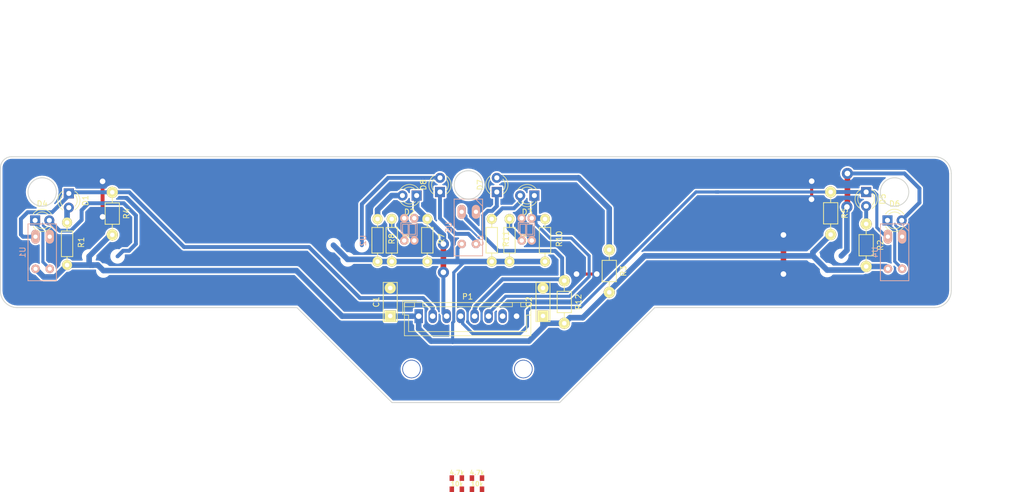
<source format=kicad_pcb>
(kicad_pcb (version 20171130) (host pcbnew "(5.1.4)-1")

  (general
    (thickness 1.6)
    (drawings 24)
    (tracks 258)
    (zones 0)
    (modules 32)
    (nets 24)
  )

  (page A4)
  (layers
    (0 F.Cu signal)
    (31 B.Cu signal)
    (32 B.Adhes user)
    (33 F.Adhes user)
    (34 B.Paste user)
    (35 F.Paste user)
    (36 B.SilkS user)
    (37 F.SilkS user)
    (38 B.Mask user)
    (39 F.Mask user)
    (40 Dwgs.User user)
    (41 Cmts.User user)
    (42 Eco1.User user)
    (43 Eco2.User user)
    (44 Edge.Cuts user)
    (45 Margin user)
    (46 B.CrtYd user)
    (47 F.CrtYd user)
    (48 B.Fab user)
    (49 F.Fab user)
  )

  (setup
    (last_trace_width 0.25)
    (user_trace_width 0.3)
    (user_trace_width 0.5)
    (user_trace_width 0.55)
    (user_trace_width 0.7)
    (user_trace_width 1)
    (trace_clearance 0.2)
    (zone_clearance 0.3)
    (zone_45_only no)
    (trace_min 0.2)
    (via_size 0.6)
    (via_drill 0.4)
    (via_min_size 0.4)
    (via_min_drill 0.3)
    (uvia_size 0.3)
    (uvia_drill 0.1)
    (uvias_allowed no)
    (uvia_min_size 0.2)
    (uvia_min_drill 0.1)
    (edge_width 0.15)
    (segment_width 0.2)
    (pcb_text_width 0.3)
    (pcb_text_size 1.5 1.5)
    (mod_edge_width 0.15)
    (mod_text_size 1 1)
    (mod_text_width 0.15)
    (pad_size 2.5 1.5)
    (pad_drill 0.762)
    (pad_to_mask_clearance 0.2)
    (aux_axis_origin 0 0)
    (visible_elements 7FFFFFFF)
    (pcbplotparams
      (layerselection 0x01000_fffffffe)
      (usegerberextensions false)
      (usegerberattributes false)
      (usegerberadvancedattributes false)
      (creategerberjobfile false)
      (excludeedgelayer true)
      (linewidth 0.100000)
      (plotframeref false)
      (viasonmask false)
      (mode 1)
      (useauxorigin false)
      (hpglpennumber 1)
      (hpglpenspeed 20)
      (hpglpendiameter 15.000000)
      (psnegative false)
      (psa4output false)
      (plotreference true)
      (plotvalue true)
      (plotinvisibletext false)
      (padsonsilk false)
      (subtractmaskfromsilk false)
      (outputformat 1)
      (mirror false)
      (drillshape 0)
      (scaleselection 1)
      (outputdirectory ""))
  )

  (net 0 "")
  (net 1 +5V)
  (net 2 GND)
  (net 3 "Net-(D1-Pad2)")
  (net 4 /AN_1)
  (net 5 "Net-(D2-Pad2)")
  (net 6 /AN_2)
  (net 7 "Net-(D3-Pad2)")
  (net 8 "Net-(D4-Pad2)")
  (net 9 "Net-(R6-Pad2)")
  (net 10 "Net-(R9-Pad2)")
  (net 11 /DB_L)
  (net 12 "Net-(D4-Pad1)")
  (net 13 /DB_CENTER)
  (net 14 "Net-(D5-Pad2)")
  (net 15 "Net-(D6-Pad1)")
  (net 16 "Net-(D6-Pad2)")
  (net 17 /DB_R)
  (net 18 "Net-(D7-Pad2)")
  (net 19 "Net-(D8-Pad1)")
  (net 20 "Net-(D8-Pad2)")
  (net 21 "Net-(D2-Pad1)")
  (net 22 "Net-(D3-Pad1)")
  (net 23 "Net-(P1-Pad8)")

  (net_class Default "これは標準のネット クラスです。"
    (clearance 0.2)
    (trace_width 0.25)
    (via_dia 0.6)
    (via_drill 0.4)
    (uvia_dia 0.3)
    (uvia_drill 0.1)
    (add_net +5V)
    (add_net /AN_1)
    (add_net /AN_2)
    (add_net /DB_CENTER)
    (add_net /DB_L)
    (add_net /DB_R)
    (add_net GND)
    (add_net "Net-(D1-Pad2)")
    (add_net "Net-(D2-Pad1)")
    (add_net "Net-(D2-Pad2)")
    (add_net "Net-(D3-Pad1)")
    (add_net "Net-(D3-Pad2)")
    (add_net "Net-(D4-Pad1)")
    (add_net "Net-(D4-Pad2)")
    (add_net "Net-(D5-Pad2)")
    (add_net "Net-(D6-Pad1)")
    (add_net "Net-(D6-Pad2)")
    (add_net "Net-(D7-Pad2)")
    (add_net "Net-(D8-Pad1)")
    (add_net "Net-(D8-Pad2)")
    (add_net "Net-(P1-Pad8)")
    (add_net "Net-(R6-Pad2)")
    (add_net "Net-(R9-Pad2)")
  )

  (module LEDs_:LED_D3.0mm (layer F.Cu) (tedit 587A3A7B) (tstamp 5C9BDE6C)
    (at 175.895 106.045 90)
    (descr "LED, diameter 3.0mm, 2 pins")
    (tags "LED diameter 3.0mm 2 pins")
    (path /5C9BD5BD)
    (fp_text reference D7 (at 1.27 -2.96 90) (layer F.SilkS)
      (effects (font (size 1 1) (thickness 0.15)))
    )
    (fp_text value EBR33385 (at 1.27 2.96 90) (layer F.Fab)
      (effects (font (size 1 1) (thickness 0.15)))
    )
    (fp_arc (start 1.27 0) (end -0.23 -1.16619) (angle 284.3) (layer F.Fab) (width 0.1))
    (fp_arc (start 1.27 0) (end -0.29 -1.235516) (angle 108.8) (layer F.SilkS) (width 0.12))
    (fp_arc (start 1.27 0) (end -0.29 1.235516) (angle -108.8) (layer F.SilkS) (width 0.12))
    (fp_arc (start 1.27 0) (end 0.229039 -1.08) (angle 87.9) (layer F.SilkS) (width 0.12))
    (fp_arc (start 1.27 0) (end 0.229039 1.08) (angle -87.9) (layer F.SilkS) (width 0.12))
    (fp_circle (center 1.27 0) (end 2.77 0) (layer F.Fab) (width 0.1))
    (fp_line (start -0.23 -1.16619) (end -0.23 1.16619) (layer F.Fab) (width 0.1))
    (fp_line (start -0.29 -1.236) (end -0.29 -1.08) (layer F.SilkS) (width 0.12))
    (fp_line (start -0.29 1.08) (end -0.29 1.236) (layer F.SilkS) (width 0.12))
    (fp_line (start -1.15 -2.25) (end -1.15 2.25) (layer F.CrtYd) (width 0.05))
    (fp_line (start -1.15 2.25) (end 3.7 2.25) (layer F.CrtYd) (width 0.05))
    (fp_line (start 3.7 2.25) (end 3.7 -2.25) (layer F.CrtYd) (width 0.05))
    (fp_line (start 3.7 -2.25) (end -1.15 -2.25) (layer F.CrtYd) (width 0.05))
    (pad 1 thru_hole rect (at 0 0 90) (size 1.8 1.8) (drill 0.9) (layers *.Cu *.Mask)
      (net 17 /DB_R))
    (pad 2 thru_hole circle (at 2.54 0 90) (size 1.8 1.8) (drill 0.9) (layers *.Cu *.Mask)
      (net 18 "Net-(D7-Pad2)"))
    (model ${KISYS3DMOD}/LEDs.3dshapes/LED_D3.0mm.wrl
      (at (xyz 0 0 0))
      (scale (xyz 0.393701 0.393701 0.393701))
      (rotate (xyz 0 0 0))
    )
  )

  (module LEDs_:LED_D3.0mm (layer F.Cu) (tedit 587A3A7B) (tstamp 5C9BDDE2)
    (at 99.37496 106.299 270)
    (descr "LED, diameter 3.0mm, 2 pins")
    (tags "LED diameter 3.0mm 2 pins")
    (path /5C9BC593)
    (fp_text reference D1 (at 1.27 -2.96 270) (layer F.SilkS)
      (effects (font (size 1 1) (thickness 0.15)))
    )
    (fp_text value EBR33385 (at 1.27 2.96 270) (layer F.Fab)
      (effects (font (size 1 1) (thickness 0.15)))
    )
    (fp_arc (start 1.27 0) (end -0.23 -1.16619) (angle 284.3) (layer F.Fab) (width 0.1))
    (fp_arc (start 1.27 0) (end -0.29 -1.235516) (angle 108.8) (layer F.SilkS) (width 0.12))
    (fp_arc (start 1.27 0) (end -0.29 1.235516) (angle -108.8) (layer F.SilkS) (width 0.12))
    (fp_arc (start 1.27 0) (end 0.229039 -1.08) (angle 87.9) (layer F.SilkS) (width 0.12))
    (fp_arc (start 1.27 0) (end 0.229039 1.08) (angle -87.9) (layer F.SilkS) (width 0.12))
    (fp_circle (center 1.27 0) (end 2.77 0) (layer F.Fab) (width 0.1))
    (fp_line (start -0.23 -1.16619) (end -0.23 1.16619) (layer F.Fab) (width 0.1))
    (fp_line (start -0.29 -1.236) (end -0.29 -1.08) (layer F.SilkS) (width 0.12))
    (fp_line (start -0.29 1.08) (end -0.29 1.236) (layer F.SilkS) (width 0.12))
    (fp_line (start -1.15 -2.25) (end -1.15 2.25) (layer F.CrtYd) (width 0.05))
    (fp_line (start -1.15 2.25) (end 3.7 2.25) (layer F.CrtYd) (width 0.05))
    (fp_line (start 3.7 2.25) (end 3.7 -2.25) (layer F.CrtYd) (width 0.05))
    (fp_line (start 3.7 -2.25) (end -1.15 -2.25) (layer F.CrtYd) (width 0.05))
    (pad 1 thru_hole rect (at 0 0 270) (size 1.8 1.8) (drill 0.9) (layers *.Cu *.Mask)
      (net 11 /DB_L))
    (pad 2 thru_hole circle (at 2.54 0 270) (size 1.8 1.8) (drill 0.9) (layers *.Cu *.Mask)
      (net 3 "Net-(D1-Pad2)"))
    (model ${KISYS3DMOD}/LEDs.3dshapes/LED_D3.0mm.wrl
      (at (xyz 0 0 0))
      (scale (xyz 0.393701 0.393701 0.393701))
      (rotate (xyz 0 0 0))
    )
  )

  (module _local_TMD:S7136 (layer B.Cu) (tedit 5DD69B1E) (tstamp 5C9BDEEA)
    (at 170.815 112.395 90)
    (path /5C9BD583)
    (fp_text reference U5 (at 0 -3.5 90) (layer B.SilkS)
      (effects (font (size 1 1) (thickness 0.15)) (justify mirror))
    )
    (fp_text value S7136 (at -0.05 3.75 90) (layer B.Fab)
      (effects (font (size 1 1) (thickness 0.15)) (justify mirror))
    )
    (fp_line (start 3.81 2.54) (end 5.08 1.27) (layer B.SilkS) (width 0.15))
    (fp_line (start 5.08 2.54) (end 5.08 -2.54) (layer B.SilkS) (width 0.15))
    (fp_line (start 5.08 -2.54) (end -5.08 -2.54) (layer B.SilkS) (width 0.15))
    (fp_line (start -5.08 -2.54) (end -5.08 2.54) (layer B.SilkS) (width 0.15))
    (fp_line (start -5.08 2.54) (end 5.08 2.54) (layer B.SilkS) (width 0.15))
    (pad 1 thru_hole circle (at -2.95 1.35 90) (size 1.524 1.524) (drill 0.762) (layers *.Cu *.Mask B.SilkS)
      (net 19 "Net-(D8-Pad1)"))
    (pad 2 thru_hole circle (at -2.95 -1.19 90) (size 1.524 1.524) (drill 0.762) (layers *.Cu *.Mask B.SilkS)
      (net 1 +5V))
    (pad 3 thru_hole oval (at 2.8 -1.2 90) (size 2.5 1.5) (drill 0.762) (layers *.Cu *.Mask B.SilkS)
      (net 17 /DB_R))
    (pad 4 thru_hole oval (at 2.8 1.35 90) (size 2.5 1.5) (drill 0.762) (layers *.Cu *.Mask B.SilkS)
      (net 2 GND))
  )

  (module _local_TMD:myR (layer F.Cu) (tedit 5C502A67) (tstamp 5DD67F90)
    (at 184.515 114.935 90)
    (path /5C509E02)
    (fp_text reference R10 (at 0.508 2.54 90) (layer F.SilkS)
      (effects (font (size 1 1) (thickness 0.15)))
    )
    (fp_text value 10k (at 0 -2.54 90) (layer F.Fab)
      (effects (font (size 1 1) (thickness 0.15)))
    )
    (fp_line (start 2.54 0) (end 4.064 0) (layer F.SilkS) (width 0.15))
    (fp_line (start -3.556 0) (end -2.032 0) (layer F.SilkS) (width 0.15))
    (fp_line (start -2.032 0) (end -2.032 -1.016) (layer F.SilkS) (width 0.15))
    (fp_line (start -2.032 -1.016) (end 2.54 -1.016) (layer F.SilkS) (width 0.15))
    (fp_line (start 2.54 -1.016) (end 2.54 1.016) (layer F.SilkS) (width 0.15))
    (fp_line (start 2.54 1.016) (end -2.032 1.016) (layer F.SilkS) (width 0.15))
    (fp_line (start -2.032 1.016) (end -2.032 0) (layer F.SilkS) (width 0.15))
    (pad 1 thru_hole circle (at -3.556 0 90) (size 1.8 1.8) (drill 0.8) (layers *.Cu *.Mask F.SilkS)
      (net 1 +5V))
    (pad 2 thru_hole circle (at 4.064 0 90) (size 1.8 1.8) (drill 0.8) (layers *.Cu *.Mask F.SilkS)
      (net 22 "Net-(D3-Pad1)"))
  )

  (module _local_TMD:S7136 (layer B.Cu) (tedit 5DD69AFC) (tstamp 5DD69F15)
    (at 94.615 116.84 90)
    (path /5C9BA0F6)
    (fp_text reference U1 (at 0 -3.5 90) (layer B.SilkS)
      (effects (font (size 1 1) (thickness 0.15)) (justify mirror))
    )
    (fp_text value S7136 (at -0.05 3.75 90) (layer B.Fab)
      (effects (font (size 1 1) (thickness 0.15)) (justify mirror))
    )
    (fp_line (start 3.81 2.54) (end 5.08 1.27) (layer B.SilkS) (width 0.15))
    (fp_line (start 5.08 2.54) (end 5.08 -2.54) (layer B.SilkS) (width 0.15))
    (fp_line (start 5.08 -2.54) (end -5.08 -2.54) (layer B.SilkS) (width 0.15))
    (fp_line (start -5.08 -2.54) (end -5.08 2.54) (layer B.SilkS) (width 0.15))
    (fp_line (start -5.08 2.54) (end 5.08 2.54) (layer B.SilkS) (width 0.15))
    (pad 1 thru_hole circle (at -2.95 1.35 90) (size 1.524 1.524) (drill 0.762) (layers *.Cu *.Mask B.SilkS)
      (net 12 "Net-(D4-Pad1)"))
    (pad 2 thru_hole circle (at -2.95 -1.19 90) (size 1.524 1.524) (drill 0.762) (layers *.Cu *.Mask B.SilkS)
      (net 1 +5V))
    (pad 3 thru_hole oval (at 2.8 -1.2 90) (size 2.5 1.5) (drill 0.762) (layers *.Cu *.Mask B.SilkS)
      (net 11 /DB_L))
    (pad 4 thru_hole oval (at 2.8 1.35 90) (size 2.5 1.5) (drill 0.762) (layers *.Cu *.Mask B.SilkS)
      (net 2 GND))
  )

  (module Connectors_JST:JST_XH_B08B-XH-A_08x2.50mm_Straight (layer F.Cu) (tedit 5C5116A3) (tstamp 5C53E3E0)
    (at 161.925 128.27)
    (descr "JST XH series connector, B08B-XH-A, top entry type, through hole")
    (tags "connector jst xh tht top vertical 2.50mm")
    (path /5C5037E9)
    (fp_text reference P1 (at 8.75 -3.5) (layer F.SilkS)
      (effects (font (size 1 1) (thickness 0.15)))
    )
    (fp_text value XH_08 (at 8.75 4.5) (layer F.Fab)
      (effects (font (size 1 1) (thickness 0.15)))
    )
    (fp_line (start -2.45 -2.35) (end -2.45 3.4) (layer F.Fab) (width 0.1))
    (fp_line (start -2.45 3.4) (end 19.95 3.4) (layer F.Fab) (width 0.1))
    (fp_line (start 19.95 3.4) (end 19.95 -2.35) (layer F.Fab) (width 0.1))
    (fp_line (start 19.95 -2.35) (end -2.45 -2.35) (layer F.Fab) (width 0.1))
    (fp_line (start -2.95 -2.85) (end -2.95 3.9) (layer F.CrtYd) (width 0.05))
    (fp_line (start -2.95 3.9) (end 20.45 3.9) (layer F.CrtYd) (width 0.05))
    (fp_line (start 20.45 3.9) (end 20.45 -2.85) (layer F.CrtYd) (width 0.05))
    (fp_line (start 20.45 -2.85) (end -2.95 -2.85) (layer F.CrtYd) (width 0.05))
    (fp_line (start -2.55 -2.45) (end -2.55 3.5) (layer F.SilkS) (width 0.12))
    (fp_line (start -2.55 3.5) (end 20.05 3.5) (layer F.SilkS) (width 0.12))
    (fp_line (start 20.05 3.5) (end 20.05 -2.45) (layer F.SilkS) (width 0.12))
    (fp_line (start 20.05 -2.45) (end -2.55 -2.45) (layer F.SilkS) (width 0.12))
    (fp_line (start 0.75 -2.45) (end 0.75 -1.7) (layer F.SilkS) (width 0.12))
    (fp_line (start 0.75 -1.7) (end 16.75 -1.7) (layer F.SilkS) (width 0.12))
    (fp_line (start 16.75 -1.7) (end 16.75 -2.45) (layer F.SilkS) (width 0.12))
    (fp_line (start 16.75 -2.45) (end 0.75 -2.45) (layer F.SilkS) (width 0.12))
    (fp_line (start -2.55 -2.45) (end -2.55 -1.7) (layer F.SilkS) (width 0.12))
    (fp_line (start -2.55 -1.7) (end -0.75 -1.7) (layer F.SilkS) (width 0.12))
    (fp_line (start -0.75 -1.7) (end -0.75 -2.45) (layer F.SilkS) (width 0.12))
    (fp_line (start -0.75 -2.45) (end -2.55 -2.45) (layer F.SilkS) (width 0.12))
    (fp_line (start 18.25 -2.45) (end 18.25 -1.7) (layer F.SilkS) (width 0.12))
    (fp_line (start 18.25 -1.7) (end 20.05 -1.7) (layer F.SilkS) (width 0.12))
    (fp_line (start 20.05 -1.7) (end 20.05 -2.45) (layer F.SilkS) (width 0.12))
    (fp_line (start 20.05 -2.45) (end 18.25 -2.45) (layer F.SilkS) (width 0.12))
    (fp_line (start -2.55 -0.2) (end -1.8 -0.2) (layer F.SilkS) (width 0.12))
    (fp_line (start -1.8 -0.2) (end -1.8 2.75) (layer F.SilkS) (width 0.12))
    (fp_line (start -1.8 2.75) (end 8.75 2.75) (layer F.SilkS) (width 0.12))
    (fp_line (start 20.05 -0.2) (end 19.3 -0.2) (layer F.SilkS) (width 0.12))
    (fp_line (start 19.3 -0.2) (end 19.3 2.75) (layer F.SilkS) (width 0.12))
    (fp_line (start 19.3 2.75) (end 8.75 2.75) (layer F.SilkS) (width 0.12))
    (fp_line (start -0.35 -2.75) (end -2.85 -2.75) (layer F.SilkS) (width 0.12))
    (fp_line (start -2.85 -2.75) (end -2.85 -0.25) (layer F.SilkS) (width 0.12))
    (fp_line (start -0.35 -2.75) (end -2.85 -2.75) (layer F.Fab) (width 0.1))
    (fp_line (start -2.85 -2.75) (end -2.85 -0.25) (layer F.Fab) (width 0.1))
    (fp_text user %R (at 8.75 2.5) (layer F.Fab)
      (effects (font (size 1 1) (thickness 0.15)))
    )
    (pad 1 thru_hole rect (at 0 0) (size 1.5 2.5) (drill 1) (layers *.Cu *.Mask)
      (net 1 +5V))
    (pad 2 thru_hole oval (at 2.5 0) (size 1.5 2.5) (drill 1) (layers *.Cu *.Mask)
      (net 2 GND))
    (pad 3 thru_hole oval (at 5 0) (size 1.5 2.5) (drill 1) (layers *.Cu *.Mask)
      (net 11 /DB_L))
    (pad 4 thru_hole oval (at 7.5 0) (size 1.5 2.5) (drill 1) (layers *.Cu *.Mask)
      (net 4 /AN_1))
    (pad 5 thru_hole oval (at 10 0) (size 1.5 2.5) (drill 1) (layers *.Cu *.Mask)
      (net 13 /DB_CENTER))
    (pad 6 thru_hole oval (at 12.5 0) (size 1.5 2.5) (drill 1) (layers *.Cu *.Mask)
      (net 17 /DB_R))
    (pad 7 thru_hole oval (at 15 0) (size 1.5 2.5) (drill 1) (layers *.Cu *.Mask)
      (net 6 /AN_2))
    (pad 8 thru_hole oval (at 17.5 0) (size 1.5 2.5) (drill 1) (layers *.Cu *.Mask)
      (net 23 "Net-(P1-Pad8)"))
    (model Connectors_JST.3dshapes/JST_XH_B08B-XH-A_08x2.50mm_Straight.wrl
      (at (xyz 0 0 0))
      (scale (xyz 1 1 1))
      (rotate (xyz 0 0 0))
    )
  )

  (module _local_TMD:C_Rect_L07.0_W3.5_P05.0 (layer F.Cu) (tedit 5C52ABE9) (tstamp 5C537B63)
    (at 184.15 125.73 90)
    (descr "NISSEI_AMZ.pdf (Nissei)")
    (tags "Capacitor Polyester")
    (path /5C508157)
    (fp_text reference C2 (at 0 -2.5 90) (layer F.SilkS)
      (effects (font (size 1 1) (thickness 0.15)))
    )
    (fp_text value 0.1u (at 0 2.5 90) (layer F.Fab)
      (effects (font (size 1 1) (thickness 0.15)))
    )
    (fp_line (start -3.75 -1.5) (end 3.75 -1.5) (layer F.CrtYd) (width 0.05))
    (fp_line (start 3.75 -1.5) (end 3.75 1.5) (layer F.CrtYd) (width 0.05))
    (fp_line (start 3.75 1.5) (end -3.75 1.5) (layer F.CrtYd) (width 0.05))
    (fp_line (start -3.75 1.5) (end -3.75 -1.5) (layer F.CrtYd) (width 0.05))
    (fp_line (start -3.5 -1.25) (end 3.5 -1.25) (layer F.SilkS) (width 0.15))
    (fp_line (start 3.5 -1.25) (end 3.5 1.25) (layer F.SilkS) (width 0.15))
    (fp_line (start 3.5 1.25) (end -3.5 1.25) (layer F.SilkS) (width 0.15))
    (fp_line (start -3.5 1.25) (end -3.5 -1.25) (layer F.SilkS) (width 0.15))
    (pad 1 thru_hole rect (at -2.5 0 90) (size 2 2) (drill 0.8) (layers *.Cu *.Mask F.SilkS)
      (net 1 +5V))
    (pad 2 thru_hole circle (at 2.5 0 90) (size 2 2) (drill 0.8) (layers *.Cu *.Mask F.SilkS)
      (net 2 GND))
    (model Capacitors_ThroughHole.3dshapes/C_Rect_L7_W2_P5.wrl
      (at (xyz 0 0 0))
      (scale (xyz 1 1 1))
      (rotate (xyz 0 0 0))
    )
  )

  (module LEDs:LED_D3.0mm (layer F.Cu) (tedit 587A3A7B) (tstamp 5C537B89)
    (at 161.56 106.68 180)
    (descr "LED, diameter 3.0mm, 2 pins")
    (tags "LED diameter 3.0mm 2 pins")
    (path /5C509CB6)
    (fp_text reference D2 (at 1.27 -2.96 180) (layer F.SilkS)
      (effects (font (size 1 1) (thickness 0.15)))
    )
    (fp_text value LED (at 1.27 2.96 180) (layer F.Fab)
      (effects (font (size 1 1) (thickness 0.15)))
    )
    (fp_arc (start 1.27 0) (end -0.23 -1.16619) (angle 284.3) (layer F.Fab) (width 0.1))
    (fp_arc (start 1.27 0) (end -0.29 -1.235516) (angle 108.8) (layer F.SilkS) (width 0.12))
    (fp_arc (start 1.27 0) (end -0.29 1.235516) (angle -108.8) (layer F.SilkS) (width 0.12))
    (fp_arc (start 1.27 0) (end 0.229039 -1.08) (angle 87.9) (layer F.SilkS) (width 0.12))
    (fp_arc (start 1.27 0) (end 0.229039 1.08) (angle -87.9) (layer F.SilkS) (width 0.12))
    (fp_circle (center 1.27 0) (end 2.77 0) (layer F.Fab) (width 0.1))
    (fp_line (start -0.23 -1.16619) (end -0.23 1.16619) (layer F.Fab) (width 0.1))
    (fp_line (start -0.29 -1.236) (end -0.29 -1.08) (layer F.SilkS) (width 0.12))
    (fp_line (start -0.29 1.08) (end -0.29 1.236) (layer F.SilkS) (width 0.12))
    (fp_line (start -1.15 -2.25) (end -1.15 2.25) (layer F.CrtYd) (width 0.05))
    (fp_line (start -1.15 2.25) (end 3.7 2.25) (layer F.CrtYd) (width 0.05))
    (fp_line (start 3.7 2.25) (end 3.7 -2.25) (layer F.CrtYd) (width 0.05))
    (fp_line (start 3.7 -2.25) (end -1.15 -2.25) (layer F.CrtYd) (width 0.05))
    (pad 1 thru_hole rect (at 0 0 180) (size 1.8 1.8) (drill 0.9) (layers *.Cu *.Mask)
      (net 21 "Net-(D2-Pad1)"))
    (pad 2 thru_hole circle (at 2.54 0 180) (size 1.8 1.8) (drill 0.9) (layers *.Cu *.Mask)
      (net 5 "Net-(D2-Pad2)"))
    (model ${KISYS3DMOD}/LEDs.3dshapes/LED_D3.0mm.wrl
      (at (xyz 0 0 0))
      (scale (xyz 0.393701 0.393701 0.393701))
      (rotate (xyz 0 0 0))
    )
  )

  (module LEDs:LED_D3.0mm (layer F.Cu) (tedit 587A3A7B) (tstamp 5DD67F24)
    (at 182.61 106.68 180)
    (descr "LED, diameter 3.0mm, 2 pins")
    (tags "LED diameter 3.0mm 2 pins")
    (path /5C509E11)
    (fp_text reference D3 (at 1.27 -2.96 180) (layer F.SilkS)
      (effects (font (size 1 1) (thickness 0.15)))
    )
    (fp_text value LED (at 1.27 2.96 180) (layer F.Fab)
      (effects (font (size 1 1) (thickness 0.15)))
    )
    (fp_arc (start 1.27 0) (end -0.23 -1.16619) (angle 284.3) (layer F.Fab) (width 0.1))
    (fp_arc (start 1.27 0) (end -0.29 -1.235516) (angle 108.8) (layer F.SilkS) (width 0.12))
    (fp_arc (start 1.27 0) (end -0.29 1.235516) (angle -108.8) (layer F.SilkS) (width 0.12))
    (fp_arc (start 1.27 0) (end 0.229039 -1.08) (angle 87.9) (layer F.SilkS) (width 0.12))
    (fp_arc (start 1.27 0) (end 0.229039 1.08) (angle -87.9) (layer F.SilkS) (width 0.12))
    (fp_circle (center 1.27 0) (end 2.77 0) (layer F.Fab) (width 0.1))
    (fp_line (start -0.23 -1.16619) (end -0.23 1.16619) (layer F.Fab) (width 0.1))
    (fp_line (start -0.29 -1.236) (end -0.29 -1.08) (layer F.SilkS) (width 0.12))
    (fp_line (start -0.29 1.08) (end -0.29 1.236) (layer F.SilkS) (width 0.12))
    (fp_line (start -1.15 -2.25) (end -1.15 2.25) (layer F.CrtYd) (width 0.05))
    (fp_line (start -1.15 2.25) (end 3.7 2.25) (layer F.CrtYd) (width 0.05))
    (fp_line (start 3.7 2.25) (end 3.7 -2.25) (layer F.CrtYd) (width 0.05))
    (fp_line (start 3.7 -2.25) (end -1.15 -2.25) (layer F.CrtYd) (width 0.05))
    (pad 1 thru_hole rect (at 0 0 180) (size 1.8 1.8) (drill 0.9) (layers *.Cu *.Mask)
      (net 22 "Net-(D3-Pad1)"))
    (pad 2 thru_hole circle (at 2.54 0 180) (size 1.8 1.8) (drill 0.9) (layers *.Cu *.Mask)
      (net 7 "Net-(D3-Pad2)"))
    (model ${KISYS3DMOD}/LEDs.3dshapes/LED_D3.0mm.wrl
      (at (xyz 0 0 0))
      (scale (xyz 0.393701 0.393701 0.393701))
      (rotate (xyz 0 0 0))
    )
  )

  (module _local_TMD:myR (layer F.Cu) (tedit 5C502A67) (tstamp 5C537BCE)
    (at 99.06 115.57 90)
    (path /5C9BBB2F)
    (fp_text reference R1 (at 0.508 2.54 90) (layer F.SilkS)
      (effects (font (size 1 1) (thickness 0.15)))
    )
    (fp_text value 1k (at 0 -2.54 90) (layer F.Fab)
      (effects (font (size 1 1) (thickness 0.15)))
    )
    (fp_line (start 2.54 0) (end 4.064 0) (layer F.SilkS) (width 0.15))
    (fp_line (start -3.556 0) (end -2.032 0) (layer F.SilkS) (width 0.15))
    (fp_line (start -2.032 0) (end -2.032 -1.016) (layer F.SilkS) (width 0.15))
    (fp_line (start -2.032 -1.016) (end 2.54 -1.016) (layer F.SilkS) (width 0.15))
    (fp_line (start 2.54 -1.016) (end 2.54 1.016) (layer F.SilkS) (width 0.15))
    (fp_line (start 2.54 1.016) (end -2.032 1.016) (layer F.SilkS) (width 0.15))
    (fp_line (start -2.032 1.016) (end -2.032 0) (layer F.SilkS) (width 0.15))
    (pad 1 thru_hole circle (at -3.556 0 90) (size 1.8 1.8) (drill 0.8) (layers *.Cu *.Mask F.SilkS)
      (net 1 +5V))
    (pad 2 thru_hole circle (at 4.064 0 90) (size 1.8 1.8) (drill 0.8) (layers *.Cu *.Mask F.SilkS)
      (net 3 "Net-(D1-Pad2)"))
  )

  (module _local_TMD:myR (layer F.Cu) (tedit 5C502A67) (tstamp 5C537C0F)
    (at 157.115 114.935 90)
    (path /5C509C9B)
    (fp_text reference R6 (at 0.508 2.54 90) (layer F.SilkS)
      (effects (font (size 1 1) (thickness 0.15)))
    )
    (fp_text value 100 (at 0 -2.54 90) (layer F.Fab)
      (effects (font (size 1 1) (thickness 0.15)))
    )
    (fp_line (start 2.54 0) (end 4.064 0) (layer F.SilkS) (width 0.15))
    (fp_line (start -3.556 0) (end -2.032 0) (layer F.SilkS) (width 0.15))
    (fp_line (start -2.032 0) (end -2.032 -1.016) (layer F.SilkS) (width 0.15))
    (fp_line (start -2.032 -1.016) (end 2.54 -1.016) (layer F.SilkS) (width 0.15))
    (fp_line (start 2.54 -1.016) (end 2.54 1.016) (layer F.SilkS) (width 0.15))
    (fp_line (start 2.54 1.016) (end -2.032 1.016) (layer F.SilkS) (width 0.15))
    (fp_line (start -2.032 1.016) (end -2.032 0) (layer F.SilkS) (width 0.15))
    (pad 1 thru_hole circle (at -3.556 0 90) (size 1.8 1.8) (drill 0.8) (layers *.Cu *.Mask F.SilkS)
      (net 1 +5V))
    (pad 2 thru_hole circle (at 4.064 0 90) (size 1.8 1.8) (drill 0.8) (layers *.Cu *.Mask F.SilkS)
      (net 9 "Net-(R6-Pad2)"))
  )

  (module _local_TMD:myR (layer F.Cu) (tedit 5C502A67) (tstamp 5C537C1C)
    (at 163.465 114.935 90)
    (path /5C509CA7)
    (fp_text reference R7 (at 0.508 2.54 90) (layer F.SilkS)
      (effects (font (size 1 1) (thickness 0.15)))
    )
    (fp_text value 10k (at 0 -2.54 90) (layer F.Fab)
      (effects (font (size 1 1) (thickness 0.15)))
    )
    (fp_line (start 2.54 0) (end 4.064 0) (layer F.SilkS) (width 0.15))
    (fp_line (start -3.556 0) (end -2.032 0) (layer F.SilkS) (width 0.15))
    (fp_line (start -2.032 0) (end -2.032 -1.016) (layer F.SilkS) (width 0.15))
    (fp_line (start -2.032 -1.016) (end 2.54 -1.016) (layer F.SilkS) (width 0.15))
    (fp_line (start 2.54 -1.016) (end 2.54 1.016) (layer F.SilkS) (width 0.15))
    (fp_line (start 2.54 1.016) (end -2.032 1.016) (layer F.SilkS) (width 0.15))
    (fp_line (start -2.032 1.016) (end -2.032 0) (layer F.SilkS) (width 0.15))
    (pad 1 thru_hole circle (at -3.556 0 90) (size 1.8 1.8) (drill 0.8) (layers *.Cu *.Mask F.SilkS)
      (net 1 +5V))
    (pad 2 thru_hole circle (at 4.064 0 90) (size 1.8 1.8) (drill 0.8) (layers *.Cu *.Mask F.SilkS)
      (net 21 "Net-(D2-Pad1)"))
  )

  (module _local_TMD:myR (layer F.Cu) (tedit 5C502A67) (tstamp 5C537C29)
    (at 154.575 114.935 90)
    (path /5C509CB0)
    (fp_text reference R8 (at 0.508 2.54 90) (layer F.SilkS)
      (effects (font (size 1 1) (thickness 0.15)))
    )
    (fp_text value 1K (at 0 -2.54 90) (layer F.Fab)
      (effects (font (size 1 1) (thickness 0.15)))
    )
    (fp_line (start 2.54 0) (end 4.064 0) (layer F.SilkS) (width 0.15))
    (fp_line (start -3.556 0) (end -2.032 0) (layer F.SilkS) (width 0.15))
    (fp_line (start -2.032 0) (end -2.032 -1.016) (layer F.SilkS) (width 0.15))
    (fp_line (start -2.032 -1.016) (end 2.54 -1.016) (layer F.SilkS) (width 0.15))
    (fp_line (start 2.54 -1.016) (end 2.54 1.016) (layer F.SilkS) (width 0.15))
    (fp_line (start 2.54 1.016) (end -2.032 1.016) (layer F.SilkS) (width 0.15))
    (fp_line (start -2.032 1.016) (end -2.032 0) (layer F.SilkS) (width 0.15))
    (pad 1 thru_hole circle (at -3.556 0 90) (size 1.8 1.8) (drill 0.8) (layers *.Cu *.Mask F.SilkS)
      (net 1 +5V))
    (pad 2 thru_hole circle (at 4.064 0 90) (size 1.8 1.8) (drill 0.8) (layers *.Cu *.Mask F.SilkS)
      (net 5 "Net-(D2-Pad2)"))
  )

  (module _local_TMD:myR (layer F.Cu) (tedit 5C502A67) (tstamp 5DD67FB4)
    (at 178.165 114.935 90)
    (path /5C509DF6)
    (fp_text reference R9 (at 0.508 2.54 90) (layer F.SilkS)
      (effects (font (size 1 1) (thickness 0.15)))
    )
    (fp_text value 100 (at 0 -2.54 90) (layer F.Fab)
      (effects (font (size 1 1) (thickness 0.15)))
    )
    (fp_line (start 2.54 0) (end 4.064 0) (layer F.SilkS) (width 0.15))
    (fp_line (start -3.556 0) (end -2.032 0) (layer F.SilkS) (width 0.15))
    (fp_line (start -2.032 0) (end -2.032 -1.016) (layer F.SilkS) (width 0.15))
    (fp_line (start -2.032 -1.016) (end 2.54 -1.016) (layer F.SilkS) (width 0.15))
    (fp_line (start 2.54 -1.016) (end 2.54 1.016) (layer F.SilkS) (width 0.15))
    (fp_line (start 2.54 1.016) (end -2.032 1.016) (layer F.SilkS) (width 0.15))
    (fp_line (start -2.032 1.016) (end -2.032 0) (layer F.SilkS) (width 0.15))
    (pad 1 thru_hole circle (at -3.556 0 90) (size 1.8 1.8) (drill 0.8) (layers *.Cu *.Mask F.SilkS)
      (net 1 +5V))
    (pad 2 thru_hole circle (at 4.064 0 90) (size 1.8 1.8) (drill 0.8) (layers *.Cu *.Mask F.SilkS)
      (net 10 "Net-(R9-Pad2)"))
  )

  (module _local_TMD:myR (layer F.Cu) (tedit 5C502A67) (tstamp 5DD68023)
    (at 174.99 114.935 90)
    (path /5C509E0B)
    (fp_text reference R11 (at 0.508 2.54 90) (layer F.SilkS)
      (effects (font (size 1 1) (thickness 0.15)))
    )
    (fp_text value 1K (at 0 -2.54 90) (layer F.Fab)
      (effects (font (size 1 1) (thickness 0.15)))
    )
    (fp_line (start 2.54 0) (end 4.064 0) (layer F.SilkS) (width 0.15))
    (fp_line (start -3.556 0) (end -2.032 0) (layer F.SilkS) (width 0.15))
    (fp_line (start -2.032 0) (end -2.032 -1.016) (layer F.SilkS) (width 0.15))
    (fp_line (start -2.032 -1.016) (end 2.54 -1.016) (layer F.SilkS) (width 0.15))
    (fp_line (start 2.54 -1.016) (end 2.54 1.016) (layer F.SilkS) (width 0.15))
    (fp_line (start 2.54 1.016) (end -2.032 1.016) (layer F.SilkS) (width 0.15))
    (fp_line (start -2.032 1.016) (end -2.032 0) (layer F.SilkS) (width 0.15))
    (pad 1 thru_hole circle (at -3.556 0 90) (size 1.8 1.8) (drill 0.8) (layers *.Cu *.Mask F.SilkS)
      (net 1 +5V))
    (pad 2 thru_hole circle (at 4.064 0 90) (size 1.8 1.8) (drill 0.8) (layers *.Cu *.Mask F.SilkS)
      (net 7 "Net-(D3-Pad2)"))
  )

  (module _local_TMD:QRE1113 (layer B.Cu) (tedit 5C502CB1) (tstamp 5C537CAB)
    (at 161.145 114.73 90)
    (path /5C509C83)
    (fp_text reference U2 (at 0 -9.144 90) (layer B.SilkS)
      (effects (font (size 1 1) (thickness 0.15)) (justify mirror))
    )
    (fp_text value TPR-105F (at 0 7.62 90) (layer B.Fab)
      (effects (font (size 1 1) (thickness 0.15)) (justify mirror))
    )
    (fp_line (start 1.1 -1.1) (end 2.9 -1.1) (layer B.SilkS) (width 0.15))
    (fp_line (start 2.9 -1.1) (end 2.9 -2.1) (layer B.SilkS) (width 0.15))
    (fp_line (start 2.9 -2.1) (end 1.3 -2.1) (layer B.SilkS) (width 0.15))
    (fp_line (start 1.3 -2.1) (end 1.1 -1.9) (layer B.SilkS) (width 0.15))
    (fp_line (start 1.1 -1.9) (end 1.1 -1.2) (layer B.SilkS) (width 0.15))
    (fp_line (start 1.1 -1.2) (end 1.1 -1.1) (layer B.SilkS) (width 0.15))
    (fp_line (start 1.1 0.2) (end 2.9 0.2) (layer B.SilkS) (width 0.15))
    (fp_line (start 2.9 0.2) (end 2.9 -0.9) (layer B.SilkS) (width 0.15))
    (fp_line (start 2.9 -0.9) (end 1.1 -0.9) (layer B.SilkS) (width 0.15))
    (fp_line (start 1.1 -0.9) (end 1.1 0.1) (layer B.SilkS) (width 0.15))
    (fp_line (start 1.1 0.1) (end 1.1 0.2) (layer B.SilkS) (width 0.15))
    (fp_line (start 3 0.5) (end 3.1 0.5) (layer B.SilkS) (width 0.15))
    (fp_line (start 3.1 0.5) (end 3.2 0.5) (layer B.SilkS) (width 0.15))
    (fp_line (start 3.2 0.5) (end 3.2 -2.4) (layer B.SilkS) (width 0.15))
    (fp_line (start 3.2 -2.4) (end 1.4 -2.4) (layer B.SilkS) (width 0.15))
    (fp_line (start 0.8 0.5) (end 3 0.5) (layer B.SilkS) (width 0.15))
    (fp_line (start 1.4 -2.4) (end 0.8 -1.8) (layer B.SilkS) (width 0.15))
    (fp_line (start 0.8 -1.8) (end 0.8 0.5) (layer B.SilkS) (width 0.15))
    (pad 4 thru_hole circle (at 0 0 90) (size 1.524 1.524) (drill 0.8) (layers *.Cu *.Mask B.SilkS)
      (net 2 GND))
    (pad 1 thru_hole circle (at 0 -1.8 90) (size 1.524 1.524) (drill 0.8) (layers *.Cu *.Mask B.SilkS)
      (net 9 "Net-(R6-Pad2)"))
    (pad 3 thru_hole circle (at 4 0 90) (size 1.524 1.524) (drill 0.8) (layers *.Cu *.Mask B.SilkS)
      (net 21 "Net-(D2-Pad1)"))
    (pad 2 thru_hole circle (at 4 -1.8 90) (size 1.524 1.524) (drill 0.8) (layers *.Cu *.Mask B.SilkS)
      (net 2 GND))
  )

  (module _local_TMD:QRE1113 (layer B.Cu) (tedit 5C502CB1) (tstamp 5DD67FE5)
    (at 182.145 114.73 90)
    (path /5C509DDE)
    (fp_text reference U3 (at 0 -9.144 90) (layer B.SilkS)
      (effects (font (size 1 1) (thickness 0.15)) (justify mirror))
    )
    (fp_text value TPR-105F (at 0 7.62 90) (layer B.Fab)
      (effects (font (size 1 1) (thickness 0.15)) (justify mirror))
    )
    (fp_line (start 1.1 -1.1) (end 2.9 -1.1) (layer B.SilkS) (width 0.15))
    (fp_line (start 2.9 -1.1) (end 2.9 -2.1) (layer B.SilkS) (width 0.15))
    (fp_line (start 2.9 -2.1) (end 1.3 -2.1) (layer B.SilkS) (width 0.15))
    (fp_line (start 1.3 -2.1) (end 1.1 -1.9) (layer B.SilkS) (width 0.15))
    (fp_line (start 1.1 -1.9) (end 1.1 -1.2) (layer B.SilkS) (width 0.15))
    (fp_line (start 1.1 -1.2) (end 1.1 -1.1) (layer B.SilkS) (width 0.15))
    (fp_line (start 1.1 0.2) (end 2.9 0.2) (layer B.SilkS) (width 0.15))
    (fp_line (start 2.9 0.2) (end 2.9 -0.9) (layer B.SilkS) (width 0.15))
    (fp_line (start 2.9 -0.9) (end 1.1 -0.9) (layer B.SilkS) (width 0.15))
    (fp_line (start 1.1 -0.9) (end 1.1 0.1) (layer B.SilkS) (width 0.15))
    (fp_line (start 1.1 0.1) (end 1.1 0.2) (layer B.SilkS) (width 0.15))
    (fp_line (start 3 0.5) (end 3.1 0.5) (layer B.SilkS) (width 0.15))
    (fp_line (start 3.1 0.5) (end 3.2 0.5) (layer B.SilkS) (width 0.15))
    (fp_line (start 3.2 0.5) (end 3.2 -2.4) (layer B.SilkS) (width 0.15))
    (fp_line (start 3.2 -2.4) (end 1.4 -2.4) (layer B.SilkS) (width 0.15))
    (fp_line (start 0.8 0.5) (end 3 0.5) (layer B.SilkS) (width 0.15))
    (fp_line (start 1.4 -2.4) (end 0.8 -1.8) (layer B.SilkS) (width 0.15))
    (fp_line (start 0.8 -1.8) (end 0.8 0.5) (layer B.SilkS) (width 0.15))
    (pad 4 thru_hole circle (at 0 0 90) (size 1.524 1.524) (drill 0.8) (layers *.Cu *.Mask B.SilkS)
      (net 2 GND))
    (pad 1 thru_hole circle (at 0 -1.8 90) (size 1.524 1.524) (drill 0.8) (layers *.Cu *.Mask B.SilkS)
      (net 10 "Net-(R9-Pad2)"))
    (pad 3 thru_hole circle (at 4 0 90) (size 1.524 1.524) (drill 0.8) (layers *.Cu *.Mask B.SilkS)
      (net 22 "Net-(D3-Pad1)"))
    (pad 2 thru_hole circle (at 4 -1.8 90) (size 1.524 1.524) (drill 0.8) (layers *.Cu *.Mask B.SilkS)
      (net 2 GND))
  )

  (module _local_TMD:C_Rect_L07.0_W3.5_P05.0 (layer F.Cu) (tedit 5C52ABDF) (tstamp 5C52A969)
    (at 156.845 125.73 90)
    (descr "NISSEI_AMZ.pdf (Nissei)")
    (tags "Capacitor Polyester")
    (path /5C5066F9)
    (fp_text reference C1 (at 0 -2.5 90) (layer F.SilkS)
      (effects (font (size 1 1) (thickness 0.15)))
    )
    (fp_text value 0.1u (at 0 2.5 90) (layer F.Fab)
      (effects (font (size 1 1) (thickness 0.15)))
    )
    (fp_line (start -3.75 -1.5) (end 3.75 -1.5) (layer F.CrtYd) (width 0.05))
    (fp_line (start 3.75 -1.5) (end 3.75 1.5) (layer F.CrtYd) (width 0.05))
    (fp_line (start 3.75 1.5) (end -3.75 1.5) (layer F.CrtYd) (width 0.05))
    (fp_line (start -3.75 1.5) (end -3.75 -1.5) (layer F.CrtYd) (width 0.05))
    (fp_line (start -3.5 -1.25) (end 3.5 -1.25) (layer F.SilkS) (width 0.15))
    (fp_line (start 3.5 -1.25) (end 3.5 1.25) (layer F.SilkS) (width 0.15))
    (fp_line (start 3.5 1.25) (end -3.5 1.25) (layer F.SilkS) (width 0.15))
    (fp_line (start -3.5 1.25) (end -3.5 -1.25) (layer F.SilkS) (width 0.15))
    (pad 1 thru_hole rect (at -2.5 0 90) (size 2 2) (drill 0.8) (layers *.Cu *.Mask F.SilkS)
      (net 1 +5V))
    (pad 2 thru_hole circle (at 2.5 0 90) (size 2 2) (drill 0.8) (layers *.Cu *.Mask F.SilkS)
      (net 2 GND))
    (model Capacitors_ThroughHole.3dshapes/C_Rect_L7_W2_P5.wrl
      (at (xyz 0 0 0))
      (scale (xyz 1 1 1))
      (rotate (xyz 0 0 0))
    )
  )

  (module LEDs_:LED_D3.0mm (layer F.Cu) (tedit 587A3A7B) (tstamp 5DD69425)
    (at 241.935 106.045 270)
    (descr "LED, diameter 3.0mm, 2 pins")
    (tags "LED diameter 3.0mm 2 pins")
    (path /5C9BE93C)
    (fp_text reference D5 (at 1.27 -2.96 90) (layer F.SilkS)
      (effects (font (size 1 1) (thickness 0.15)))
    )
    (fp_text value EBR33385 (at 1.27 2.96 90) (layer F.Fab)
      (effects (font (size 1 1) (thickness 0.15)))
    )
    (fp_arc (start 1.27 0) (end -0.23 -1.16619) (angle 284.3) (layer F.Fab) (width 0.1))
    (fp_arc (start 1.27 0) (end -0.29 -1.235516) (angle 108.8) (layer F.SilkS) (width 0.12))
    (fp_arc (start 1.27 0) (end -0.29 1.235516) (angle -108.8) (layer F.SilkS) (width 0.12))
    (fp_arc (start 1.27 0) (end 0.229039 -1.08) (angle 87.9) (layer F.SilkS) (width 0.12))
    (fp_arc (start 1.27 0) (end 0.229039 1.08) (angle -87.9) (layer F.SilkS) (width 0.12))
    (fp_circle (center 1.27 0) (end 2.77 0) (layer F.Fab) (width 0.1))
    (fp_line (start -0.23 -1.16619) (end -0.23 1.16619) (layer F.Fab) (width 0.1))
    (fp_line (start -0.29 -1.236) (end -0.29 -1.08) (layer F.SilkS) (width 0.12))
    (fp_line (start -0.29 1.08) (end -0.29 1.236) (layer F.SilkS) (width 0.12))
    (fp_line (start -1.15 -2.25) (end -1.15 2.25) (layer F.CrtYd) (width 0.05))
    (fp_line (start -1.15 2.25) (end 3.7 2.25) (layer F.CrtYd) (width 0.05))
    (fp_line (start 3.7 2.25) (end 3.7 -2.25) (layer F.CrtYd) (width 0.05))
    (fp_line (start 3.7 -2.25) (end -1.15 -2.25) (layer F.CrtYd) (width 0.05))
    (pad 1 thru_hole rect (at 0 0 270) (size 1.8 1.8) (drill 0.9) (layers *.Cu *.Mask)
      (net 13 /DB_CENTER))
    (pad 2 thru_hole circle (at 2.54 0 270) (size 1.8 1.8) (drill 0.9) (layers *.Cu *.Mask)
      (net 14 "Net-(D5-Pad2)"))
    (model ${KISYS3DMOD}/LEDs.3dshapes/LED_D3.0mm.wrl
      (at (xyz 0 0 0))
      (scale (xyz 0.393701 0.393701 0.393701))
      (rotate (xyz 0 0 0))
    )
  )

  (module _local_TMD:S7136 (layer B.Cu) (tedit 5DD69F61) (tstamp 5DE13B15)
    (at 247.015 116.84 90)
    (path /5C9BE902)
    (fp_text reference U4 (at 0 -3.5 90) (layer B.SilkS)
      (effects (font (size 1 1) (thickness 0.15)) (justify mirror))
    )
    (fp_text value S7136 (at -0.05 3.75 90) (layer B.Fab)
      (effects (font (size 1 1) (thickness 0.15)) (justify mirror))
    )
    (fp_line (start 3.81 2.54) (end 5.08 1.27) (layer B.SilkS) (width 0.15))
    (fp_line (start 5.08 2.54) (end 5.08 -2.54) (layer B.SilkS) (width 0.15))
    (fp_line (start 5.08 -2.54) (end -5.08 -2.54) (layer B.SilkS) (width 0.15))
    (fp_line (start -5.08 -2.54) (end -5.08 2.54) (layer B.SilkS) (width 0.15))
    (fp_line (start -5.08 2.54) (end 5.08 2.54) (layer B.SilkS) (width 0.15))
    (pad 1 thru_hole circle (at -2.95 1.35 90) (size 1.524 1.524) (drill 0.762) (layers *.Cu *.Mask B.SilkS)
      (net 15 "Net-(D6-Pad1)"))
    (pad 2 thru_hole circle (at -2.95 -1.19 90) (size 1.524 1.524) (drill 0.762) (layers *.Cu *.Mask B.SilkS)
      (net 1 +5V))
    (pad 3 thru_hole oval (at 2.8 -1.2 90) (size 2.5 1.5) (drill 0.762) (layers *.Cu *.Mask B.SilkS)
      (net 13 /DB_CENTER))
    (pad 4 thru_hole oval (at 2.8 1.35 90) (size 2.5 1.5) (drill 0.762) (layers *.Cu *.Mask B.SilkS)
      (net 2 GND))
  )

  (module _local_TMD:myR (layer F.Cu) (tedit 5C624A98) (tstamp 5C9BFAE6)
    (at 107.145 113.7158 90)
    (path /5C9C042B)
    (fp_text reference R4 (at 3.81 2.54 90) (layer F.SilkS)
      (effects (font (size 1 1) (thickness 0.15)))
    )
    (fp_text value 10k (at 3.81 -2.54 90) (layer F.Fab)
      (effects (font (size 1 1) (thickness 0.15)))
    )
    (fp_line (start 5.715 0) (end 7.62 0) (layer F.SilkS) (width 0.15))
    (fp_line (start 1.905 0) (end 1.905 1.27) (layer F.SilkS) (width 0.15))
    (fp_line (start 1.905 1.27) (end 5.715 1.27) (layer F.SilkS) (width 0.15))
    (fp_line (start 5.715 1.27) (end 5.715 0.635) (layer F.SilkS) (width 0.15))
    (fp_line (start 0 0) (end 1.905 0) (layer F.SilkS) (width 0.15))
    (fp_line (start 1.905 0) (end 1.905 -1.27) (layer F.SilkS) (width 0.15))
    (fp_line (start 1.905 -1.27) (end 5.715 -1.27) (layer F.SilkS) (width 0.15))
    (fp_line (start 5.715 -1.27) (end 5.715 0.635) (layer F.SilkS) (width 0.15))
    (pad 1 thru_hole circle (at 0 0 90) (size 2 2) (drill 0.8) (layers *.Cu *.Mask F.SilkS)
      (net 1 +5V))
    (pad 2 thru_hole circle (at 7.62 0 90) (size 2 2) (drill 0.8) (layers *.Cu *.Mask F.SilkS)
      (net 11 /DB_L))
  )

  (module _local_TMD:myR (layer F.Cu) (tedit 5C624A98) (tstamp 5C9BFAF4)
    (at 235.585 113.665 90)
    (path /5C9C1D6D)
    (fp_text reference R5 (at 3.81 2.54 90) (layer F.SilkS)
      (effects (font (size 1 1) (thickness 0.15)))
    )
    (fp_text value 10k (at 3.81 -2.54 90) (layer F.Fab)
      (effects (font (size 1 1) (thickness 0.15)))
    )
    (fp_line (start 5.715 0) (end 7.62 0) (layer F.SilkS) (width 0.15))
    (fp_line (start 1.905 0) (end 1.905 1.27) (layer F.SilkS) (width 0.15))
    (fp_line (start 1.905 1.27) (end 5.715 1.27) (layer F.SilkS) (width 0.15))
    (fp_line (start 5.715 1.27) (end 5.715 0.635) (layer F.SilkS) (width 0.15))
    (fp_line (start 0 0) (end 1.905 0) (layer F.SilkS) (width 0.15))
    (fp_line (start 1.905 0) (end 1.905 -1.27) (layer F.SilkS) (width 0.15))
    (fp_line (start 1.905 -1.27) (end 5.715 -1.27) (layer F.SilkS) (width 0.15))
    (fp_line (start 5.715 -1.27) (end 5.715 0.635) (layer F.SilkS) (width 0.15))
    (pad 1 thru_hole circle (at 0 0 90) (size 2 2) (drill 0.8) (layers *.Cu *.Mask F.SilkS)
      (net 1 +5V))
    (pad 2 thru_hole circle (at 7.62 0 90) (size 2 2) (drill 0.8) (layers *.Cu *.Mask F.SilkS)
      (net 13 /DB_CENTER))
  )

  (module _local_TMD:myR (layer F.Cu) (tedit 5C624A98) (tstamp 5C9BFB02)
    (at 187.96 129.54 90)
    (path /5C9C2A2A)
    (fp_text reference R12 (at 3.81 2.54 90) (layer F.SilkS)
      (effects (font (size 1 1) (thickness 0.15)))
    )
    (fp_text value 10k (at 3.81 -2.54 90) (layer F.Fab)
      (effects (font (size 1 1) (thickness 0.15)))
    )
    (fp_line (start 5.715 0) (end 7.62 0) (layer F.SilkS) (width 0.15))
    (fp_line (start 1.905 0) (end 1.905 1.27) (layer F.SilkS) (width 0.15))
    (fp_line (start 1.905 1.27) (end 5.715 1.27) (layer F.SilkS) (width 0.15))
    (fp_line (start 5.715 1.27) (end 5.715 0.635) (layer F.SilkS) (width 0.15))
    (fp_line (start 0 0) (end 1.905 0) (layer F.SilkS) (width 0.15))
    (fp_line (start 1.905 0) (end 1.905 -1.27) (layer F.SilkS) (width 0.15))
    (fp_line (start 1.905 -1.27) (end 5.715 -1.27) (layer F.SilkS) (width 0.15))
    (fp_line (start 5.715 -1.27) (end 5.715 0.635) (layer F.SilkS) (width 0.15))
    (pad 1 thru_hole circle (at 0 0 90) (size 2 2) (drill 0.8) (layers *.Cu *.Mask F.SilkS)
      (net 1 +5V))
    (pad 2 thru_hole circle (at 7.62 0 90) (size 2 2) (drill 0.8) (layers *.Cu *.Mask F.SilkS)
      (net 17 /DB_R))
  )

  (module LEDs_:LED_D3.0mm (layer F.Cu) (tedit 587A3A7B) (tstamp 5DD6A98C)
    (at 93.345 111.125)
    (descr "LED, diameter 3.0mm, 2 pins")
    (tags "LED diameter 3.0mm 2 pins")
    (path /5C9BB1C8)
    (fp_text reference D4 (at 1.27 -2.96) (layer F.SilkS)
      (effects (font (size 1 1) (thickness 0.15)))
    )
    (fp_text value TLN119 (at 1.27 2.96) (layer F.Fab)
      (effects (font (size 1 1) (thickness 0.15)))
    )
    (fp_line (start 3.7 -2.25) (end -1.15 -2.25) (layer F.CrtYd) (width 0.05))
    (fp_line (start 3.7 2.25) (end 3.7 -2.25) (layer F.CrtYd) (width 0.05))
    (fp_line (start -1.15 2.25) (end 3.7 2.25) (layer F.CrtYd) (width 0.05))
    (fp_line (start -1.15 -2.25) (end -1.15 2.25) (layer F.CrtYd) (width 0.05))
    (fp_line (start -0.29 1.08) (end -0.29 1.236) (layer F.SilkS) (width 0.12))
    (fp_line (start -0.29 -1.236) (end -0.29 -1.08) (layer F.SilkS) (width 0.12))
    (fp_line (start -0.23 -1.16619) (end -0.23 1.16619) (layer F.Fab) (width 0.1))
    (fp_circle (center 1.27 0) (end 2.77 0) (layer F.Fab) (width 0.1))
    (fp_arc (start 1.27 0) (end 0.229039 1.08) (angle -87.9) (layer F.SilkS) (width 0.12))
    (fp_arc (start 1.27 0) (end 0.229039 -1.08) (angle 87.9) (layer F.SilkS) (width 0.12))
    (fp_arc (start 1.27 0) (end -0.29 1.235516) (angle -108.8) (layer F.SilkS) (width 0.12))
    (fp_arc (start 1.27 0) (end -0.29 -1.235516) (angle 108.8) (layer F.SilkS) (width 0.12))
    (fp_arc (start 1.27 0) (end -0.23 -1.16619) (angle 284.3) (layer F.Fab) (width 0.1))
    (pad 2 thru_hole circle (at 2.54 0) (size 1.8 1.8) (drill 0.9) (layers *.Cu *.Mask)
      (net 8 "Net-(D4-Pad2)"))
    (pad 1 thru_hole rect (at 0 0) (size 1.8 1.8) (drill 0.9) (layers *.Cu *.Mask)
      (net 12 "Net-(D4-Pad1)"))
    (model ${KISYS3DMOD}/LEDs.3dshapes/LED_D3.0mm.wrl
      (at (xyz 0 0 0))
      (scale (xyz 0.393701 0.393701 0.393701))
      (rotate (xyz 0 0 0))
    )
  )

  (module LEDs_:LED_D3.0mm (layer F.Cu) (tedit 587A3A7B) (tstamp 5DD69C50)
    (at 245.745 111.125)
    (descr "LED, diameter 3.0mm, 2 pins")
    (tags "LED diameter 3.0mm 2 pins")
    (path /5C9BE91B)
    (fp_text reference D6 (at 1.27 -2.96) (layer F.SilkS)
      (effects (font (size 1 1) (thickness 0.15)))
    )
    (fp_text value TLN119 (at 1.27 2.96) (layer F.Fab)
      (effects (font (size 1 1) (thickness 0.15)))
    )
    (fp_arc (start 1.27 0) (end -0.23 -1.16619) (angle 284.3) (layer F.Fab) (width 0.1))
    (fp_arc (start 1.27 0) (end -0.29 -1.235516) (angle 108.8) (layer F.SilkS) (width 0.12))
    (fp_arc (start 1.27 0) (end -0.29 1.235516) (angle -108.8) (layer F.SilkS) (width 0.12))
    (fp_arc (start 1.27 0) (end 0.229039 -1.08) (angle 87.9) (layer F.SilkS) (width 0.12))
    (fp_arc (start 1.27 0) (end 0.229039 1.08) (angle -87.9) (layer F.SilkS) (width 0.12))
    (fp_circle (center 1.27 0) (end 2.77 0) (layer F.Fab) (width 0.1))
    (fp_line (start -0.23 -1.16619) (end -0.23 1.16619) (layer F.Fab) (width 0.1))
    (fp_line (start -0.29 -1.236) (end -0.29 -1.08) (layer F.SilkS) (width 0.12))
    (fp_line (start -0.29 1.08) (end -0.29 1.236) (layer F.SilkS) (width 0.12))
    (fp_line (start -1.15 -2.25) (end -1.15 2.25) (layer F.CrtYd) (width 0.05))
    (fp_line (start -1.15 2.25) (end 3.7 2.25) (layer F.CrtYd) (width 0.05))
    (fp_line (start 3.7 2.25) (end 3.7 -2.25) (layer F.CrtYd) (width 0.05))
    (fp_line (start 3.7 -2.25) (end -1.15 -2.25) (layer F.CrtYd) (width 0.05))
    (pad 1 thru_hole rect (at 0 0) (size 1.8 1.8) (drill 0.9) (layers *.Cu *.Mask)
      (net 15 "Net-(D6-Pad1)"))
    (pad 2 thru_hole circle (at 2.54 0) (size 1.8 1.8) (drill 0.9) (layers *.Cu *.Mask)
      (net 16 "Net-(D6-Pad2)"))
    (model ${KISYS3DMOD}/LEDs.3dshapes/LED_D3.0mm.wrl
      (at (xyz 0 0 0))
      (scale (xyz 0.393701 0.393701 0.393701))
      (rotate (xyz 0 0 0))
    )
  )

  (module LEDs_:LED_D3.0mm (layer F.Cu) (tedit 587A3A7B) (tstamp 5DD69C62)
    (at 165.735 106.045 90)
    (descr "LED, diameter 3.0mm, 2 pins")
    (tags "LED diameter 3.0mm 2 pins")
    (path /5C9BD59C)
    (fp_text reference D8 (at 1.27 -2.96 90) (layer F.SilkS)
      (effects (font (size 1 1) (thickness 0.15)))
    )
    (fp_text value TLN119 (at 1.27 2.96 90) (layer F.Fab)
      (effects (font (size 1 1) (thickness 0.15)))
    )
    (fp_arc (start 1.27 0) (end -0.23 -1.16619) (angle 284.3) (layer F.Fab) (width 0.1))
    (fp_arc (start 1.27 0) (end -0.29 -1.235516) (angle 108.8) (layer F.SilkS) (width 0.12))
    (fp_arc (start 1.27 0) (end -0.29 1.235516) (angle -108.8) (layer F.SilkS) (width 0.12))
    (fp_arc (start 1.27 0) (end 0.229039 -1.08) (angle 87.9) (layer F.SilkS) (width 0.12))
    (fp_arc (start 1.27 0) (end 0.229039 1.08) (angle -87.9) (layer F.SilkS) (width 0.12))
    (fp_circle (center 1.27 0) (end 2.77 0) (layer F.Fab) (width 0.1))
    (fp_line (start -0.23 -1.16619) (end -0.23 1.16619) (layer F.Fab) (width 0.1))
    (fp_line (start -0.29 -1.236) (end -0.29 -1.08) (layer F.SilkS) (width 0.12))
    (fp_line (start -0.29 1.08) (end -0.29 1.236) (layer F.SilkS) (width 0.12))
    (fp_line (start -1.15 -2.25) (end -1.15 2.25) (layer F.CrtYd) (width 0.05))
    (fp_line (start -1.15 2.25) (end 3.7 2.25) (layer F.CrtYd) (width 0.05))
    (fp_line (start 3.7 2.25) (end 3.7 -2.25) (layer F.CrtYd) (width 0.05))
    (fp_line (start 3.7 -2.25) (end -1.15 -2.25) (layer F.CrtYd) (width 0.05))
    (pad 1 thru_hole rect (at 0 0 90) (size 1.8 1.8) (drill 0.9) (layers *.Cu *.Mask)
      (net 19 "Net-(D8-Pad1)"))
    (pad 2 thru_hole circle (at 2.54 0 90) (size 1.8 1.8) (drill 0.9) (layers *.Cu *.Mask)
      (net 20 "Net-(D8-Pad2)"))
    (model ${KISYS3DMOD}/LEDs.3dshapes/LED_D3.0mm.wrl
      (at (xyz 0 0 0))
      (scale (xyz 0.393701 0.393701 0.393701))
      (rotate (xyz 0 0 0))
    )
  )

  (module _local_TMD:myR (layer F.Cu) (tedit 5C624A98) (tstamp 5DD6A7E8)
    (at 241.935 119.38 90)
    (path /5C9BE92A)
    (fp_text reference R2 (at 3.81 2.54 90) (layer F.SilkS)
      (effects (font (size 1 1) (thickness 0.15)))
    )
    (fp_text value 1k (at 3.81 -2.54 90) (layer F.Fab)
      (effects (font (size 1 1) (thickness 0.15)))
    )
    (fp_line (start 5.715 0) (end 7.62 0) (layer F.SilkS) (width 0.15))
    (fp_line (start 1.905 0) (end 1.905 1.27) (layer F.SilkS) (width 0.15))
    (fp_line (start 1.905 1.27) (end 5.715 1.27) (layer F.SilkS) (width 0.15))
    (fp_line (start 5.715 1.27) (end 5.715 0.635) (layer F.SilkS) (width 0.15))
    (fp_line (start 0 0) (end 1.905 0) (layer F.SilkS) (width 0.15))
    (fp_line (start 1.905 0) (end 1.905 -1.27) (layer F.SilkS) (width 0.15))
    (fp_line (start 1.905 -1.27) (end 5.715 -1.27) (layer F.SilkS) (width 0.15))
    (fp_line (start 5.715 -1.27) (end 5.715 0.635) (layer F.SilkS) (width 0.15))
    (pad 1 thru_hole circle (at 0 0 90) (size 2 2) (drill 0.8) (layers *.Cu *.Mask F.SilkS)
      (net 1 +5V))
    (pad 2 thru_hole circle (at 7.62 0 90) (size 2 2) (drill 0.8) (layers *.Cu *.Mask F.SilkS)
      (net 14 "Net-(D5-Pad2)"))
  )

  (module _local_TMD:myR (layer F.Cu) (tedit 5C624A98) (tstamp 5DD6C474)
    (at 196 124 90)
    (path /5C9BD5AB)
    (fp_text reference R3 (at 3.81 2.54 90) (layer F.SilkS)
      (effects (font (size 1 1) (thickness 0.15)))
    )
    (fp_text value 1k (at 3.81 -2.54 90) (layer F.Fab)
      (effects (font (size 1 1) (thickness 0.15)))
    )
    (fp_line (start 5.715 -1.27) (end 5.715 0.635) (layer F.SilkS) (width 0.15))
    (fp_line (start 1.905 -1.27) (end 5.715 -1.27) (layer F.SilkS) (width 0.15))
    (fp_line (start 1.905 0) (end 1.905 -1.27) (layer F.SilkS) (width 0.15))
    (fp_line (start 0 0) (end 1.905 0) (layer F.SilkS) (width 0.15))
    (fp_line (start 5.715 1.27) (end 5.715 0.635) (layer F.SilkS) (width 0.15))
    (fp_line (start 1.905 1.27) (end 5.715 1.27) (layer F.SilkS) (width 0.15))
    (fp_line (start 1.905 0) (end 1.905 1.27) (layer F.SilkS) (width 0.15))
    (fp_line (start 5.715 0) (end 7.62 0) (layer F.SilkS) (width 0.15))
    (pad 2 thru_hole circle (at 7.62 0 90) (size 2 2) (drill 0.8) (layers *.Cu *.Mask F.SilkS)
      (net 18 "Net-(D7-Pad2)"))
    (pad 1 thru_hole circle (at 0 0 90) (size 2 2) (drill 0.8) (layers *.Cu *.Mask F.SilkS)
      (net 1 +5V))
  )

  (module Mizz_lib:1608_WP (layer F.Cu) (tedit 5E11F63B) (tstamp 5E18C9AC)
    (at 168.75 157.25)
    (descr <b>CAPACITOR</b>)
    (path /5E1947A4)
    (fp_text reference R13 (at -0.635 -0.635) (layer F.SilkS) hide
      (effects (font (size 1.2065 1.2065) (thickness 0.1016)) (justify left bottom))
    )
    (fp_text value 4.7k (at 0 -0.5) (layer F.SilkS)
      (effects (font (size 0.8 0.8) (thickness 0.15)) (justify bottom))
    )
    (fp_line (start -0.356 -0.432) (end 0.356 -0.432) (layer Dwgs.User) (width 0.1016))
    (fp_line (start -0.356 0.419) (end 0.356 0.419) (layer Dwgs.User) (width 0.1016))
    (fp_poly (pts (xy -0.8382 0.4699) (xy -0.3381 0.4699) (xy -0.3381 -0.4801) (xy -0.8382 -0.4801)) (layer Dwgs.User) (width 0))
    (fp_poly (pts (xy 0.3302 0.4699) (xy 0.8303 0.4699) (xy 0.8303 -0.4801) (xy 0.3302 -0.4801)) (layer Dwgs.User) (width 0))
    (fp_poly (pts (xy -0.1999 0.3) (xy 0.1999 0.3) (xy 0.1999 -0.3) (xy -0.1999 -0.3)) (layer F.Adhes) (width 0))
    (pad 1 smd rect (at -0.9 0) (size 0.8 1) (layers F.Cu F.Paste F.Mask)
      (net 21 "Net-(D2-Pad1)"))
    (pad 2 smd rect (at 0.9 0) (size 0.8 1) (layers F.Cu F.Paste F.Mask)
      (net 4 /AN_1))
    (model ${KISYS3DMOD}/Resistor_SMD.3dshapes/R_0603_1608Metric.step
      (at (xyz 0 0 0))
      (scale (xyz 1 1 1))
      (rotate (xyz 0 0 0))
    )
  )

  (module Mizz_lib:1608_WP (layer F.Cu) (tedit 5E11F63B) (tstamp 5E18C9B7)
    (at 168.75 159.25)
    (descr <b>CAPACITOR</b>)
    (path /5E1947AE)
    (fp_text reference R14 (at -0.635 -0.635) (layer F.SilkS) hide
      (effects (font (size 1.2065 1.2065) (thickness 0.1016)) (justify left bottom))
    )
    (fp_text value 10k (at 0 -0.5) (layer F.SilkS)
      (effects (font (size 0.8 0.8) (thickness 0.15)) (justify bottom))
    )
    (fp_poly (pts (xy -0.1999 0.3) (xy 0.1999 0.3) (xy 0.1999 -0.3) (xy -0.1999 -0.3)) (layer F.Adhes) (width 0))
    (fp_poly (pts (xy 0.3302 0.4699) (xy 0.8303 0.4699) (xy 0.8303 -0.4801) (xy 0.3302 -0.4801)) (layer Dwgs.User) (width 0))
    (fp_poly (pts (xy -0.8382 0.4699) (xy -0.3381 0.4699) (xy -0.3381 -0.4801) (xy -0.8382 -0.4801)) (layer Dwgs.User) (width 0))
    (fp_line (start -0.356 0.419) (end 0.356 0.419) (layer Dwgs.User) (width 0.1016))
    (fp_line (start -0.356 -0.432) (end 0.356 -0.432) (layer Dwgs.User) (width 0.1016))
    (pad 2 smd rect (at 0.9 0) (size 0.8 1) (layers F.Cu F.Paste F.Mask)
      (net 2 GND))
    (pad 1 smd rect (at -0.9 0) (size 0.8 1) (layers F.Cu F.Paste F.Mask)
      (net 4 /AN_1))
    (model ${KISYS3DMOD}/Resistor_SMD.3dshapes/R_0603_1608Metric.step
      (at (xyz 0 0 0))
      (scale (xyz 1 1 1))
      (rotate (xyz 0 0 0))
    )
  )

  (module Mizz_lib:1608_WP (layer F.Cu) (tedit 5E11F63B) (tstamp 5E18C9C2)
    (at 172.35 157.25)
    (descr <b>CAPACITOR</b>)
    (path /5E18896D)
    (fp_text reference R15 (at -0.635 -0.635) (layer F.SilkS) hide
      (effects (font (size 1.2065 1.2065) (thickness 0.1016)) (justify left bottom))
    )
    (fp_text value 4.7k (at 0 -0.5) (layer F.SilkS)
      (effects (font (size 0.8 0.8) (thickness 0.15)) (justify bottom))
    )
    (fp_line (start -0.356 -0.432) (end 0.356 -0.432) (layer Dwgs.User) (width 0.1016))
    (fp_line (start -0.356 0.419) (end 0.356 0.419) (layer Dwgs.User) (width 0.1016))
    (fp_poly (pts (xy -0.8382 0.4699) (xy -0.3381 0.4699) (xy -0.3381 -0.4801) (xy -0.8382 -0.4801)) (layer Dwgs.User) (width 0))
    (fp_poly (pts (xy 0.3302 0.4699) (xy 0.8303 0.4699) (xy 0.8303 -0.4801) (xy 0.3302 -0.4801)) (layer Dwgs.User) (width 0))
    (fp_poly (pts (xy -0.1999 0.3) (xy 0.1999 0.3) (xy 0.1999 -0.3) (xy -0.1999 -0.3)) (layer F.Adhes) (width 0))
    (pad 1 smd rect (at -0.9 0) (size 0.8 1) (layers F.Cu F.Paste F.Mask)
      (net 22 "Net-(D3-Pad1)"))
    (pad 2 smd rect (at 0.9 0) (size 0.8 1) (layers F.Cu F.Paste F.Mask)
      (net 6 /AN_2))
    (model ${KISYS3DMOD}/Resistor_SMD.3dshapes/R_0603_1608Metric.step
      (at (xyz 0 0 0))
      (scale (xyz 1 1 1))
      (rotate (xyz 0 0 0))
    )
  )

  (module Mizz_lib:1608_WP (layer F.Cu) (tedit 5E11F63B) (tstamp 5E18C9CD)
    (at 172.35 159.25)
    (descr <b>CAPACITOR</b>)
    (path /5E189230)
    (fp_text reference R16 (at -0.635 -0.635) (layer F.SilkS) hide
      (effects (font (size 1.2065 1.2065) (thickness 0.1016)) (justify left bottom))
    )
    (fp_text value 10k (at 0 -0.5) (layer F.SilkS)
      (effects (font (size 0.8 0.8) (thickness 0.15)) (justify bottom))
    )
    (fp_poly (pts (xy -0.1999 0.3) (xy 0.1999 0.3) (xy 0.1999 -0.3) (xy -0.1999 -0.3)) (layer F.Adhes) (width 0))
    (fp_poly (pts (xy 0.3302 0.4699) (xy 0.8303 0.4699) (xy 0.8303 -0.4801) (xy 0.3302 -0.4801)) (layer Dwgs.User) (width 0))
    (fp_poly (pts (xy -0.8382 0.4699) (xy -0.3381 0.4699) (xy -0.3381 -0.4801) (xy -0.8382 -0.4801)) (layer Dwgs.User) (width 0))
    (fp_line (start -0.356 0.419) (end 0.356 0.419) (layer Dwgs.User) (width 0.1016))
    (fp_line (start -0.356 -0.432) (end 0.356 -0.432) (layer Dwgs.User) (width 0.1016))
    (pad 2 smd rect (at 0.9 0) (size 0.8 1) (layers F.Cu F.Paste F.Mask)
      (net 2 GND))
    (pad 1 smd rect (at -0.9 0) (size 0.8 1) (layers F.Cu F.Paste F.Mask)
      (net 6 /AN_2))
    (model ${KISYS3DMOD}/Resistor_SMD.3dshapes/R_0603_1608Metric.step
      (at (xyz 0 0 0))
      (scale (xyz 1 1 1))
      (rotate (xyz 0 0 0))
    )
  )

  (dimension 44.05 (width 0.05) (layer F.CrtYd)
    (gr_text "44.050 mm" (at 268.7 121.725 270) (layer F.CrtYd)
      (effects (font (size 1 1) (thickness 0.15)))
    )
    (feature1 (pts (xy 257.15 143.75) (xy 268.086421 143.75)))
    (feature2 (pts (xy 257.15 99.7) (xy 268.086421 99.7)))
    (crossbar (pts (xy 267.5 99.7) (xy 267.5 143.75)))
    (arrow1a (pts (xy 267.5 143.75) (xy 266.913579 142.623496)))
    (arrow1b (pts (xy 267.5 143.75) (xy 268.086421 142.623496)))
    (arrow2a (pts (xy 267.5 99.7) (xy 266.913579 100.826504)))
    (arrow2b (pts (xy 267.5 99.7) (xy 268.086421 100.826504)))
  )
  (dimension 5.8 (width 0.15) (layer Margin)
    (gr_text "5.800 mm" (at 155.7 134.9 90) (layer Margin)
      (effects (font (size 1 1) (thickness 0.15)))
    )
    (feature1 (pts (xy 180.8 132) (xy 156.413579 132)))
    (feature2 (pts (xy 180.8 137.8) (xy 156.413579 137.8)))
    (crossbar (pts (xy 157 137.8) (xy 157 132)))
    (arrow1a (pts (xy 157 132) (xy 157.586421 133.126504)))
    (arrow1b (pts (xy 157 132) (xy 156.413579 133.126504)))
    (arrow2a (pts (xy 157 137.8) (xy 157.586421 136.673496)))
    (arrow2b (pts (xy 157 137.8) (xy 156.413579 136.673496)))
  )
  (gr_circle (center 247.015 106.045) (end 247.015 103.505) (layer Edge.Cuts) (width 0.15))
  (gr_circle (center 94.615 106.045) (end 94.615 103.505) (layer Edge.Cuts) (width 0.15))
  (gr_circle (center 170.815 104.775) (end 170.815 102.235) (layer Edge.Cuts) (width 0.15))
  (gr_line (start 140.145 126.73) (end 90.145 126.73) (layer Edge.Cuts) (width 0.15) (tstamp 5DE13C81))
  (gr_line (start 254.145 126.73) (end 204.145 126.73) (layer Edge.Cuts) (width 0.15) (tstamp 5DE13C80))
  (gr_line (start 257.145 102.73) (end 257.145 123.73) (layer Edge.Cuts) (width 0.15) (tstamp 5DE13C7F))
  (gr_line (start 89.145 99.73) (end 254.145 99.73) (layer Edge.Cuts) (width 0.15) (tstamp 5DE13C7E))
  (gr_line (start 87.145 123.73) (end 87.145 101.73) (layer Edge.Cuts) (width 0.15) (tstamp 5DE13C7D))
  (gr_arc (start 254.145 102.73) (end 257.145 102.73) (angle -90) (layer Edge.Cuts) (width 0.15))
  (gr_arc (start 254.145 123.73) (end 254.145 126.73) (angle -90) (layer Edge.Cuts) (width 0.15))
  (gr_arc (start 90.145 123.73) (end 87.145 123.73) (angle -90) (layer Edge.Cuts) (width 0.15))
  (gr_arc (start 89.145 101.73) (end 89.145 99.73) (angle -90) (layer Edge.Cuts) (width 0.15))
  (dimension 53 (width 0.05) (layer F.CrtYd)
    (gr_text "53.000 mm" (at 113.645 136.93) (layer F.CrtYd)
      (effects (font (size 1 1) (thickness 0.15)))
    )
    (feature1 (pts (xy 87.145 126.73) (xy 87.145 136.316421)))
    (feature2 (pts (xy 140.145 126.73) (xy 140.145 136.316421)))
    (crossbar (pts (xy 140.145 135.73) (xy 87.145 135.73)))
    (arrow1a (pts (xy 87.145 135.73) (xy 88.271504 135.143579)))
    (arrow1b (pts (xy 87.145 135.73) (xy 88.271504 136.316421)))
    (arrow2a (pts (xy 140.145 135.73) (xy 139.018496 135.143579)))
    (arrow2b (pts (xy 140.145 135.73) (xy 139.018496 136.316421)))
  )
  (dimension 53 (width 0.05) (layer F.CrtYd)
    (gr_text "53.000 mm" (at 230.645 133.93) (layer F.CrtYd)
      (effects (font (size 1 1) (thickness 0.15)))
    )
    (feature1 (pts (xy 257.145 126.73) (xy 257.145 133.316421)))
    (feature2 (pts (xy 204.145 126.73) (xy 204.145 133.316421)))
    (crossbar (pts (xy 204.145 132.73) (xy 257.145 132.73)))
    (arrow1a (pts (xy 257.145 132.73) (xy 256.018496 133.316421)))
    (arrow1b (pts (xy 257.145 132.73) (xy 256.018496 132.143579)))
    (arrow2a (pts (xy 204.145 132.73) (xy 205.271504 133.316421)))
    (arrow2b (pts (xy 204.145 132.73) (xy 205.271504 132.143579)))
  )
  (dimension 75 (width 0.05) (layer F.CrtYd)
    (gr_text "75.000 mm" (at 209.645 83.53) (layer F.CrtYd)
      (effects (font (size 1 1) (thickness 0.15)))
    )
    (feature1 (pts (xy 247.145 110.73) (xy 247.145 84.143579)))
    (feature2 (pts (xy 172.145 110.73) (xy 172.145 84.143579)))
    (crossbar (pts (xy 172.145 84.73) (xy 247.145 84.73)))
    (arrow1a (pts (xy 247.145 84.73) (xy 246.018496 85.316421)))
    (arrow1b (pts (xy 247.145 84.73) (xy 246.018496 84.143579)))
    (arrow2a (pts (xy 172.145 84.73) (xy 173.271504 85.316421)))
    (arrow2b (pts (xy 172.145 84.73) (xy 173.271504 84.143579)))
  )
  (gr_line (start 157.145 143.73) (end 140.145 126.73) (layer Edge.Cuts) (width 0.15))
  (gr_line (start 187.145 143.73) (end 157.145 143.73) (layer Edge.Cuts) (width 0.15))
  (gr_line (start 204.145 126.73) (end 187.145 143.73) (layer Edge.Cuts) (width 0.15))
  (dimension 164.5 (width 0.05) (layer F.CrtYd)
    (gr_text "164.500 mm" (at 169.895 75.03) (layer F.CrtYd)
      (effects (font (size 2 2) (thickness 0.5)))
    )
    (feature1 (pts (xy 87.645 102.73) (xy 87.645 75.643579)))
    (feature2 (pts (xy 252.145 102.73) (xy 252.145 75.643579)))
    (crossbar (pts (xy 252.145 76.23) (xy 87.645 76.23)))
    (arrow1a (pts (xy 87.645 76.23) (xy 88.771504 75.643579)))
    (arrow1b (pts (xy 87.645 76.23) (xy 88.771504 76.816421)))
    (arrow2a (pts (xy 252.145 76.23) (xy 251.018496 75.643579)))
    (arrow2b (pts (xy 252.145 76.23) (xy 251.018496 76.816421)))
  )
  (dimension 21 (width 0.05) (layer F.CrtYd)
    (gr_text "21.000 mm" (at 170.645 94.53) (layer F.CrtYd)
      (effects (font (size 1 1) (thickness 0.15)))
    )
    (feature1 (pts (xy 181.145 112.73) (xy 181.145 95.143579)))
    (feature2 (pts (xy 160.145 112.73) (xy 160.145 95.143579)))
    (crossbar (pts (xy 160.145 95.73) (xy 181.145 95.73)))
    (arrow1a (pts (xy 181.145 95.73) (xy 180.018496 96.316421)))
    (arrow1b (pts (xy 181.145 95.73) (xy 180.018496 95.143579)))
    (arrow2a (pts (xy 160.145 95.73) (xy 161.271504 96.316421)))
    (arrow2b (pts (xy 160.145 95.73) (xy 161.271504 95.143579)))
  )
  (dimension 75 (width 0.3) (layer F.CrtYd)
    (gr_text "75.000 mm" (at 132.145 83.88) (layer F.CrtYd)
      (effects (font (size 1.5 1.5) (thickness 0.3)))
    )
    (feature1 (pts (xy 94.645 110.73) (xy 94.645 82.53)))
    (feature2 (pts (xy 169.645 110.73) (xy 169.645 82.53)))
    (crossbar (pts (xy 169.645 85.23) (xy 94.645 85.23)))
    (arrow1a (pts (xy 94.645 85.23) (xy 95.771504 84.643579)))
    (arrow1b (pts (xy 94.645 85.23) (xy 95.771504 85.816421)))
    (arrow2a (pts (xy 169.645 85.23) (xy 168.518496 84.643579)))
    (arrow2b (pts (xy 169.645 85.23) (xy 168.518496 85.816421)))
  )
  (dimension 20 (width 0.3) (layer F.CrtYd)
    (gr_text "20.000 mm" (at 170.645 145.08) (layer F.CrtYd)
      (effects (font (size 1.5 1.5) (thickness 0.3)))
    )
    (feature1 (pts (xy 180.645 135.73) (xy 180.645 146.43)))
    (feature2 (pts (xy 160.645 135.73) (xy 160.645 146.43)))
    (crossbar (pts (xy 160.645 143.73) (xy 180.645 143.73)))
    (arrow1a (pts (xy 180.645 143.73) (xy 179.518496 144.316421)))
    (arrow1b (pts (xy 180.645 143.73) (xy 179.518496 143.143579)))
    (arrow2a (pts (xy 160.645 143.73) (xy 161.771504 144.316421)))
    (arrow2b (pts (xy 160.645 143.73) (xy 161.771504 143.143579)))
  )

  (via (at 180.645 137.73) (size 3.3) (drill 3) (layers F.Cu B.Cu) (net 0))
  (via (at 160.645 137.73) (size 3.3) (drill 3) (layers F.Cu B.Cu) (net 0))
  (segment (start 174.134 118.491) (end 174.99 118.491) (width 0.7) (layer B.Cu) (net 1) (tstamp 5DD67F82))
  (segment (start 174.99 118.491) (end 174.134 118.491) (width 0.7) (layer B.Cu) (net 1) (tstamp 5DD67F7F))
  (segment (start 174.99 118.491) (end 174.884 118.491) (width 0.7) (layer B.Cu) (net 1) (tstamp 5DD67F7C))
  (segment (start 156.805 128.27) (end 156.845 128.23) (width 0.7) (layer B.Cu) (net 1) (tstamp 5C52AA5C))
  (segment (start 156.885 128.27) (end 156.845 128.23) (width 0.7) (layer B.Cu) (net 1) (tstamp 5C52AA57))
  (segment (start 161.925 128.27) (end 161.925 128.905) (width 0.7) (layer B.Cu) (net 1))
  (segment (start 161.885 128.23) (end 161.925 128.27) (width 0.5) (layer B.Cu) (net 1) (tstamp 5C52A97C))
  (segment (start 178.165 118.491) (end 174.99 118.491) (width 1) (layer B.Cu) (net 1) (tstamp 5DD67F61))
  (segment (start 184.515 118.491) (end 178.165 118.491) (width 1) (layer B.Cu) (net 1) (tstamp 5DD67F73))
  (segment (start 154.575 118.491) (end 157.115 118.491) (width 1) (layer B.Cu) (net 1))
  (segment (start 157.115 118.491) (end 163.465 118.491) (width 1) (layer B.Cu) (net 1) (tstamp 5C53EFC5))
  (segment (start 154.575 118.705) (end 154.575 118.491) (width 0.5) (layer B.Cu) (net 1) (tstamp 5C53EF19))
  (segment (start 154.575 118.491) (end 154.321 118.491) (width 0.5) (layer B.Cu) (net 1))
  (segment (start 157.115 118.491) (end 157.496 118.491) (width 0.5) (layer B.Cu) (net 1))
  (segment (start 168.863001 116.106999) (end 168.863001 118.156999) (width 0.7) (layer B.Cu) (net 1))
  (segment (start 169.625 115.345) (end 168.863001 116.106999) (width 0.7) (layer B.Cu) (net 1))
  (segment (start 146.685 115.57) (end 149.225 118.11) (width 1) (layer B.Cu) (net 1))
  (segment (start 154.194 118.11) (end 154.575 118.491) (width 1) (layer B.Cu) (net 1))
  (segment (start 149.225 118.11) (end 154.194 118.11) (width 1) (layer B.Cu) (net 1))
  (segment (start 98.160001 120.025999) (end 99.06 119.126) (width 1) (layer B.Cu) (net 1))
  (segment (start 96.933999 121.252001) (end 98.160001 120.025999) (width 1) (layer B.Cu) (net 1))
  (segment (start 94.887001 121.252001) (end 96.933999 121.252001) (width 1) (layer B.Cu) (net 1))
  (segment (start 93.425 119.79) (end 94.887001 121.252001) (width 1) (layer B.Cu) (net 1))
  (segment (start 148.2344 128.27) (end 160.9344 128.27) (width 1) (layer B.Cu) (net 1))
  (segment (start 161.925 128.27) (end 160.9344 128.27) (width 0.7) (layer B.Cu) (net 1))
  (segment (start 160.9344 128.27) (end 156.885 128.27) (width 0.7) (layer B.Cu) (net 1))
  (segment (start 103.157587 119.126) (end 103.7209 119.126) (width 1) (layer B.Cu) (net 1))
  (segment (start 103.0097 118.978113) (end 103.157587 119.126) (width 1) (layer B.Cu) (net 1))
  (segment (start 103.0097 117.5639) (end 103.0097 118.978113) (width 1) (layer B.Cu) (net 1))
  (segment (start 99.06 119.126) (end 103.7209 119.126) (width 1) (layer B.Cu) (net 1))
  (segment (start 103.7209 119.126) (end 104.394 119.126) (width 1) (layer B.Cu) (net 1))
  (segment (start 104.416099 119.103901) (end 104.394 119.126) (width 1) (layer B.Cu) (net 1))
  (segment (start 104.549701 119.103901) (end 104.416099 119.103901) (width 1) (layer B.Cu) (net 1))
  (segment (start 105.5497 120.1039) (end 104.549701 119.103901) (width 1) (layer B.Cu) (net 1))
  (segment (start 140.0683 120.1039) (end 140.23975 120.27535) (width 1) (layer B.Cu) (net 1))
  (segment (start 105.5497 120.1039) (end 140.0683 120.1039) (width 1) (layer B.Cu) (net 1))
  (segment (start 140.23975 120.27535) (end 148.2344 128.27) (width 1) (layer B.Cu) (net 1))
  (segment (start 103.0097 117.5639) (end 106.8578 113.7158) (width 1) (layer B.Cu) (net 1))
  (segment (start 161.925 129.286) (end 161.925 128.27) (width 1) (layer B.Cu) (net 1) (tstamp 5C52CAB7))
  (segment (start 184.15 130.23) (end 184.15 128.23) (width 1) (layer B.Cu) (net 1))
  (segment (start 184.84 129.54) (end 187.96 129.54) (width 1) (layer B.Cu) (net 1))
  (segment (start 184.15 130.23) (end 184.84 129.54) (width 1) (layer B.Cu) (net 1))
  (segment (start 232.41 117.475) (end 234.95 120.015) (width 1) (layer B.Cu) (net 1))
  (segment (start 232.41 116.84) (end 235.585 113.665) (width 1) (layer B.Cu) (net 1))
  (segment (start 232.41 117.475) (end 232.41 116.84) (width 1) (layer B.Cu) (net 1))
  (segment (start 241.3 120.015) (end 241.935 119.38) (width 1) (layer B.Cu) (net 1))
  (segment (start 234.95 120.015) (end 241.3 120.015) (width 1) (layer B.Cu) (net 1))
  (segment (start 245.415 119.38) (end 245.825 119.79) (width 1) (layer B.Cu) (net 1))
  (segment (start 241.935 119.38) (end 245.415 119.38) (width 1) (layer B.Cu) (net 1))
  (segment (start 188.959999 128.540001) (end 191.271399 128.540001) (width 1) (layer B.Cu) (net 1))
  (segment (start 187.96 129.54) (end 188.959999 128.540001) (width 1) (layer B.Cu) (net 1))
  (segment (start 202.3364 117.475) (end 232.41 117.475) (width 1) (layer B.Cu) (net 1))
  (segment (start 191.271399 128.540001) (end 195.2752 124.5362) (width 1) (layer B.Cu) (net 1))
  (segment (start 195.2752 124.5362) (end 202.3364 117.475) (width 1) (layer B.Cu) (net 1))
  (segment (start 161.925 128.27) (end 161.925 130.52) (width 1) (layer B.Cu) (net 1))
  (segment (start 161.925 130.52) (end 161.935 130.52) (width 1) (layer B.Cu) (net 1))
  (segment (start 161.935 130.52) (end 164.145 132.73) (width 1) (layer B.Cu) (net 1))
  (segment (start 181.65 132.73) (end 184.15 130.23) (width 1) (layer B.Cu) (net 1))
  (segment (start 164.145 132.73) (end 181.65 132.73) (width 1) (layer B.Cu) (net 1))
  (segment (start 169.291 118.491) (end 168.529 118.491) (width 1) (layer B.Cu) (net 1))
  (segment (start 168.19999 120.44561) (end 168.19999 129.227435) (width 0.55) (layer B.Cu) (net 1))
  (segment (start 167.9956 129.431825) (end 167.9956 132.98932) (width 0.55) (layer B.Cu) (net 1))
  (segment (start 168.19999 129.227435) (end 167.9956 129.431825) (width 0.55) (layer B.Cu) (net 1))
  (segment (start 170.1546 118.491) (end 168.19999 120.44561) (width 0.55) (layer B.Cu) (net 1))
  (segment (start 170.1546 118.491) (end 169.291 118.491) (width 1) (layer B.Cu) (net 1))
  (segment (start 163.465 118.491) (end 168.529 118.491) (width 1) (layer B.Cu) (net 1))
  (segment (start 170.1546 118.491) (end 174.99 118.491) (width 1) (layer B.Cu) (net 1))
  (via (at 232.16108 107.35056) (size 1.01) (drill 1) (layers F.Cu B.Cu) (net 2))
  (via (at 190.145 120.73) (size 1.01) (drill 1) (layers F.Cu B.Cu) (net 2))
  (via (at 193.76136 120.73128) (size 1.01) (drill 1) (layers F.Cu B.Cu) (net 2))
  (segment (start 180.345 110.73) (end 180.345 111.4) (width 0.5) (layer B.Cu) (net 2) (tstamp 5DD67F6D))
  (segment (start 180.345 111.4) (end 182.145 113.2) (width 0.5) (layer B.Cu) (net 2) (tstamp 5DD67F5B))
  (segment (start 182.145 113.2) (end 182.145 114.73) (width 0.5) (layer B.Cu) (net 2) (tstamp 5DD67F70))
  (segment (start 159.345 110.73) (end 159.345 111.45) (width 0.5) (layer B.Cu) (net 2))
  (segment (start 159.345 111.45) (end 161.145 113.25) (width 0.5) (layer B.Cu) (net 2) (tstamp 5C53EEF9))
  (segment (start 161.145 113.25) (end 161.145 114.73) (width 0.5) (layer B.Cu) (net 2) (tstamp 5C53EEFA))
  (segment (start 152.050998 123.23) (end 132.960998 104.14) (width 0.7) (layer B.Cu) (net 2))
  (segment (start 156.845 123.23) (end 152.050998 123.23) (width 0.7) (layer B.Cu) (net 2))
  (segment (start 132.960998 104.14) (end 106.045 104.14) (width 0.7) (layer B.Cu) (net 2))
  (segment (start 106.045 104.14) (end 105.41 104.14) (width 0.7) (layer B.Cu) (net 2))
  (via (at 105.41 104.14) (size 1.01) (drill 1) (layers F.Cu B.Cu) (net 2))
  (segment (start 105.41 104.14) (end 105.41 110.49) (width 0.7) (layer F.Cu) (net 2))
  (via (at 105.41 110.49) (size 1.01) (drill 1) (layers F.Cu B.Cu) (net 2))
  (segment (start 105.41 110.49) (end 101.6 114.3) (width 0.7) (layer B.Cu) (net 2))
  (segment (start 101.34 114.04) (end 95.965 114.04) (width 0.7) (layer B.Cu) (net 2))
  (segment (start 101.34 114.04) (end 101.6 114.3) (width 0.7) (layer B.Cu) (net 2))
  (segment (start 190.14628 120.73128) (end 190.145 120.73) (width 0.55) (layer F.Cu) (net 2))
  (segment (start 193.76136 120.73128) (end 190.14628 120.73128) (width 0.55) (layer F.Cu) (net 2))
  (via (at 232.19156 104.10952) (size 1.01) (drill 1) (layers F.Cu B.Cu) (net 2))
  (segment (start 232.19156 107.32008) (end 232.16108 107.35056) (width 0.55) (layer F.Cu) (net 2))
  (segment (start 232.19156 104.10952) (end 232.19156 107.32008) (width 0.55) (layer F.Cu) (net 2))
  (via (at 227.145 113.73) (size 1.01) (drill 1) (layers F.Cu B.Cu) (net 2))
  (via (at 227.145 120.73) (size 1.01) (drill 1) (layers F.Cu B.Cu) (net 2))
  (segment (start 227.145 113.73) (end 227.145 120.73) (width 1) (layer F.Cu) (net 2))
  (segment (start 99.06 111.506) (end 99.06 109.22) (width 1) (layer B.Cu) (net 3))
  (segment (start 161.56 106.68) (end 161.56 108.966) (width 1) (layer B.Cu) (net 4))
  (segment (start 161.56 108.966) (end 163.465 110.871) (width 1) (layer B.Cu) (net 4) (tstamp 5C53EF00))
  (segment (start 163.465 110.871) (end 161.286 110.871) (width 1) (layer B.Cu) (net 4))
  (segment (start 161.286 110.871) (end 161.145 110.73) (width 0.5) (layer B.Cu) (net 4) (tstamp 5C53EEFD))
  (segment (start 163.465 110.871) (end 166.3446 113.7506) (width 1) (layer B.Cu) (net 4))
  (segment (start 166.3446 113.7506) (end 166.3446 115.3414) (width 1) (layer B.Cu) (net 4))
  (via (at 166.3446 115.3414) (size 2) (drill 1) (layers F.Cu B.Cu) (net 4))
  (segment (start 166.3446 115.3414) (end 166.3446 120.4214) (width 1) (layer F.Cu) (net 4))
  (segment (start 166.3446 120.4214) (end 166.3446 120.4214) (width 1) (layer F.Cu) (net 4) (tstamp 5DD693D6))
  (via (at 166.3446 120.4214) (size 2) (drill 1) (layers F.Cu B.Cu) (net 4))
  (segment (start 166.3446 127.6896) (end 166.925 128.27) (width 0.7) (layer B.Cu) (net 4))
  (segment (start 166.3446 120.4214) (end 166.3446 127.6896) (width 0.7) (layer B.Cu) (net 4))
  (segment (start 154.575 110.871) (end 154.575 109.22) (width 1) (layer B.Cu) (net 5))
  (segment (start 154.575 109.22) (end 157.115 106.68) (width 1) (layer B.Cu) (net 5) (tstamp 5C53EEF2))
  (segment (start 157.115 106.68) (end 159.02 106.68) (width 1) (layer B.Cu) (net 5) (tstamp 5C53EEF3))
  (segment (start 182.61 106.195) (end 182.61 106.68) (width 0.7) (layer B.Cu) (net 6) (tstamp 5DD67F6A))
  (segment (start 182.61 106.68) (end 182.61 110.265) (width 1) (layer B.Cu) (net 6) (tstamp 5DD67F76))
  (segment (start 182.61 110.265) (end 182.145 110.73) (width 0.5) (layer B.Cu) (net 6) (tstamp 5DD67F79))
  (segment (start 182.145 110.73) (end 184.374 110.73) (width 1) (layer B.Cu) (net 6) (tstamp 5DD67F64))
  (segment (start 184.374 110.73) (end 184.515 110.871) (width 0.5) (layer B.Cu) (net 6) (tstamp 5DD67F67))
  (segment (start 174.425 128.27) (end 174.425 127.85024) (width 0.5) (layer B.Cu) (net 6))
  (segment (start 182.145 110.73) (end 182.906999 111.491999) (width 0.55) (layer B.Cu) (net 6))
  (segment (start 182.906999 111.491999) (end 182.906999 111.786999) (width 0.55) (layer B.Cu) (net 6))
  (segment (start 182.906999 111.786999) (end 185.42 114.3) (width 0.55) (layer B.Cu) (net 6))
  (segment (start 189.23 114.3) (end 192.405 117.475) (width 0.55) (layer B.Cu) (net 6))
  (segment (start 185.42 114.3) (end 189.23 114.3) (width 0.55) (layer B.Cu) (net 6))
  (segment (start 192.405 117.475) (end 192.405 121.2) (width 0.55) (layer B.Cu) (net 6))
  (segment (start 188.899999 124.705001) (end 189.26 124.345) (width 0.55) (layer B.Cu) (net 6))
  (segment (start 177.489999 124.705001) (end 188.899999 124.705001) (width 0.55) (layer B.Cu) (net 6))
  (segment (start 174.425 127.77) (end 177.489999 124.705001) (width 0.55) (layer B.Cu) (net 6))
  (segment (start 174.425 128.27) (end 174.425 127.77) (width 0.55) (layer B.Cu) (net 6))
  (segment (start 192.405 121.2) (end 189.26 124.345) (width 0.55) (layer B.Cu) (net 6))
  (segment (start 176.895 108.966) (end 174.99 110.871) (width 0.7) (layer B.Cu) (net 7))
  (segment (start 178.943 108.966) (end 176.895 108.966) (width 0.7) (layer B.Cu) (net 7))
  (segment (start 180.07 106.68) (end 180.07 107.839) (width 0.7) (layer B.Cu) (net 7))
  (segment (start 180.07 107.839) (end 178.943 108.966) (width 0.7) (layer B.Cu) (net 7))
  (segment (start 99.756001 112.956001) (end 101.6635 111.048502) (width 0.7) (layer B.Cu) (net 8))
  (segment (start 95.885 111.125) (end 97.716001 112.956001) (width 0.7) (layer B.Cu) (net 8))
  (segment (start 97.716001 112.956001) (end 99.756001 112.956001) (width 0.7) (layer B.Cu) (net 8))
  (segment (start 101.6635 111.048502) (end 101.6635 109.2962) (width 0.7) (layer B.Cu) (net 8))
  (segment (start 101.6635 109.2962) (end 102.8954 108.0643) (width 0.7) (layer B.Cu) (net 8))
  (segment (start 102.8954 108.0643) (end 109.1946 108.0643) (width 0.7) (layer B.Cu) (net 8))
  (segment (start 109.1946 108.0643) (end 111.3663 110.236) (width 0.7) (layer B.Cu) (net 8))
  (segment (start 111.3663 110.236) (end 111.3663 115.3414) (width 0.7) (layer B.Cu) (net 8))
  (segment (start 110.143799 116.563901) (end 111.3663 115.3414) (width 0.7) (layer B.Cu) (net 8))
  (segment (start 109.089699 116.563901) (end 110.143799 116.563901) (width 0.7) (layer B.Cu) (net 8))
  (segment (start 108.0897 117.5639) (end 109.089699 116.563901) (width 0.7) (layer B.Cu) (net 8))
  (segment (start 157.115 110.871) (end 157.115 112.5) (width 1) (layer B.Cu) (net 9))
  (segment (start 157.115 112.5) (end 159.345 114.73) (width 1) (layer B.Cu) (net 9) (tstamp 5C53EEF6))
  (segment (start 178.165 110.871) (end 178.165 112.55) (width 1) (layer B.Cu) (net 10) (tstamp 5DD67F4F))
  (segment (start 178.165 112.55) (end 180.345 114.73) (width 1) (layer B.Cu) (net 10) (tstamp 5DD67F52))
  (segment (start 164.425 128.27) (end 164.425 127.468) (width 0.7) (layer B.Cu) (net 11))
  (segment (start 164.425 128.27) (end 164.425 127.595) (width 0.5) (layer B.Cu) (net 11))
  (segment (start 110.177012 106.0958) (end 106.0958 106.0958) (width 0.7) (layer B.Cu) (net 11))
  (segment (start 164.425 126.786) (end 164.4523 126.7587) (width 0.7) (layer B.Cu) (net 11))
  (segment (start 164.425 128.27) (end 164.425 126.786) (width 0.7) (layer B.Cu) (net 11))
  (segment (start 106.0958 106.0958) (end 107.145 106.0958) (width 0.7) (layer B.Cu) (net 11))
  (segment (start 164.4523 126.7587) (end 162.7124 125.0188) (width 0.7) (layer B.Cu) (net 11))
  (segment (start 162.7124 125.0188) (end 151.4348 125.0188) (width 0.7) (layer B.Cu) (net 11))
  (segment (start 151.4348 125.0188) (end 142.3162 115.9002) (width 0.7) (layer B.Cu) (net 11))
  (segment (start 119.981413 115.9002) (end 110.177012 106.0958) (width 0.7) (layer B.Cu) (net 11))
  (segment (start 142.3162 115.9002) (end 119.981413 115.9002) (width 0.7) (layer B.Cu) (net 11))
  (segment (start 99.57816 106.0958) (end 99.37496 106.299) (width 0.7) (layer B.Cu) (net 11))
  (segment (start 107.145 106.0958) (end 99.57816 106.0958) (width 0.7) (layer B.Cu) (net 11))
  (segment (start 92.004999 109.674999) (end 90.805 110.874998) (width 0.7) (layer B.Cu) (net 11))
  (segment (start 96.392959 109.674999) (end 92.004999 109.674999) (width 0.7) (layer B.Cu) (net 11))
  (segment (start 99.37496 106.299) (end 99.37496 106.692998) (width 0.7) (layer B.Cu) (net 11))
  (segment (start 99.37496 106.692998) (end 96.392959 109.674999) (width 0.7) (layer B.Cu) (net 11))
  (segment (start 90.805 110.874998) (end 90.805 113.665) (width 0.7) (layer B.Cu) (net 11))
  (segment (start 91.18 114.04) (end 93.415 114.04) (width 0.7) (layer B.Cu) (net 11))
  (segment (start 90.805 113.665) (end 91.18 114.04) (width 0.7) (layer B.Cu) (net 11))
  (segment (start 95.203001 119.028001) (end 95.965 119.79) (width 0.55) (layer B.Cu) (net 12))
  (segment (start 94.73999 118.56499) (end 95.203001 119.028001) (width 0.55) (layer B.Cu) (net 12))
  (segment (start 94.73999 113.132565) (end 94.73999 118.56499) (width 0.55) (layer B.Cu) (net 12))
  (segment (start 93.345 111.737575) (end 94.73999 113.132565) (width 0.55) (layer B.Cu) (net 12))
  (segment (start 93.345 111.125) (end 93.345 111.737575) (width 0.55) (layer B.Cu) (net 12))
  (segment (start 169.425 128.27) (end 169.425 127.51) (width 0.7) (layer B.Cu) (net 13))
  (segment (start 169.425 128.77) (end 169.425 128.27) (width 0.55) (layer B.Cu) (net 13))
  (segment (start 245.485 114.04) (end 245.815 114.04) (width 0.55) (layer B.Cu) (net 13))
  (segment (start 243.84 112.395) (end 245.485 114.04) (width 0.55) (layer B.Cu) (net 13))
  (segment (start 243.84 106.5) (end 243.84 112.395) (width 0.55) (layer B.Cu) (net 13))
  (segment (start 243.385 106.045) (end 243.84 106.5) (width 0.55) (layer B.Cu) (net 13))
  (segment (start 235.585 106.045) (end 242.57 106.045) (width 0.7) (layer B.Cu) (net 13))
  (segment (start 241.935 106.045) (end 242.57 106.045) (width 0.55) (layer B.Cu) (net 13))
  (segment (start 242.57 106.045) (end 243.385 106.045) (width 0.55) (layer B.Cu) (net 13))
  (segment (start 169.425 128.77) (end 169.799 129.144) (width 0.55) (layer B.Cu) (net 13))
  (segment (start 169.799 129.144) (end 169.799 129.6162) (width 0.55) (layer B.Cu) (net 13))
  (segment (start 169.799 129.6162) (end 171.577 131.3942) (width 0.55) (layer B.Cu) (net 13))
  (segment (start 171.577 131.3942) (end 180.0606 131.3942) (width 0.55) (layer B.Cu) (net 13))
  (segment (start 180.0606 131.3942) (end 181.3814 130.0734) (width 0.55) (layer B.Cu) (net 13))
  (segment (start 181.3814 130.0734) (end 181.3814 127.3048) (width 0.55) (layer B.Cu) (net 13))
  (segment (start 181.931201 126.754999) (end 190.127999 126.754999) (width 0.55) (layer B.Cu) (net 13))
  (segment (start 181.3814 127.3048) (end 181.931201 126.754999) (width 0.55) (layer B.Cu) (net 13))
  (segment (start 190.127999 126.754999) (end 190.136998 126.746) (width 0.55) (layer B.Cu) (net 13))
  (segment (start 190.127999 126.754999) (end 190.795801 126.754999) (width 0.55) (layer B.Cu) (net 13))
  (segment (start 211.5058 106.045) (end 215.4682 106.045) (width 0.55) (layer B.Cu) (net 13))
  (segment (start 190.795801 126.754999) (end 211.5058 106.045) (width 0.55) (layer B.Cu) (net 13))
  (segment (start 215.0364 106.045) (end 215.4682 106.045) (width 0.55) (layer B.Cu) (net 13))
  (segment (start 215.4682 106.045) (end 235.585 106.045) (width 0.55) (layer B.Cu) (net 13))
  (segment (start 241.935 111.76) (end 241.935 108.585) (width 0.7) (layer B.Cu) (net 14))
  (segment (start 248.02259 119.447591) (end 247.983214 119.499308) (width 0.55) (layer B.Cu) (net 15))
  (segment (start 247.04001 118.46501) (end 248.02259 119.447591) (width 0.55) (layer B.Cu) (net 15))
  (segment (start 247.04001 113.032585) (end 247.04001 118.46501) (width 0.55) (layer B.Cu) (net 15))
  (segment (start 245.745 111.125) (end 245.745 111.737575) (width 0.55) (layer B.Cu) (net 15))
  (segment (start 245.745 111.737575) (end 247.04001 113.032585) (width 0.55) (layer B.Cu) (net 15))
  (via (at 238.489999 108.721399) (size 2) (drill 1) (layers F.Cu B.Cu) (net 16))
  (via (at 238.5822 102.73) (size 2) (drill 1) (layers F.Cu B.Cu) (net 16))
  (segment (start 238.489999 116.475001) (end 238.489999 108.721399) (width 1) (layer B.Cu) (net 16))
  (segment (start 237.49 117.475) (end 238.489999 116.475001) (width 1) (layer B.Cu) (net 16))
  (segment (start 238.5822 108.204934) (end 238.489999 108.297135) (width 1) (layer F.Cu) (net 16))
  (segment (start 238.5822 102.73) (end 238.5822 108.204934) (width 1) (layer F.Cu) (net 16))
  (segment (start 238.489999 108.297135) (end 238.489999 108.721399) (width 1) (layer F.Cu) (net 16))
  (segment (start 251.46 105.41) (end 248.78 102.73) (width 0.7) (layer B.Cu) (net 16))
  (segment (start 251.46 107.95) (end 251.46 105.41) (width 0.7) (layer B.Cu) (net 16))
  (segment (start 248.285 111.125) (end 251.46 107.95) (width 0.7) (layer B.Cu) (net 16))
  (segment (start 238.5822 102.73) (end 248.78 102.73) (width 0.7) (layer B.Cu) (net 16))
  (segment (start 171.925 128.27) (end 171.925 127.88644) (width 1) (layer B.Cu) (net 17))
  (segment (start 171.925 128.27) (end 171.925 127.87628) (width 0.5) (layer B.Cu) (net 17))
  (segment (start 170.376999 110.356999) (end 169.615 109.595) (width 0.55) (layer B.Cu) (net 17))
  (segment (start 170.376999 110.813999) (end 170.376999 110.356999) (width 0.55) (layer B.Cu) (net 17))
  (segment (start 173.39001 113.18549) (end 173.06925 113.50625) (width 0.55) (layer B.Cu) (net 17))
  (segment (start 173.06925 113.50625) (end 170.376999 110.813999) (width 0.7) (layer B.Cu) (net 17))
  (segment (start 173.39001 113.73159) (end 173.3423 113.7793) (width 0.55) (layer B.Cu) (net 17))
  (segment (start 173.39001 113.18549) (end 173.39001 113.73159) (width 0.55) (layer B.Cu) (net 17))
  (segment (start 173.3423 113.7793) (end 173.06925 113.50625) (width 0.7) (layer B.Cu) (net 17))
  (segment (start 187.96 121.92) (end 187.325 121.92) (width 0.7) (layer B.Cu) (net 17))
  (segment (start 172.085 126.492) (end 176.911 121.666) (width 0.7) (layer B.Cu) (net 17))
  (segment (start 172.085 126.746) (end 172.085 126.492) (width 0.7) (layer B.Cu) (net 17))
  (segment (start 171.925 128.27) (end 171.925 126.906) (width 0.7) (layer B.Cu) (net 17))
  (segment (start 171.925 126.906) (end 172.085 126.746) (width 0.7) (layer B.Cu) (net 17))
  (segment (start 187.579 121.539) (end 187.96 121.92) (width 0.7) (layer B.Cu) (net 17))
  (segment (start 187.579 117.856) (end 187.579 121.539) (width 0.7) (layer B.Cu) (net 17))
  (segment (start 186.309 116.586) (end 187.579 117.856) (width 0.7) (layer B.Cu) (net 17))
  (segment (start 173.3423 113.7793) (end 176.149 116.586) (width 0.7) (layer B.Cu) (net 17))
  (segment (start 176.149 116.586) (end 186.309 116.586) (width 0.7) (layer B.Cu) (net 17))
  (segment (start 187.335 121.92) (end 187.081 121.666) (width 0.7) (layer B.Cu) (net 17))
  (segment (start 187.96 121.92) (end 187.335 121.92) (width 0.7) (layer B.Cu) (net 17))
  (segment (start 176.911 121.666) (end 187.081 121.666) (width 0.7) (layer B.Cu) (net 17))
  (segment (start 173.46501 113.65659) (end 173.3423 113.7793) (width 0.7) (layer B.Cu) (net 17))
  (segment (start 173.46501 110.249988) (end 173.46501 113.65659) (width 0.7) (layer B.Cu) (net 17))
  (segment (start 174.293999 109.420999) (end 173.46501 110.249988) (width 0.7) (layer B.Cu) (net 17))
  (segment (start 175.059001 109.420999) (end 174.293999 109.420999) (width 0.7) (layer B.Cu) (net 17))
  (segment (start 175.895 108.585) (end 175.059001 109.420999) (width 0.7) (layer B.Cu) (net 17))
  (segment (start 175.895 106.045) (end 175.895 108.585) (width 0.7) (layer B.Cu) (net 17))
  (segment (start 175.895 103.505) (end 190.505 103.505) (width 1) (layer B.Cu) (net 18))
  (segment (start 196 109) (end 196 116.38) (width 1) (layer B.Cu) (net 18))
  (segment (start 190.505 103.505) (end 196 109) (width 1) (layer B.Cu) (net 18))
  (segment (start 165.735 110.744) (end 165.735 107.315) (width 0.55) (layer B.Cu) (net 19))
  (segment (start 172.165 115.345) (end 172.165 114.888) (width 0.7) (layer B.Cu) (net 19))
  (segment (start 165.735 107.645) (end 165.735 110.744) (width 0.7) (layer B.Cu) (net 19))
  (segment (start 165.735 106.045) (end 165.735 107.645) (width 0.7) (layer B.Cu) (net 19))
  (segment (start 165.735 110.744) (end 168.529 113.538) (width 0.7) (layer B.Cu) (net 19))
  (segment (start 168.529 113.538) (end 170.815 113.538) (width 0.7) (layer B.Cu) (net 19))
  (segment (start 170.815 113.538) (end 171.5135 114.2365) (width 0.7) (layer B.Cu) (net 19))
  (segment (start 171.5135 114.2365) (end 172.1485 114.8715) (width 0.7) (layer B.Cu) (net 19))
  (segment (start 172.165 114.888) (end 172.1485 114.8715) (width 0.55) (layer B.Cu) (net 19))
  (segment (start 151.765 115.57) (end 151.765 108.204) (width 0.7) (layer B.Cu) (net 20))
  (segment (start 151.765 108.204) (end 154.739001 105.229999) (width 0.7) (layer B.Cu) (net 20))
  (segment (start 156.464 103.505) (end 156.0195 103.9495) (width 0.7) (layer B.Cu) (net 20))
  (segment (start 165.735 103.505) (end 156.464 103.505) (width 0.7) (layer B.Cu) (net 20))
  (segment (start 156.0195 103.9495) (end 154.739001 105.229999) (width 0.7) (layer B.Cu) (net 20))

  (zone (net 2) (net_name GND) (layer B.Cu) (tstamp 0) (hatch edge 0.508)
    (connect_pads yes (clearance 0.3))
    (min_thickness 0.254)
    (fill yes (arc_segments 32) (thermal_gap 0.508) (thermal_bridge_width 0.508))
    (polygon
      (pts
        (xy 87.145 99.73) (xy 257.145 99.73) (xy 257.145 143.73) (xy 87.145 143.73)
      )
    )
    (filled_polygon
      (pts
        (xy 254.629731 100.281936) (xy 255.095995 100.422709) (xy 255.52604 100.651367) (xy 255.903479 100.9592) (xy 256.213939 101.33448)
        (xy 256.445594 101.762918) (xy 256.589621 102.228189) (xy 256.643 102.736059) (xy 256.643001 123.705439) (xy 256.593064 124.214728)
        (xy 256.452291 124.680993) (xy 256.223633 125.11104) (xy 255.9158 125.488479) (xy 255.540517 125.79894) (xy 255.112082 126.030594)
        (xy 254.646807 126.174621) (xy 254.138941 126.228) (xy 204.169645 126.228) (xy 204.145 126.225573) (xy 204.120354 126.228)
        (xy 204.120347 126.228) (xy 204.05709 126.23423) (xy 204.04659 126.235264) (xy 203.951963 126.263969) (xy 203.864754 126.310583)
        (xy 203.807465 126.3576) (xy 203.807464 126.357601) (xy 203.788316 126.373316) (xy 203.772603 126.392462) (xy 186.937066 143.228)
        (xy 157.352935 143.228) (xy 151.650368 137.525433) (xy 158.568 137.525433) (xy 158.568 137.934567) (xy 158.647818 138.335839)
        (xy 158.804386 138.713829) (xy 159.031689 139.054011) (xy 159.320989 139.343311) (xy 159.661171 139.570614) (xy 160.039161 139.727182)
        (xy 160.440433 139.807) (xy 160.849567 139.807) (xy 161.250839 139.727182) (xy 161.628829 139.570614) (xy 161.969011 139.343311)
        (xy 162.258311 139.054011) (xy 162.485614 138.713829) (xy 162.642182 138.335839) (xy 162.722 137.934567) (xy 162.722 137.525433)
        (xy 178.568 137.525433) (xy 178.568 137.934567) (xy 178.647818 138.335839) (xy 178.804386 138.713829) (xy 179.031689 139.054011)
        (xy 179.320989 139.343311) (xy 179.661171 139.570614) (xy 180.039161 139.727182) (xy 180.440433 139.807) (xy 180.849567 139.807)
        (xy 181.250839 139.727182) (xy 181.628829 139.570614) (xy 181.969011 139.343311) (xy 182.258311 139.054011) (xy 182.485614 138.713829)
        (xy 182.642182 138.335839) (xy 182.722 137.934567) (xy 182.722 137.525433) (xy 182.642182 137.124161) (xy 182.485614 136.746171)
        (xy 182.258311 136.405989) (xy 181.969011 136.116689) (xy 181.628829 135.889386) (xy 181.250839 135.732818) (xy 180.849567 135.653)
        (xy 180.440433 135.653) (xy 180.039161 135.732818) (xy 179.661171 135.889386) (xy 179.320989 136.116689) (xy 179.031689 136.405989)
        (xy 178.804386 136.746171) (xy 178.647818 137.124161) (xy 178.568 137.525433) (xy 162.722 137.525433) (xy 162.642182 137.124161)
        (xy 162.485614 136.746171) (xy 162.258311 136.405989) (xy 161.969011 136.116689) (xy 161.628829 135.889386) (xy 161.250839 135.732818)
        (xy 160.849567 135.653) (xy 160.440433 135.653) (xy 160.039161 135.732818) (xy 159.661171 135.889386) (xy 159.320989 136.116689)
        (xy 159.031689 136.405989) (xy 158.804386 136.746171) (xy 158.647818 137.124161) (xy 158.568 137.525433) (xy 151.650368 137.525433)
        (xy 140.517402 126.392468) (xy 140.501684 126.373316) (xy 140.425245 126.310583) (xy 140.338036 126.263969) (xy 140.243409 126.235264)
        (xy 140.169653 126.228) (xy 140.169643 126.228) (xy 140.145 126.225573) (xy 140.120357 126.228) (xy 90.169551 126.228)
        (xy 89.660272 126.178064) (xy 89.194007 126.037291) (xy 88.76396 125.808633) (xy 88.386521 125.5008) (xy 88.07606 125.125517)
        (xy 87.844406 124.697082) (xy 87.700379 124.231807) (xy 87.647 123.723941) (xy 87.647 110.874998) (xy 90.024241 110.874998)
        (xy 90.028 110.913162) (xy 90.028001 113.626827) (xy 90.024241 113.665) (xy 90.035499 113.779299) (xy 90.039244 113.817319)
        (xy 90.048164 113.846724) (xy 90.083673 113.963783) (xy 90.155823 114.098766) (xy 90.224547 114.182506) (xy 90.252921 114.21708)
        (xy 90.282565 114.241408) (xy 90.603587 114.56243) (xy 90.62792 114.59208) (xy 90.746234 114.689177) (xy 90.881216 114.761327)
        (xy 91.027681 114.805757) (xy 91.141834 114.817) (xy 91.141843 114.817) (xy 91.179999 114.820758) (xy 91.218155 114.817)
        (xy 92.269066 114.817) (xy 92.322333 114.992597) (xy 92.431627 115.19707) (xy 92.57871 115.376291) (xy 92.757931 115.523374)
        (xy 92.962404 115.632667) (xy 93.184269 115.699969) (xy 93.415 115.722694) (xy 93.645732 115.699969) (xy 93.867597 115.632667)
        (xy 94.03799 115.54159) (xy 94.037991 118.53051) (xy 94.034595 118.56499) (xy 94.037991 118.59947) (xy 94.048149 118.702606)
        (xy 94.06265 118.750409) (xy 94.076216 118.79513) (xy 93.988203 118.736322) (xy 93.771818 118.646693) (xy 93.542106 118.601)
        (xy 93.307894 118.601) (xy 93.078182 118.646693) (xy 92.861797 118.736322) (xy 92.667057 118.866443) (xy 92.501443 119.032057)
        (xy 92.371322 119.226797) (xy 92.281693 119.443182) (xy 92.236 119.672894) (xy 92.236 119.907106) (xy 92.281693 120.136818)
        (xy 92.371322 120.353203) (xy 92.501443 120.547943) (xy 92.667057 120.713557) (xy 92.861797 120.843678) (xy 93.078182 120.933307)
        (xy 93.301816 120.977791) (xy 94.199317 121.875293) (xy 94.228342 121.91066) (xy 94.263709 121.939685) (xy 94.263713 121.939689)
        (xy 94.369495 122.026503) (xy 94.506562 122.099766) (xy 94.530537 122.112581) (xy 94.705277 122.165588) (xy 94.841463 122.179001)
        (xy 94.841474 122.179001) (xy 94.887001 122.183485) (xy 94.932528 122.179001) (xy 96.888472 122.179001) (xy 96.933999 122.183485)
        (xy 96.979526 122.179001) (xy 96.979537 122.179001) (xy 97.115723 122.165588) (xy 97.290463 122.112581) (xy 97.451504 122.026502)
        (xy 97.592658 121.91066) (xy 97.621687 121.875288) (xy 98.847689 120.649287) (xy 98.847693 120.649282) (xy 99.043975 120.453)
        (xy 99.190698 120.453) (xy 99.447072 120.402004) (xy 99.68857 120.301972) (xy 99.905913 120.156748) (xy 100.009661 120.053)
        (xy 103.11206 120.053) (xy 103.157587 120.057484) (xy 103.203114 120.053) (xy 104.1227 120.053) (xy 104.1227 120.244447)
        (xy 104.177538 120.520141) (xy 104.285109 120.779838) (xy 104.441276 121.01356) (xy 104.64004 121.212324) (xy 104.873762 121.368491)
        (xy 105.133459 121.476062) (xy 105.409153 121.5309) (xy 105.690247 121.5309) (xy 105.965941 121.476062) (xy 106.225638 121.368491)
        (xy 106.45936 121.212324) (xy 106.640784 121.0309) (xy 139.684325 121.0309) (xy 147.546716 128.893292) (xy 147.575741 128.928659)
        (xy 147.611108 128.957684) (xy 147.611111 128.957687) (xy 147.716894 129.044501) (xy 147.741225 129.057506) (xy 147.877936 129.13058)
        (xy 148.052676 129.183587) (xy 148.188862 129.197) (xy 148.188874 129.197) (xy 148.234399 129.201484) (xy 148.279924 129.197)
        (xy 155.415934 129.197) (xy 155.415934 129.23) (xy 155.424178 129.313707) (xy 155.448595 129.394196) (xy 155.488245 129.468376)
        (xy 155.541605 129.533395) (xy 155.606624 129.586755) (xy 155.680804 129.626405) (xy 155.761293 129.650822) (xy 155.845 129.659066)
        (xy 157.845 129.659066) (xy 157.928707 129.650822) (xy 158.009196 129.626405) (xy 158.083376 129.586755) (xy 158.148395 129.533395)
        (xy 158.201755 129.468376) (xy 158.241405 129.394196) (xy 158.265822 129.313707) (xy 158.274066 129.23) (xy 158.274066 129.197)
        (xy 160.745934 129.197) (xy 160.745934 129.52) (xy 160.754178 129.603707) (xy 160.778595 129.684196) (xy 160.818245 129.758376)
        (xy 160.871605 129.823395) (xy 160.936624 129.876755) (xy 160.998001 129.909562) (xy 160.998001 130.474453) (xy 160.993515 130.52)
        (xy 161.011413 130.701724) (xy 161.06442 130.876464) (xy 161.150499 131.037505) (xy 161.266341 131.178659) (xy 161.357479 131.253454)
        (xy 163.457316 133.353292) (xy 163.486341 133.388659) (xy 163.521708 133.417684) (xy 163.521712 133.417688) (xy 163.627494 133.504501)
        (xy 163.76095 133.575835) (xy 163.788536 133.59058) (xy 163.963276 133.643587) (xy 164.099462 133.657) (xy 164.099473 133.657)
        (xy 164.145 133.661484) (xy 164.190527 133.657) (xy 167.778334 133.657) (xy 167.857985 133.681162) (xy 167.9956 133.694716)
        (xy 168.133216 133.681162) (xy 168.212867 133.657) (xy 181.604473 133.657) (xy 181.65 133.661484) (xy 181.695527 133.657)
        (xy 181.695538 133.657) (xy 181.831724 133.643587) (xy 182.006464 133.59058) (xy 182.167505 133.504501) (xy 182.308659 133.388659)
        (xy 182.337688 133.353287) (xy 184.773293 130.917683) (xy 184.808659 130.888659) (xy 184.837684 130.853292) (xy 184.837688 130.853288)
        (xy 184.837692 130.853283) (xy 185.223976 130.467) (xy 186.868916 130.467) (xy 187.05034 130.648424) (xy 187.284062 130.804591)
        (xy 187.543759 130.912162) (xy 187.819453 130.967) (xy 188.100547 130.967) (xy 188.376241 130.912162) (xy 188.635938 130.804591)
        (xy 188.86966 130.648424) (xy 189.068424 130.44966) (xy 189.224591 130.215938) (xy 189.332162 129.956241) (xy 189.387 129.680547)
        (xy 189.387 129.467001) (xy 191.225872 129.467001) (xy 191.271399 129.471485) (xy 191.316926 129.467001) (xy 191.316937 129.467001)
        (xy 191.453123 129.453588) (xy 191.627863 129.400581) (xy 191.788904 129.314502) (xy 191.930058 129.19866) (xy 191.959087 129.163288)
        (xy 195.722598 125.399778) (xy 195.859453 125.427) (xy 196.140547 125.427) (xy 196.416241 125.372162) (xy 196.675938 125.264591)
        (xy 196.90966 125.108424) (xy 197.108424 124.90966) (xy 197.264591 124.675938) (xy 197.372162 124.416241) (xy 197.427 124.140547)
        (xy 197.427 123.859453) (xy 197.399778 123.722597) (xy 202.720376 118.402) (xy 231.318916 118.402) (xy 231.50034 118.583424)
        (xy 231.734062 118.739591) (xy 231.993759 118.847162) (xy 232.269453 118.902) (xy 232.526025 118.902) (xy 233.523 119.898976)
        (xy 233.523 120.155547) (xy 233.577838 120.431241) (xy 233.685409 120.690938) (xy 233.841576 120.92466) (xy 234.04034 121.123424)
        (xy 234.274062 121.279591) (xy 234.533759 121.387162) (xy 234.809453 121.442) (xy 235.090547 121.442) (xy 235.366241 121.387162)
        (xy 235.625938 121.279591) (xy 235.85966 121.123424) (xy 236.041084 120.942) (xy 241.254473 120.942) (xy 241.3 120.946484)
        (xy 241.345527 120.942) (xy 241.345538 120.942) (xy 241.481724 120.928587) (xy 241.656464 120.87558) (xy 241.787394 120.805596)
        (xy 241.794453 120.807) (xy 242.075547 120.807) (xy 242.351241 120.752162) (xy 242.610938 120.644591) (xy 242.84466 120.488424)
        (xy 243.026084 120.307) (xy 244.752184 120.307) (xy 244.771322 120.353203) (xy 244.901443 120.547943) (xy 245.067057 120.713557)
        (xy 245.261797 120.843678) (xy 245.478182 120.933307) (xy 245.707894 120.979) (xy 245.942106 120.979) (xy 246.171818 120.933307)
        (xy 246.388203 120.843678) (xy 246.582943 120.713557) (xy 246.748557 120.547943) (xy 246.878678 120.353203) (xy 246.968307 120.136818)
        (xy 247.014 119.907106) (xy 247.014 119.672894) (xy 246.968307 119.443182) (xy 246.927933 119.345711) (xy 247.189126 119.606904)
        (xy 247.176 119.672894) (xy 247.176 119.907106) (xy 247.221693 120.136818) (xy 247.311322 120.353203) (xy 247.441443 120.547943)
        (xy 247.607057 120.713557) (xy 247.801797 120.843678) (xy 248.018182 120.933307) (xy 248.247894 120.979) (xy 248.482106 120.979)
        (xy 248.711818 120.933307) (xy 248.928203 120.843678) (xy 249.122943 120.713557) (xy 249.288557 120.547943) (xy 249.418678 120.353203)
        (xy 249.508307 120.136818) (xy 249.554 119.907106) (xy 249.554 119.672894) (xy 249.508307 119.443182) (xy 249.418678 119.226797)
        (xy 249.288557 119.032057) (xy 249.122943 118.866443) (xy 248.928203 118.736322) (xy 248.711818 118.646693) (xy 248.482106 118.601)
        (xy 248.247894 118.601) (xy 248.181903 118.614126) (xy 247.74201 118.174233) (xy 247.74201 113.067055) (xy 247.745405 113.032585)
        (xy 247.74201 112.998115) (xy 247.74201 112.998105) (xy 247.731852 112.894969) (xy 247.691711 112.762642) (xy 247.626525 112.640688)
        (xy 247.56078 112.560577) (xy 247.560773 112.56057) (xy 247.538799 112.533795) (xy 247.512025 112.511822) (xy 247.069685 112.069482)
        (xy 247.074066 112.025) (xy 247.074066 111.669164) (xy 247.109028 111.75357) (xy 247.254252 111.970913) (xy 247.439087 112.155748)
        (xy 247.65643 112.300972) (xy 247.897928 112.401004) (xy 248.154302 112.452) (xy 248.415698 112.452) (xy 248.672072 112.401004)
        (xy 248.91357 112.300972) (xy 249.130913 112.155748) (xy 249.315748 111.970913) (xy 249.460972 111.75357) (xy 249.561004 111.512072)
        (xy 249.612 111.255698) (xy 249.612 110.994302) (xy 249.595831 110.913013) (xy 251.982437 108.526407) (xy 252.01208 108.50208)
        (xy 252.05129 108.454302) (xy 252.109177 108.383767) (xy 252.181327 108.248784) (xy 252.182574 108.244673) (xy 252.225757 108.102319)
        (xy 252.237 107.988166) (xy 252.237 107.988157) (xy 252.240758 107.950001) (xy 252.237 107.911845) (xy 252.237 105.448155)
        (xy 252.240758 105.409999) (xy 252.237 105.371843) (xy 252.237 105.371834) (xy 252.225757 105.257681) (xy 252.181327 105.111216)
        (xy 252.163402 105.077681) (xy 252.109177 104.976233) (xy 252.036409 104.887565) (xy 252.036408 104.887564) (xy 252.01208 104.85792)
        (xy 251.982436 104.833592) (xy 249.356413 102.207569) (xy 249.33208 102.17792) (xy 249.213766 102.080823) (xy 249.078784 102.008673)
        (xy 248.932319 101.964243) (xy 248.818166 101.953) (xy 248.818163 101.953) (xy 248.78 101.949241) (xy 248.741837 101.953)
        (xy 239.779264 101.953) (xy 239.690624 101.82034) (xy 239.49186 101.621576) (xy 239.258138 101.465409) (xy 238.998441 101.357838)
        (xy 238.722747 101.303) (xy 238.441653 101.303) (xy 238.165959 101.357838) (xy 237.906262 101.465409) (xy 237.67254 101.621576)
        (xy 237.473776 101.82034) (xy 237.317609 102.054062) (xy 237.210038 102.313759) (xy 237.1552 102.589453) (xy 237.1552 102.870547)
        (xy 237.210038 103.146241) (xy 237.317609 103.405938) (xy 237.473776 103.63966) (xy 237.67254 103.838424) (xy 237.906262 103.994591)
        (xy 238.165959 104.102162) (xy 238.441653 104.157) (xy 238.722747 104.157) (xy 238.998441 104.102162) (xy 239.258138 103.994591)
        (xy 239.49186 103.838424) (xy 239.690624 103.63966) (xy 239.779264 103.507) (xy 245.309776 103.507) (xy 245.267475 103.530641)
        (xy 244.812382 103.917956) (xy 244.441185 104.386289) (xy 244.168024 104.917803) (xy 244.003304 105.49225) (xy 243.989493 105.656716)
        (xy 243.905772 105.572995) (xy 243.88379 105.54621) (xy 243.776897 105.458485) (xy 243.654943 105.393299) (xy 243.522616 105.353158)
        (xy 243.41948 105.343) (xy 243.41947 105.343) (xy 243.385 105.339605) (xy 243.35053 105.343) (xy 243.264066 105.343)
        (xy 243.264066 105.145) (xy 243.255822 105.061293) (xy 243.231405 104.980804) (xy 243.191755 104.906624) (xy 243.138395 104.841605)
        (xy 243.073376 104.788245) (xy 242.999196 104.748595) (xy 242.918707 104.724178) (xy 242.835 104.715934) (xy 241.035 104.715934)
        (xy 240.951293 104.724178) (xy 240.870804 104.748595) (xy 240.796624 104.788245) (xy 240.731605 104.841605) (xy 240.678245 104.906624)
        (xy 240.638595 104.980804) (xy 240.614178 105.061293) (xy 240.605934 105.145) (xy 240.605934 105.268) (xy 236.782064 105.268)
        (xy 236.693424 105.13534) (xy 236.49466 104.936576) (xy 236.260938 104.780409) (xy 236.001241 104.672838) (xy 235.725547 104.618)
        (xy 235.444453 104.618) (xy 235.168759 104.672838) (xy 234.909062 104.780409) (xy 234.67534 104.936576) (xy 234.476576 105.13534)
        (xy 234.337823 105.343) (xy 211.540269 105.343) (xy 211.505799 105.339605) (xy 211.471329 105.343) (xy 211.47132 105.343)
        (xy 211.368184 105.353158) (xy 211.235857 105.393299) (xy 211.186161 105.419862) (xy 211.113902 105.458485) (xy 211.033791 105.524231)
        (xy 211.00701 105.54621) (xy 210.985033 105.572989) (xy 190.505024 126.052999) (xy 190.262846 126.052999) (xy 190.136998 126.040605)
        (xy 190.011151 126.052999) (xy 181.96567 126.052999) (xy 181.9312 126.049604) (xy 181.89673 126.052999) (xy 181.896721 126.052999)
        (xy 181.793585 126.063157) (xy 181.661258 126.103298) (xy 181.539304 126.168484) (xy 181.432411 126.256209) (xy 181.410431 126.282992)
        (xy 180.90939 126.784033) (xy 180.882611 126.80601) (xy 180.860634 126.832789) (xy 180.86063 126.832793) (xy 180.794885 126.912904)
        (xy 180.746599 127.003242) (xy 180.7297 127.034857) (xy 180.689559 127.167184) (xy 180.683175 127.232) (xy 180.676005 127.3048)
        (xy 180.679401 127.33928) (xy 180.6794 129.782622) (xy 179.769823 130.6922) (xy 171.867778 130.6922) (xy 170.501 129.325423)
        (xy 170.501 129.253779) (xy 170.517667 129.222597) (xy 170.584969 129.000732) (xy 170.602 128.827812) (xy 170.602 127.712188)
        (xy 170.584969 127.539268) (xy 170.517667 127.317403) (xy 170.408374 127.11293) (xy 170.261291 126.933709) (xy 170.082069 126.786626)
        (xy 169.877596 126.677333) (xy 169.655731 126.610031) (xy 169.425 126.587306) (xy 169.194268 126.610031) (xy 168.972403 126.677333)
        (xy 168.90199 126.714969) (xy 168.90199 120.736387) (xy 170.220378 119.418) (xy 174.040339 119.418) (xy 174.144087 119.521748)
        (xy 174.36143 119.666972) (xy 174.602928 119.767004) (xy 174.859302 119.818) (xy 175.120698 119.818) (xy 175.377072 119.767004)
        (xy 175.61857 119.666972) (xy 175.835913 119.521748) (xy 175.939661 119.418) (xy 177.215339 119.418) (xy 177.319087 119.521748)
        (xy 177.53643 119.666972) (xy 177.777928 119.767004) (xy 178.034302 119.818) (xy 178.295698 119.818) (xy 178.552072 119.767004)
        (xy 178.79357 119.666972) (xy 179.010913 119.521748) (xy 179.114661 119.418) (xy 183.565339 119.418) (xy 183.669087 119.521748)
        (xy 183.88643 119.666972) (xy 184.127928 119.767004) (xy 184.384302 119.818) (xy 184.645698 119.818) (xy 184.902072 119.767004)
        (xy 185.14357 119.666972) (xy 185.360913 119.521748) (xy 185.545748 119.336913) (xy 185.690972 119.11957) (xy 185.791004 118.878072)
        (xy 185.842 118.621698) (xy 185.842 118.360302) (xy 185.791004 118.103928) (xy 185.690972 117.86243) (xy 185.545748 117.645087)
        (xy 185.360913 117.460252) (xy 185.215365 117.363) (xy 185.987157 117.363) (xy 186.802 118.177844) (xy 186.802001 120.889)
        (xy 176.949163 120.889) (xy 176.911 120.885241) (xy 176.872836 120.889) (xy 176.872834 120.889) (xy 176.758681 120.900243)
        (xy 176.612216 120.944673) (xy 176.565199 120.969805) (xy 176.477234 121.016822) (xy 176.412098 121.070278) (xy 176.35892 121.11392)
        (xy 176.334592 121.143564) (xy 171.562568 125.915589) (xy 171.53292 125.93992) (xy 171.435823 126.058234) (xy 171.363673 126.193216)
        (xy 171.319243 126.339681) (xy 171.310329 126.430189) (xy 171.275823 126.472234) (xy 171.203673 126.607217) (xy 171.17654 126.696663)
        (xy 171.162666 126.742402) (xy 171.159244 126.753682) (xy 171.146155 126.886564) (xy 171.088709 126.933709) (xy 170.941626 127.112931)
        (xy 170.832333 127.317404) (xy 170.765031 127.539269) (xy 170.748 127.712189) (xy 170.748 128.827812) (xy 170.765031 129.000732)
        (xy 170.832333 129.222597) (xy 170.941627 129.42707) (xy 171.08871 129.606291) (xy 171.267931 129.753374) (xy 171.472404 129.862667)
        (xy 171.694269 129.929969) (xy 171.925 129.952694) (xy 172.155732 129.929969) (xy 172.377597 129.862667) (xy 172.58207 129.753374)
        (xy 172.761291 129.606291) (xy 172.908374 129.42707) (xy 173.017667 129.222597) (xy 173.084969 129.000732) (xy 173.102 128.827812)
        (xy 173.102 127.712188) (xy 173.084969 127.539268) (xy 173.017667 127.317403) (xy 172.908374 127.11293) (xy 172.818774 127.003752)
        (xy 172.850757 126.898319) (xy 172.858758 126.817085) (xy 177.232844 122.443) (xy 186.632059 122.443) (xy 186.695409 122.595938)
        (xy 186.851576 122.82966) (xy 187.05034 123.028424) (xy 187.284062 123.184591) (xy 187.543759 123.292162) (xy 187.819453 123.347)
        (xy 188.100547 123.347) (xy 188.376241 123.292162) (xy 188.635938 123.184591) (xy 188.86966 123.028424) (xy 189.068424 122.82966)
        (xy 189.224591 122.595938) (xy 189.332162 122.336241) (xy 189.387 122.060547) (xy 189.387 121.779453) (xy 189.332162 121.503759)
        (xy 189.224591 121.244062) (xy 189.068424 121.01034) (xy 188.86966 120.811576) (xy 188.635938 120.655409) (xy 188.376241 120.547838)
        (xy 188.356 120.543812) (xy 188.356 117.894155) (xy 188.359758 117.855999) (xy 188.356 117.817843) (xy 188.356 117.817834)
        (xy 188.344757 117.703681) (xy 188.300327 117.557216) (xy 188.280722 117.520538) (xy 188.228177 117.422233) (xy 188.155409 117.333565)
        (xy 188.155408 117.333564) (xy 188.13108 117.30392) (xy 188.101437 117.279593) (xy 186.885412 116.063569) (xy 186.86108 116.03392)
        (xy 186.742766 115.936823) (xy 186.607784 115.864673) (xy 186.461319 115.820243) (xy 186.347166 115.809) (xy 186.347163 115.809)
        (xy 186.309 115.805241) (xy 186.270837 115.809) (xy 180.84707 115.809) (xy 180.908203 115.783678) (xy 181.102943 115.653557)
        (xy 181.268557 115.487943) (xy 181.398678 115.293203) (xy 181.488307 115.076818) (xy 181.534 114.847106) (xy 181.534 114.612894)
        (xy 181.488307 114.383182) (xy 181.398678 114.166797) (xy 181.268557 113.972057) (xy 181.102943 113.806443) (xy 180.908203 113.676322)
        (xy 180.691818 113.586693) (xy 180.468185 113.542209) (xy 179.092 112.166025) (xy 179.092 111.820661) (xy 179.195748 111.716913)
        (xy 179.340972 111.49957) (xy 179.441004 111.258072) (xy 179.492 111.001698) (xy 179.492 110.740302) (xy 179.441004 110.483928)
        (xy 179.340972 110.24243) (xy 179.195748 110.025087) (xy 179.010913 109.840252) (xy 178.865365 109.743) (xy 178.904837 109.743)
        (xy 178.943 109.746759) (xy 178.981163 109.743) (xy 178.981166 109.743) (xy 179.095319 109.731757) (xy 179.241784 109.687327)
        (xy 179.376766 109.615177) (xy 179.49508 109.51808) (xy 179.519412 109.488431) (xy 180.592436 108.415408) (xy 180.62208 108.39108)
        (xy 180.648063 108.35942) (xy 180.719177 108.272766) (xy 180.749189 108.216618) (xy 180.791327 108.137784) (xy 180.835757 107.991319)
        (xy 180.847 107.877166) (xy 180.847 107.877164) (xy 180.850759 107.839) (xy 180.847 107.800837) (xy 180.847 107.756794)
        (xy 180.915913 107.710748) (xy 181.100748 107.525913) (xy 181.245972 107.30857) (xy 181.280934 107.224164) (xy 181.280934 107.58)
        (xy 181.289178 107.663707) (xy 181.313595 107.744196) (xy 181.353245 107.818376) (xy 181.406605 107.883395) (xy 181.471624 107.936755)
        (xy 181.545804 107.976405) (xy 181.626293 108.000822) (xy 181.683 108.006407) (xy 181.683001 109.634402) (xy 181.581797 109.676322)
        (xy 181.387057 109.806443) (xy 181.221443 109.972057) (xy 181.091322 110.166797) (xy 181.001693 110.383182) (xy 180.956 110.612894)
        (xy 180.956 110.847106) (xy 181.001693 111.076818) (xy 181.091322 111.293203) (xy 181.221443 111.487943) (xy 181.387057 111.653557)
        (xy 181.581797 111.783678) (xy 181.798182 111.873307) (xy 182.027894 111.919) (xy 182.214604 111.919) (xy 182.215157 111.924615)
        (xy 182.255298 112.056942) (xy 182.320484 112.178896) (xy 182.40821 112.285789) (xy 182.434989 112.307766) (xy 184.899228 114.772005)
        (xy 184.92121 114.79879) (xy 184.976965 114.844547) (xy 185.028102 114.886515) (xy 185.093288 114.921357) (xy 185.150057 114.951701)
        (xy 185.282384 114.991842) (xy 185.38552 115.002) (xy 185.385529 115.002) (xy 185.419999 115.005395) (xy 185.454469 115.002)
        (xy 188.939223 115.002) (xy 191.703 117.765777) (xy 191.703001 120.909221) (xy 188.787992 123.824231) (xy 188.609222 124.003001)
        (xy 177.524468 124.003001) (xy 177.489998 123.999606) (xy 177.455528 124.003001) (xy 177.455519 124.003001) (xy 177.352383 124.013159)
        (xy 177.220056 124.0533) (xy 177.163287 124.083644) (xy 177.098101 124.118486) (xy 177.01799 124.184232) (xy 176.991209 124.206211)
        (xy 176.969232 124.23299) (xy 174.597889 126.604334) (xy 174.425 126.587306) (xy 174.194268 126.610031) (xy 173.972403 126.677333)
        (xy 173.76793 126.786626) (xy 173.588709 126.933709) (xy 173.441626 127.112931) (xy 173.332333 127.317404) (xy 173.265031 127.539269)
        (xy 173.248 127.712189) (xy 173.248 128.827812) (xy 173.265031 129.000732) (xy 173.332333 129.222597) (xy 173.441627 129.42707)
        (xy 173.58871 129.606291) (xy 173.767931 129.753374) (xy 173.972404 129.862667) (xy 174.194269 129.929969) (xy 174.425 129.952694)
        (xy 174.655732 129.929969) (xy 174.877597 129.862667) (xy 175.08207 129.753374) (xy 175.261291 129.606291) (xy 175.408374 129.42707)
        (xy 175.517667 129.222597) (xy 175.584969 129.000732) (xy 175.602 128.827812) (xy 175.602 127.712188) (xy 175.590666 127.597111)
        (xy 175.815769 127.372008) (xy 175.765031 127.539269) (xy 175.748 127.712189) (xy 175.748 128.827812) (xy 175.765031 129.000732)
        (xy 175.832333 129.222597) (xy 175.941627 129.42707) (xy 176.08871 129.606291) (xy 176.267931 129.753374) (xy 176.472404 129.862667)
        (xy 176.694269 129.929969) (xy 176.925 129.952694) (xy 177.155732 129.929969) (xy 177.377597 129.862667) (xy 177.58207 129.753374)
        (xy 177.761291 129.606291) (xy 177.908374 129.42707) (xy 178.017667 129.222597) (xy 178.084969 129.000732) (xy 178.102 128.827812)
        (xy 178.102 127.712188) (xy 178.084969 127.539268) (xy 178.017667 127.317403) (xy 177.908374 127.11293) (xy 177.761291 126.933709)
        (xy 177.582069 126.786626) (xy 177.377596 126.677333) (xy 177.155731 126.610031) (xy 176.925 126.587306) (xy 176.694268 126.610031)
        (xy 176.527009 126.660768) (xy 177.780777 125.407001) (xy 188.865529 125.407001) (xy 188.899999 125.410396) (xy 188.934469 125.407001)
        (xy 188.934479 125.407001) (xy 189.037615 125.396843) (xy 189.169942 125.356702) (xy 189.291896 125.291516) (xy 189.398789 125.203791)
        (xy 189.420771 125.177006) (xy 189.780769 124.817008) (xy 192.877011 121.720767) (xy 192.90379 121.69879) (xy 192.925767 121.672011)
        (xy 192.92577 121.672008) (xy 192.991515 121.591897) (xy 193.019789 121.539) (xy 193.056701 121.469943) (xy 193.096842 121.337616)
        (xy 193.107 121.23448) (xy 193.107 121.234473) (xy 193.110395 121.2) (xy 193.107 121.165528) (xy 193.107 117.509469)
        (xy 193.110395 117.474999) (xy 193.107 117.440529) (xy 193.107 117.44052) (xy 193.096842 117.337384) (xy 193.056701 117.205057)
        (xy 193.010455 117.118537) (xy 192.991515 117.083102) (xy 192.925769 117.002992) (xy 192.925767 117.00299) (xy 192.903789 116.97621)
        (xy 192.87701 116.954233) (xy 189.750769 113.827992) (xy 189.72879 113.80121) (xy 189.621897 113.713485) (xy 189.499943 113.648299)
        (xy 189.367616 113.608158) (xy 189.26448 113.598) (xy 189.26447 113.598) (xy 189.23 113.594605) (xy 189.19553 113.598)
        (xy 185.710777 113.598) (xy 184.292521 112.179744) (xy 184.384302 112.198) (xy 184.645698 112.198) (xy 184.902072 112.147004)
        (xy 185.14357 112.046972) (xy 185.360913 111.901748) (xy 185.545748 111.716913) (xy 185.690972 111.49957) (xy 185.791004 111.258072)
        (xy 185.842 111.001698) (xy 185.842 110.740302) (xy 185.791004 110.483928) (xy 185.690972 110.24243) (xy 185.545748 110.025087)
        (xy 185.360913 109.840252) (xy 185.14357 109.695028) (xy 184.902072 109.594996) (xy 184.645698 109.544) (xy 184.384302 109.544)
        (xy 184.127928 109.594996) (xy 183.88643 109.695028) (xy 183.724839 109.803) (xy 183.537 109.803) (xy 183.537 108.006407)
        (xy 183.593707 108.000822) (xy 183.674196 107.976405) (xy 183.748376 107.936755) (xy 183.813395 107.883395) (xy 183.866755 107.818376)
        (xy 183.906405 107.744196) (xy 183.930822 107.663707) (xy 183.939066 107.58) (xy 183.939066 105.78) (xy 183.930822 105.696293)
        (xy 183.906405 105.615804) (xy 183.866755 105.541624) (xy 183.813395 105.476605) (xy 183.748376 105.423245) (xy 183.674196 105.383595)
        (xy 183.593707 105.359178) (xy 183.51 105.350934) (xy 181.71 105.350934) (xy 181.626293 105.359178) (xy 181.545804 105.383595)
        (xy 181.471624 105.423245) (xy 181.406605 105.476605) (xy 181.353245 105.541624) (xy 181.313595 105.615804) (xy 181.289178 105.696293)
        (xy 181.280934 105.78) (xy 181.280934 106.135836) (xy 181.245972 106.05143) (xy 181.100748 105.834087) (xy 180.915913 105.649252)
        (xy 180.69857 105.504028) (xy 180.457072 105.403996) (xy 180.200698 105.353) (xy 179.939302 105.353) (xy 179.682928 105.403996)
        (xy 179.44143 105.504028) (xy 179.224087 105.649252) (xy 179.039252 105.834087) (xy 178.894028 106.05143) (xy 178.793996 106.292928)
        (xy 178.743 106.549302) (xy 178.743 106.810698) (xy 178.793996 107.067072) (xy 178.894028 107.30857) (xy 179.039252 107.525913)
        (xy 179.161748 107.648409) (xy 178.621157 108.189) (xy 176.933163 108.189) (xy 176.895 108.185241) (xy 176.856836 108.189)
        (xy 176.856834 108.189) (xy 176.742681 108.200243) (xy 176.672 108.221684) (xy 176.672 107.374066) (xy 176.795 107.374066)
        (xy 176.878707 107.365822) (xy 176.959196 107.341405) (xy 177.033376 107.301755) (xy 177.098395 107.248395) (xy 177.151755 107.183376)
        (xy 177.191405 107.109196) (xy 177.215822 107.028707) (xy 177.224066 106.945) (xy 177.224066 105.145) (xy 177.215822 105.061293)
        (xy 177.191405 104.980804) (xy 177.151755 104.906624) (xy 177.098395 104.841605) (xy 177.033376 104.788245) (xy 176.959196 104.748595)
        (xy 176.878707 104.724178) (xy 176.795 104.715934) (xy 176.439164 104.715934) (xy 176.52357 104.680972) (xy 176.740913 104.535748)
        (xy 176.844661 104.432) (xy 190.121025 104.432) (xy 195.073 109.383976) (xy 195.073001 115.288915) (xy 194.891576 115.47034)
        (xy 194.735409 115.704062) (xy 194.627838 115.963759) (xy 194.573 116.239453) (xy 194.573 116.520547) (xy 194.627838 116.796241)
        (xy 194.735409 117.055938) (xy 194.891576 117.28966) (xy 195.09034 117.488424) (xy 195.324062 117.644591) (xy 195.583759 117.752162)
        (xy 195.859453 117.807) (xy 196.140547 117.807) (xy 196.416241 117.752162) (xy 196.675938 117.644591) (xy 196.90966 117.488424)
        (xy 197.108424 117.28966) (xy 197.264591 117.055938) (xy 197.372162 116.796241) (xy 197.427 116.520547) (xy 197.427 116.239453)
        (xy 197.372162 115.963759) (xy 197.264591 115.704062) (xy 197.108424 115.47034) (xy 196.927 115.288916) (xy 196.927 109.045527)
        (xy 196.931484 109) (xy 196.927 108.954473) (xy 196.927 108.954462) (xy 196.913587 108.818276) (xy 196.86058 108.643536)
        (xy 196.839852 108.604757) (xy 196.774502 108.482495) (xy 196.687688 108.376712) (xy 196.687684 108.376708) (xy 196.658659 108.341341)
        (xy 196.623294 108.312318) (xy 191.192688 102.881713) (xy 191.163659 102.846341) (xy 191.022505 102.730499) (xy 190.861464 102.64442)
        (xy 190.686724 102.591413) (xy 190.550538 102.578) (xy 190.550527 102.578) (xy 190.505 102.573516) (xy 190.459473 102.578)
        (xy 176.844661 102.578) (xy 176.740913 102.474252) (xy 176.52357 102.329028) (xy 176.282072 102.228996) (xy 176.025698 102.178)
        (xy 175.764302 102.178) (xy 175.507928 102.228996) (xy 175.26643 102.329028) (xy 175.049087 102.474252) (xy 174.864252 102.659087)
        (xy 174.719028 102.87643) (xy 174.618996 103.117928) (xy 174.568 103.374302) (xy 174.568 103.635698) (xy 174.618996 103.892072)
        (xy 174.719028 104.13357) (xy 174.864252 104.350913) (xy 175.049087 104.535748) (xy 175.26643 104.680972) (xy 175.350836 104.715934)
        (xy 174.995 104.715934) (xy 174.911293 104.724178) (xy 174.830804 104.748595) (xy 174.756624 104.788245) (xy 174.691605 104.841605)
        (xy 174.638245 104.906624) (xy 174.598595 104.980804) (xy 174.574178 105.061293) (xy 174.565934 105.145) (xy 174.565934 106.945)
        (xy 174.574178 107.028707) (xy 174.598595 107.109196) (xy 174.638245 107.183376) (xy 174.691605 107.248395) (xy 174.756624 107.301755)
        (xy 174.830804 107.341405) (xy 174.911293 107.365822) (xy 174.995 107.374066) (xy 175.118001 107.374066) (xy 175.118001 108.263155)
        (xy 174.737158 108.643999) (xy 174.332151 108.643999) (xy 174.293998 108.640241) (xy 174.255845 108.643999) (xy 174.255833 108.643999)
        (xy 174.14168 108.655242) (xy 173.995215 108.699672) (xy 173.860232 108.771822) (xy 173.775573 108.8413) (xy 173.741919 108.868919)
        (xy 173.717591 108.898563) (xy 172.942579 109.673576) (xy 172.91293 109.697908) (xy 172.875925 109.743) (xy 172.815833 109.816222)
        (xy 172.764639 109.912) (xy 172.743683 109.951205) (xy 172.699253 110.09767) (xy 172.68801 110.211822) (xy 172.684251 110.249988)
        (xy 172.68801 110.288151) (xy 172.688011 112.026167) (xy 171.078999 110.417156) (xy 171.078999 110.391468) (xy 171.082394 110.356998)
        (xy 171.078999 110.322528) (xy 171.078999 110.32252) (xy 171.068841 110.219383) (xy 171.0287 110.087056) (xy 170.995319 110.024605)
        (xy 170.963514 109.965101) (xy 170.897768 109.88499) (xy 170.897766 109.884988) (xy 170.875789 109.858209) (xy 170.84901 109.836232)
        (xy 170.792 109.779222) (xy 170.792 109.037188) (xy 170.774969 108.864268) (xy 170.707667 108.642403) (xy 170.598374 108.43793)
        (xy 170.451291 108.258709) (xy 170.272069 108.111626) (xy 170.067596 108.002333) (xy 169.845731 107.935031) (xy 169.615 107.912306)
        (xy 169.384268 107.935031) (xy 169.162403 108.002333) (xy 168.95793 108.111626) (xy 168.778709 108.258709) (xy 168.631626 108.437931)
        (xy 168.522333 108.642404) (xy 168.455031 108.864269) (xy 168.438 109.037189) (xy 168.438 110.152812) (xy 168.455031 110.325732)
        (xy 168.522333 110.547597) (xy 168.631627 110.75207) (xy 168.77871 110.931291) (xy 168.957931 111.078374) (xy 169.162404 111.187667)
        (xy 169.384269 111.254969) (xy 169.615 111.277694) (xy 169.74211 111.265175) (xy 169.80059 111.336433) (xy 172.546815 114.082659)
        (xy 172.546821 114.082664) (xy 172.765895 114.301738) (xy 172.790221 114.331379) (xy 172.799283 114.338816) (xy 172.728203 114.291322)
        (xy 172.624007 114.248163) (xy 172.089913 113.71407) (xy 172.089909 113.714065) (xy 171.391412 113.015569) (xy 171.36708 112.98592)
        (xy 171.248766 112.888823) (xy 171.113784 112.816673) (xy 170.967319 112.772243) (xy 170.853166 112.761) (xy 170.853163 112.761)
        (xy 170.815 112.757241) (xy 170.776837 112.761) (xy 168.850844 112.761) (xy 166.512 110.422157) (xy 166.512 107.374066)
        (xy 166.635 107.374066) (xy 166.718707 107.365822) (xy 166.799196 107.341405) (xy 166.873376 107.301755) (xy 166.938395 107.248395)
        (xy 166.991755 107.183376) (xy 167.031405 107.109196) (xy 167.055822 107.028707) (xy 167.064066 106.945) (xy 167.064066 105.145)
        (xy 167.055822 105.061293) (xy 167.031405 104.980804) (xy 166.991755 104.906624) (xy 166.938395 104.841605) (xy 166.909331 104.817752)
        (xy 167.753298 104.817752) (xy 167.819912 105.411626) (xy 168.000608 105.98125) (xy 168.288502 106.504929) (xy 168.672631 106.962715)
        (xy 169.138361 107.337172) (xy 169.667955 107.614037) (xy 170.241238 107.782764) (xy 170.836377 107.836925) (xy 171.430701 107.774459)
        (xy 172.001573 107.597745) (xy 172.527249 107.313513) (xy 172.987706 106.93259) (xy 173.365405 106.469485) (xy 173.64596 105.941837)
        (xy 173.818685 105.369746) (xy 173.877 104.775) (xy 173.875806 104.689504) (xy 173.800907 104.096619) (xy 173.612276 103.529572)
        (xy 173.317098 103.009964) (xy 172.926615 102.557586) (xy 172.455702 102.189668) (xy 171.922294 101.920225) (xy 171.346711 101.759519)
        (xy 170.750874 101.713672) (xy 170.15748 101.784429) (xy 169.589131 101.969097) (xy 169.067475 102.260641) (xy 168.612382 102.647956)
        (xy 168.241185 103.116289) (xy 167.968024 103.647803) (xy 167.803304 104.22225) (xy 167.753298 104.817752) (xy 166.909331 104.817752)
        (xy 166.873376 104.788245) (xy 166.799196 104.748595) (xy 166.718707 104.724178) (xy 166.635 104.715934) (xy 166.279164 104.715934)
        (xy 166.36357 104.680972) (xy 166.580913 104.535748) (xy 166.765748 104.350913) (xy 166.910972 104.13357) (xy 167.011004 103.892072)
        (xy 167.062 103.635698) (xy 167.062 103.374302) (xy 167.011004 103.117928) (xy 166.910972 102.87643) (xy 166.765748 102.659087)
        (xy 166.580913 102.474252) (xy 166.36357 102.329028) (xy 166.122072 102.228996) (xy 165.865698 102.178) (xy 165.604302 102.178)
        (xy 165.347928 102.228996) (xy 165.10643 102.329028) (xy 164.889087 102.474252) (xy 164.704252 102.659087) (xy 164.658206 102.728)
        (xy 156.502163 102.728) (xy 156.464 102.724241) (xy 156.425836 102.728) (xy 156.425834 102.728) (xy 156.311681 102.739243)
        (xy 156.165216 102.783673) (xy 156.102282 102.817312) (xy 156.030233 102.855823) (xy 156.005124 102.87643) (xy 155.91192 102.95292)
        (xy 155.887587 102.98257) (xy 155.497071 103.373086) (xy 155.497065 103.373091) (xy 154.216571 104.653586) (xy 154.216566 104.65359)
        (xy 151.242565 107.627592) (xy 151.212921 107.65192) (xy 151.188593 107.681564) (xy 151.188591 107.681566) (xy 151.115823 107.770234)
        (xy 151.043673 107.905217) (xy 150.999244 108.051682) (xy 150.984241 108.204) (xy 150.988001 108.242173) (xy 150.988 114.372936)
        (xy 150.85534 114.461576) (xy 150.656576 114.66034) (xy 150.500409 114.894062) (xy 150.392838 115.153759) (xy 150.338 115.429453)
        (xy 150.338 115.710547) (xy 150.392838 115.986241) (xy 150.500409 116.245938) (xy 150.656576 116.47966) (xy 150.85534 116.678424)
        (xy 151.089062 116.834591) (xy 151.348759 116.942162) (xy 151.624453 116.997) (xy 151.905547 116.997) (xy 152.181241 116.942162)
        (xy 152.440938 116.834591) (xy 152.67466 116.678424) (xy 152.873424 116.47966) (xy 153.029591 116.245938) (xy 153.137162 115.986241)
        (xy 153.192 115.710547) (xy 153.192 115.429453) (xy 153.137162 115.153759) (xy 153.029591 114.894062) (xy 152.873424 114.66034)
        (xy 152.67466 114.461576) (xy 152.542 114.372936) (xy 152.542 108.525843) (xy 155.31541 105.752434) (xy 155.315414 105.752429)
        (xy 156.595909 104.471935) (xy 156.595914 104.471929) (xy 156.785843 104.282) (xy 164.658206 104.282) (xy 164.704252 104.350913)
        (xy 164.889087 104.535748) (xy 165.10643 104.680972) (xy 165.190836 104.715934) (xy 164.835 104.715934) (xy 164.751293 104.724178)
        (xy 164.670804 104.748595) (xy 164.596624 104.788245) (xy 164.531605 104.841605) (xy 164.478245 104.906624) (xy 164.438595 104.980804)
        (xy 164.414178 105.061293) (xy 164.405934 105.145) (xy 164.405934 106.945) (xy 164.414178 107.028707) (xy 164.438595 107.109196)
        (xy 164.478245 107.183376) (xy 164.531605 107.248395) (xy 164.596624 107.301755) (xy 164.670804 107.341405) (xy 164.751293 107.365822)
        (xy 164.835 107.374066) (xy 164.958001 107.374066) (xy 164.958001 107.606825) (xy 164.958 107.606835) (xy 164.958001 110.705827)
        (xy 164.954241 110.744) (xy 164.962357 110.826397) (xy 164.969244 110.896319) (xy 164.977538 110.923659) (xy 165.013673 111.042783)
        (xy 165.085823 111.177766) (xy 165.099927 111.194951) (xy 164.792 110.887025) (xy 164.792 110.740302) (xy 164.741004 110.483928)
        (xy 164.640972 110.24243) (xy 164.495748 110.025087) (xy 164.310913 109.840252) (xy 164.09357 109.695028) (xy 163.852072 109.594996)
        (xy 163.595698 109.544) (xy 163.448976 109.544) (xy 162.487 108.582025) (xy 162.487 108.006407) (xy 162.543707 108.000822)
        (xy 162.624196 107.976405) (xy 162.698376 107.936755) (xy 162.763395 107.883395) (xy 162.816755 107.818376) (xy 162.856405 107.744196)
        (xy 162.880822 107.663707) (xy 162.889066 107.58) (xy 162.889066 105.78) (xy 162.880822 105.696293) (xy 162.856405 105.615804)
        (xy 162.816755 105.541624) (xy 162.763395 105.476605) (xy 162.698376 105.423245) (xy 162.624196 105.383595) (xy 162.543707 105.359178)
        (xy 162.46 105.350934) (xy 160.66 105.350934) (xy 160.576293 105.359178) (xy 160.495804 105.383595) (xy 160.421624 105.423245)
        (xy 160.356605 105.476605) (xy 160.303245 105.541624) (xy 160.263595 105.615804) (xy 160.239178 105.696293) (xy 160.230934 105.78)
        (xy 160.230934 106.135836) (xy 160.195972 106.05143) (xy 160.050748 105.834087) (xy 159.865913 105.649252) (xy 159.64857 105.504028)
        (xy 159.407072 105.403996) (xy 159.150698 105.353) (xy 158.889302 105.353) (xy 158.632928 105.403996) (xy 158.39143 105.504028)
        (xy 158.174087 105.649252) (xy 158.070339 105.753) (xy 157.160524 105.753) (xy 157.114999 105.748516) (xy 157.069474 105.753)
        (xy 157.069462 105.753) (xy 156.933276 105.766413) (xy 156.758536 105.81942) (xy 156.71299 105.843765) (xy 156.597494 105.905499)
        (xy 156.491711 105.992313) (xy 156.491708 105.992316) (xy 156.456341 106.021341) (xy 156.427316 106.056708) (xy 153.951708 108.532317)
        (xy 153.916342 108.561341) (xy 153.887317 108.596708) (xy 153.887312 108.596713) (xy 153.800499 108.702495) (xy 153.71442 108.863537)
        (xy 153.690225 108.9433) (xy 153.661414 109.038276) (xy 153.650158 109.152565) (xy 153.643516 109.22) (xy 153.648001 109.265537)
        (xy 153.648001 109.921338) (xy 153.544252 110.025087) (xy 153.399028 110.24243) (xy 153.298996 110.483928) (xy 153.248 110.740302)
        (xy 153.248 111.001698) (xy 153.298996 111.258072) (xy 153.399028 111.49957) (xy 153.544252 111.716913) (xy 153.729087 111.901748)
        (xy 153.94643 112.046972) (xy 154.187928 112.147004) (xy 154.444302 112.198) (xy 154.705698 112.198) (xy 154.962072 112.147004)
        (xy 155.20357 112.046972) (xy 155.420913 111.901748) (xy 155.605748 111.716913) (xy 155.750972 111.49957) (xy 155.845 111.272567)
        (xy 155.939028 111.49957) (xy 156.084252 111.716913) (xy 156.188001 111.820662) (xy 156.188001 112.454463) (xy 156.183516 112.5)
        (xy 156.188001 112.545537) (xy 156.188001 112.545538) (xy 156.201414 112.681724) (xy 156.202924 112.686701) (xy 156.25442 112.856463)
        (xy 156.340499 113.017505) (xy 156.427312 113.123287) (xy 156.427317 113.123292) (xy 156.456342 113.158659) (xy 156.491708 113.187683)
        (xy 158.157209 114.853185) (xy 158.201693 115.076818) (xy 158.291322 115.293203) (xy 158.421443 115.487943) (xy 158.587057 115.653557)
        (xy 158.781797 115.783678) (xy 158.998182 115.873307) (xy 159.227894 115.919) (xy 159.462106 115.919) (xy 159.691818 115.873307)
        (xy 159.908203 115.783678) (xy 160.102943 115.653557) (xy 160.268557 115.487943) (xy 160.398678 115.293203) (xy 160.488307 115.076818)
        (xy 160.534 114.847106) (xy 160.534 114.612894) (xy 160.488307 114.383182) (xy 160.398678 114.166797) (xy 160.268557 113.972057)
        (xy 160.102943 113.806443) (xy 159.908203 113.676322) (xy 159.691818 113.586693) (xy 159.468185 113.542209) (xy 158.042 112.116025)
        (xy 158.042 111.820661) (xy 158.145748 111.716913) (xy 158.290972 111.49957) (xy 158.391004 111.258072) (xy 158.442 111.001698)
        (xy 158.442 110.740302) (xy 158.391004 110.483928) (xy 158.290972 110.24243) (xy 158.145748 110.025087) (xy 157.960913 109.840252)
        (xy 157.74357 109.695028) (xy 157.502072 109.594996) (xy 157.245698 109.544) (xy 156.984302 109.544) (xy 156.727928 109.594996)
        (xy 156.48643 109.695028) (xy 156.269087 109.840252) (xy 156.084252 110.025087) (xy 155.939028 110.24243) (xy 155.845 110.469433)
        (xy 155.750972 110.24243) (xy 155.605748 110.025087) (xy 155.502 109.921339) (xy 155.502 109.603975) (xy 157.498976 107.607)
        (xy 158.070339 107.607) (xy 158.174087 107.710748) (xy 158.39143 107.855972) (xy 158.632928 107.956004) (xy 158.889302 108.007)
        (xy 159.150698 108.007) (xy 159.407072 107.956004) (xy 159.64857 107.855972) (xy 159.865913 107.710748) (xy 160.050748 107.525913)
        (xy 160.195972 107.30857) (xy 160.230934 107.224164) (xy 160.230934 107.58) (xy 160.239178 107.663707) (xy 160.263595 107.744196)
        (xy 160.303245 107.818376) (xy 160.356605 107.883395) (xy 160.421624 107.936755) (xy 160.495804 107.976405) (xy 160.576293 108.000822)
        (xy 160.633001 108.006407) (xy 160.633001 108.920463) (xy 160.628516 108.966) (xy 160.633001 109.011537) (xy 160.633001 109.011538)
        (xy 160.635635 109.038276) (xy 160.646414 109.147723) (xy 160.69942 109.322463) (xy 160.785499 109.483505) (xy 160.860079 109.574381)
        (xy 160.798182 109.586693) (xy 160.581797 109.676322) (xy 160.387057 109.806443) (xy 160.221443 109.972057) (xy 160.091322 110.166797)
        (xy 160.001693 110.383182) (xy 159.956 110.612894) (xy 159.956 110.847106) (xy 160.001693 111.076818) (xy 160.091322 111.293203)
        (xy 160.221443 111.487943) (xy 160.387057 111.653557) (xy 160.581797 111.783678) (xy 160.798182 111.873307) (xy 161.027894 111.919)
        (xy 161.262106 111.919) (xy 161.491818 111.873307) (xy 161.673626 111.798) (xy 162.515339 111.798) (xy 162.619087 111.901748)
        (xy 162.83643 112.046972) (xy 163.077928 112.147004) (xy 163.334302 112.198) (xy 163.481025 112.198) (xy 165.4176 114.134576)
        (xy 165.4176 114.250316) (xy 165.236176 114.43174) (xy 165.080009 114.665462) (xy 164.972438 114.925159) (xy 164.9176 115.200853)
        (xy 164.9176 115.481947) (xy 164.972438 115.757641) (xy 165.080009 116.017338) (xy 165.236176 116.25106) (xy 165.43494 116.449824)
        (xy 165.668662 116.605991) (xy 165.928359 116.713562) (xy 166.204053 116.7684) (xy 166.485147 116.7684) (xy 166.760841 116.713562)
        (xy 167.020538 116.605991) (xy 167.25426 116.449824) (xy 167.453024 116.25106) (xy 167.609191 116.017338) (xy 167.716762 115.757641)
        (xy 167.7716 115.481947) (xy 167.7716 115.200853) (xy 167.716762 114.925159) (xy 167.609191 114.665462) (xy 167.453024 114.43174)
        (xy 167.2716 114.250316) (xy 167.2716 113.796124) (xy 167.276084 113.750599) (xy 167.2716 113.705074) (xy 167.2716 113.705062)
        (xy 167.258187 113.568876) (xy 167.20518 113.394136) (xy 167.141233 113.274501) (xy 167.119101 113.233094) (xy 167.090958 113.198802)
        (xy 167.95259 114.060434) (xy 167.97692 114.09008) (xy 168.006564 114.114408) (xy 168.006565 114.114409) (xy 168.065023 114.162384)
        (xy 168.095234 114.187177) (xy 168.230216 114.259327) (xy 168.376681 114.303757) (xy 168.490834 114.315) (xy 168.490836 114.315)
        (xy 168.529 114.318759) (xy 168.567163 114.315) (xy 169.02636 114.315) (xy 168.867057 114.421443) (xy 168.701443 114.587057)
        (xy 168.571322 114.781797) (xy 168.481693 114.998182) (xy 168.436 115.227894) (xy 168.436 115.435157) (xy 168.34057 115.530587)
        (xy 168.310921 115.554919) (xy 168.279345 115.593395) (xy 168.213824 115.673233) (xy 168.187587 115.722319) (xy 168.141674 115.808216)
        (xy 168.097244 115.954681) (xy 168.086248 116.066327) (xy 168.082242 116.106999) (xy 168.086001 116.145163) (xy 168.086002 117.564)
        (xy 164.414661 117.564) (xy 164.310913 117.460252) (xy 164.09357 117.315028) (xy 163.852072 117.214996) (xy 163.595698 117.164)
        (xy 163.334302 117.164) (xy 163.077928 117.214996) (xy 162.83643 117.315028) (xy 162.619087 117.460252) (xy 162.515339 117.564)
        (xy 158.064661 117.564) (xy 157.960913 117.460252) (xy 157.74357 117.315028) (xy 157.502072 117.214996) (xy 157.245698 117.164)
        (xy 156.984302 117.164) (xy 156.727928 117.214996) (xy 156.48643 117.315028) (xy 156.269087 117.460252) (xy 156.165339 117.564)
        (xy 155.524661 117.564) (xy 155.420913 117.460252) (xy 155.20357 117.315028) (xy 154.962072 117.214996) (xy 154.705698 117.164)
        (xy 154.444302 117.164) (xy 154.312604 117.190196) (xy 154.239538 117.183) (xy 154.239527 117.183) (xy 154.194 117.178516)
        (xy 154.148473 117.183) (xy 150.316084 117.183) (xy 150.13466 117.001576) (xy 149.900938 116.845409) (xy 149.641241 116.737838)
        (xy 149.365547 116.683) (xy 149.108976 116.683) (xy 148.112 115.686025) (xy 148.112 115.429453) (xy 148.057162 115.153759)
        (xy 147.949591 114.894062) (xy 147.793424 114.66034) (xy 147.59466 114.461576) (xy 147.360938 114.305409) (xy 147.101241 114.197838)
        (xy 146.825547 114.143) (xy 146.544453 114.143) (xy 146.268759 114.197838) (xy 146.009062 114.305409) (xy 145.77534 114.461576)
        (xy 145.576576 114.66034) (xy 145.420409 114.894062) (xy 145.312838 115.153759) (xy 145.258 115.429453) (xy 145.258 115.710547)
        (xy 145.312838 115.986241) (xy 145.420409 116.245938) (xy 145.576576 116.47966) (xy 145.77534 116.678424) (xy 146.009062 116.834591)
        (xy 146.268759 116.942162) (xy 146.544453 116.997) (xy 146.801025 116.997) (xy 147.798 117.993976) (xy 147.798 118.250547)
        (xy 147.852838 118.526241) (xy 147.960409 118.785938) (xy 148.116576 119.01966) (xy 148.31534 119.218424) (xy 148.549062 119.374591)
        (xy 148.808759 119.482162) (xy 149.084453 119.537) (xy 149.365547 119.537) (xy 149.641241 119.482162) (xy 149.900938 119.374591)
        (xy 150.13466 119.218424) (xy 150.316084 119.037) (xy 153.364826 119.037) (xy 153.399028 119.11957) (xy 153.544252 119.336913)
        (xy 153.729087 119.521748) (xy 153.94643 119.666972) (xy 154.187928 119.767004) (xy 154.444302 119.818) (xy 154.705698 119.818)
        (xy 154.962072 119.767004) (xy 155.20357 119.666972) (xy 155.420913 119.521748) (xy 155.524661 119.418) (xy 156.165339 119.418)
        (xy 156.269087 119.521748) (xy 156.48643 119.666972) (xy 156.727928 119.767004) (xy 156.984302 119.818) (xy 157.245698 119.818)
        (xy 157.502072 119.767004) (xy 157.74357 119.666972) (xy 157.960913 119.521748) (xy 158.064661 119.418) (xy 162.515339 119.418)
        (xy 162.619087 119.521748) (xy 162.83643 119.666972) (xy 163.077928 119.767004) (xy 163.334302 119.818) (xy 163.595698 119.818)
        (xy 163.852072 119.767004) (xy 164.09357 119.666972) (xy 164.310913 119.521748) (xy 164.414661 119.418) (xy 165.329916 119.418)
        (xy 165.236176 119.51174) (xy 165.080009 119.745462) (xy 164.972438 120.005159) (xy 164.9176 120.280853) (xy 164.9176 120.561947)
        (xy 164.972438 120.837641) (xy 165.080009 121.097338) (xy 165.236176 121.33106) (xy 165.43494 121.529824) (xy 165.5676 121.618464)
        (xy 165.567601 127.482013) (xy 165.517667 127.317403) (xy 165.408374 127.11293) (xy 165.261291 126.933709) (xy 165.219222 126.899184)
        (xy 165.233059 126.758701) (xy 165.218056 126.606382) (xy 165.218056 126.606381) (xy 165.173627 126.459916) (xy 165.101477 126.324933)
        (xy 165.028709 126.236265) (xy 165.0287 126.236256) (xy 165.004379 126.206621) (xy 164.974743 126.182299) (xy 163.288812 124.496369)
        (xy 163.26448 124.46672) (xy 163.146166 124.369623) (xy 163.011184 124.297473) (xy 162.864719 124.253043) (xy 162.750566 124.2418)
        (xy 162.750563 124.2418) (xy 162.7124 124.238041) (xy 162.674237 124.2418) (xy 151.756644 124.2418) (xy 142.892613 115.37777)
        (xy 142.86828 115.34812) (xy 142.749966 115.251023) (xy 142.614984 115.178873) (xy 142.468519 115.134443) (xy 142.354366 115.1232)
        (xy 142.354363 115.1232) (xy 142.3162 115.119441) (xy 142.278037 115.1232) (xy 120.303257 115.1232) (xy 110.753425 105.57337)
        (xy 110.729092 105.54372) (xy 110.610778 105.446623) (xy 110.475796 105.374473) (xy 110.329331 105.330043) (xy 110.215178 105.3188)
        (xy 110.215175 105.3188) (xy 110.177012 105.315041) (xy 110.138849 105.3188) (xy 108.342064 105.3188) (xy 108.253424 105.18614)
        (xy 108.05466 104.987376) (xy 107.820938 104.831209) (xy 107.561241 104.723638) (xy 107.285547 104.6688) (xy 107.004453 104.6688)
        (xy 106.728759 104.723638) (xy 106.469062 104.831209) (xy 106.23534 104.987376) (xy 106.036576 105.18614) (xy 105.947936 105.3188)
        (xy 100.696127 105.3188) (xy 100.695782 105.315293) (xy 100.671365 105.234804) (xy 100.631715 105.160624) (xy 100.578355 105.095605)
        (xy 100.513336 105.042245) (xy 100.439156 105.002595) (xy 100.358667 104.978178) (xy 100.27496 104.969934) (xy 98.47496 104.969934)
        (xy 98.391253 104.978178) (xy 98.310764 105.002595) (xy 98.236584 105.042245) (xy 98.171565 105.095605) (xy 98.118205 105.160624)
        (xy 98.078555 105.234804) (xy 98.054138 105.315293) (xy 98.045894 105.399) (xy 98.045894 106.92322) (xy 96.881378 108.087736)
        (xy 97.165405 107.739485) (xy 97.44596 107.211837) (xy 97.618685 106.639746) (xy 97.677 106.045) (xy 97.675806 105.959504)
        (xy 97.600907 105.366619) (xy 97.412276 104.799572) (xy 97.117098 104.279964) (xy 96.726615 103.827586) (xy 96.255702 103.459668)
        (xy 95.722294 103.190225) (xy 95.146711 103.029519) (xy 94.550874 102.983672) (xy 93.95748 103.054429) (xy 93.389131 103.239097)
        (xy 92.867475 103.530641) (xy 92.412382 103.917956) (xy 92.041185 104.386289) (xy 91.768024 104.917803) (xy 91.603304 105.49225)
        (xy 91.553298 106.087752) (xy 91.619912 106.681626) (xy 91.800608 107.25125) (xy 92.088502 107.774929) (xy 92.472631 108.232715)
        (xy 92.938361 108.607172) (xy 93.467955 108.884037) (xy 93.515394 108.897999) (xy 92.043162 108.897999) (xy 92.004999 108.89424)
        (xy 91.966835 108.897999) (xy 91.966833 108.897999) (xy 91.85268 108.909242) (xy 91.706215 108.953672) (xy 91.638724 108.989747)
        (xy 91.571232 109.025822) (xy 91.512247 109.07423) (xy 91.452919 109.122919) (xy 91.428591 109.152563) (xy 90.282569 110.298586)
        (xy 90.25292 110.322918) (xy 90.227827 110.353495) (xy 90.155823 110.441232) (xy 90.126319 110.49643) (xy 90.083673 110.576215)
        (xy 90.039243 110.72268) (xy 90.030406 110.812409) (xy 90.024241 110.874998) (xy 87.647 110.874998) (xy 87.647 101.754551)
        (xy 87.677891 101.439503) (xy 87.762256 101.160073) (xy 87.899289 100.902353) (xy 88.083773 100.676153) (xy 88.308673 100.490099)
        (xy 88.565435 100.351269) (xy 88.84427 100.264955) (xy 89.157812 100.232) (xy 254.120449 100.232)
      )
    )
    (filled_polygon
      (pts
        (xy 119.405003 116.422634) (xy 119.429333 116.45228) (xy 119.458977 116.476608) (xy 119.458978 116.476609) (xy 119.547646 116.549377)
        (xy 119.577511 116.56534) (xy 119.682629 116.621527) (xy 119.829094 116.665957) (xy 119.943247 116.6772) (xy 119.943256 116.6772)
        (xy 119.981412 116.680958) (xy 120.019568 116.6772) (xy 141.994357 116.6772) (xy 150.85839 125.541234) (xy 150.88272 125.57088)
        (xy 150.912364 125.595208) (xy 150.912365 125.595209) (xy 151.001033 125.667977) (xy 151.058716 125.698809) (xy 151.136016 125.740127)
        (xy 151.282481 125.784557) (xy 151.396634 125.7958) (xy 151.396636 125.7958) (xy 151.4348 125.799559) (xy 151.472963 125.7958)
        (xy 162.390557 125.7958) (xy 163.561554 126.966798) (xy 163.441626 127.112931) (xy 163.332333 127.317404) (xy 163.265031 127.539269)
        (xy 163.248 127.712189) (xy 163.248 128.827812) (xy 163.265031 129.000732) (xy 163.332333 129.222597) (xy 163.441627 129.42707)
        (xy 163.58871 129.606291) (xy 163.767931 129.753374) (xy 163.972404 129.862667) (xy 164.194269 129.929969) (xy 164.425 129.952694)
        (xy 164.655732 129.929969) (xy 164.877597 129.862667) (xy 165.08207 129.753374) (xy 165.261291 129.606291) (xy 165.408374 129.42707)
        (xy 165.517667 129.222597) (xy 165.584969 129.000732) (xy 165.602 128.827812) (xy 165.602 127.918254) (xy 165.623273 127.988383)
        (xy 165.695423 128.123366) (xy 165.748 128.187431) (xy 165.748 128.827812) (xy 165.765031 129.000732) (xy 165.832333 129.222597)
        (xy 165.941627 129.42707) (xy 166.08871 129.606291) (xy 166.267931 129.753374) (xy 166.472404 129.862667) (xy 166.694269 129.929969)
        (xy 166.925 129.952694) (xy 167.155732 129.929969) (xy 167.2936 129.888147) (xy 167.293601 131.803) (xy 164.528976 131.803)
        (xy 162.852 130.126025) (xy 162.852 129.909561) (xy 162.913376 129.876755) (xy 162.978395 129.823395) (xy 163.031755 129.758376)
        (xy 163.071405 129.684196) (xy 163.095822 129.603707) (xy 163.104066 129.52) (xy 163.104066 127.02) (xy 163.095822 126.936293)
        (xy 163.071405 126.855804) (xy 163.031755 126.781624) (xy 162.978395 126.716605) (xy 162.913376 126.663245) (xy 162.839196 126.623595)
        (xy 162.758707 126.599178) (xy 162.675 126.590934) (xy 161.175 126.590934) (xy 161.091293 126.599178) (xy 161.010804 126.623595)
        (xy 160.936624 126.663245) (xy 160.871605 126.716605) (xy 160.818245 126.781624) (xy 160.778595 126.855804) (xy 160.754178 126.936293)
        (xy 160.745934 127.02) (xy 160.745934 127.343) (xy 158.274066 127.343) (xy 158.274066 127.23) (xy 158.265822 127.146293)
        (xy 158.241405 127.065804) (xy 158.201755 126.991624) (xy 158.148395 126.926605) (xy 158.083376 126.873245) (xy 158.009196 126.833595)
        (xy 157.928707 126.809178) (xy 157.845 126.800934) (xy 155.845 126.800934) (xy 155.761293 126.809178) (xy 155.680804 126.833595)
        (xy 155.606624 126.873245) (xy 155.541605 126.926605) (xy 155.488245 126.991624) (xy 155.448595 127.065804) (xy 155.424178 127.146293)
        (xy 155.415934 127.23) (xy 155.415934 127.343) (xy 148.618376 127.343) (xy 140.863037 119.587662) (xy 140.755987 119.480612)
        (xy 140.726959 119.445241) (xy 140.585805 119.329399) (xy 140.424764 119.24332) (xy 140.250024 119.190313) (xy 140.113838 119.1769)
        (xy 140.113827 119.1769) (xy 140.0683 119.172416) (xy 140.022773 119.1769) (xy 106.640784 119.1769) (xy 106.45936 118.995476)
        (xy 106.225638 118.839309) (xy 105.965941 118.731738) (xy 105.690247 118.6769) (xy 105.433675 118.6769) (xy 105.237389 118.480614)
        (xy 105.20836 118.445242) (xy 105.067206 118.3294) (xy 104.906165 118.243321) (xy 104.731425 118.190314) (xy 104.595239 118.176901)
        (xy 104.595228 118.176901) (xy 104.549701 118.172417) (xy 104.504174 118.176901) (xy 104.461626 118.176901) (xy 104.416099 118.172417)
        (xy 104.370572 118.176901) (xy 104.370561 118.176901) (xy 104.297375 118.184109) (xy 104.381862 117.980141) (xy 104.4367 117.704447)
        (xy 104.4367 117.447875) (xy 106.785356 115.09922) (xy 107.004453 115.1428) (xy 107.285547 115.1428) (xy 107.561241 115.087962)
        (xy 107.820938 114.980391) (xy 108.05466 114.824224) (xy 108.253424 114.62546) (xy 108.409591 114.391738) (xy 108.517162 114.132041)
        (xy 108.572 113.856347) (xy 108.572 113.575253) (xy 108.517162 113.299559) (xy 108.409591 113.039862) (xy 108.253424 112.80614)
        (xy 108.05466 112.607376) (xy 107.820938 112.451209) (xy 107.561241 112.343638) (xy 107.285547 112.2888) (xy 107.004453 112.2888)
        (xy 106.728759 112.343638) (xy 106.469062 112.451209) (xy 106.23534 112.607376) (xy 106.036576 112.80614) (xy 105.880409 113.039862)
        (xy 105.772838 113.299559) (xy 105.725605 113.537019) (xy 103.125725 116.1369) (xy 102.869153 116.1369) (xy 102.593459 116.191738)
        (xy 102.333762 116.299309) (xy 102.10004 116.455476) (xy 101.901276 116.65424) (xy 101.745109 116.887962) (xy 101.637538 117.147659)
        (xy 101.5827 117.423353) (xy 101.5827 117.704447) (xy 101.637538 117.980141) (xy 101.728193 118.199) (xy 100.009661 118.199)
        (xy 99.905913 118.095252) (xy 99.68857 117.950028) (xy 99.447072 117.849996) (xy 99.190698 117.799) (xy 98.929302 117.799)
        (xy 98.672928 117.849996) (xy 98.43143 117.950028) (xy 98.214087 118.095252) (xy 98.029252 118.280087) (xy 97.884028 118.49743)
        (xy 97.783996 118.738928) (xy 97.733 118.995302) (xy 97.733 119.142025) (xy 97.536718 119.338307) (xy 97.536713 119.338311)
        (xy 97.154 119.721024) (xy 97.154 119.672894) (xy 97.108307 119.443182) (xy 97.018678 119.226797) (xy 96.888557 119.032057)
        (xy 96.722943 118.866443) (xy 96.528203 118.736322) (xy 96.311818 118.646693) (xy 96.082106 118.601) (xy 95.847894 118.601)
        (xy 95.781904 118.614126) (xy 95.675008 118.507231) (xy 95.44199 118.274213) (xy 95.44199 113.167035) (xy 95.445385 113.132565)
        (xy 95.44199 113.098095) (xy 95.44199 113.098085) (xy 95.431832 112.994949) (xy 95.391691 112.862622) (xy 95.326505 112.740668)
        (xy 95.326362 112.740494) (xy 95.26076 112.660557) (xy 95.260753 112.66055) (xy 95.238779 112.633775) (xy 95.212005 112.611802)
        (xy 94.669685 112.069482) (xy 94.674066 112.025) (xy 94.674066 111.669164) (xy 94.709028 111.75357) (xy 94.854252 111.970913)
        (xy 95.039087 112.155748) (xy 95.25643 112.300972) (xy 95.497928 112.401004) (xy 95.754302 112.452) (xy 96.015698 112.452)
        (xy 96.096987 112.435831) (xy 97.139593 113.478437) (xy 97.163921 113.508081) (xy 97.193565 113.532409) (xy 97.193566 113.53241)
        (xy 97.282234 113.605178) (xy 97.378421 113.656591) (xy 97.417217 113.677328) (xy 97.563682 113.721758) (xy 97.677835 113.733001)
        (xy 97.677844 113.733001) (xy 97.716 113.736759) (xy 97.754156 113.733001) (xy 99.717838 113.733001) (xy 99.756001 113.73676)
        (xy 99.794164 113.733001) (xy 99.794167 113.733001) (xy 99.90832 113.721758) (xy 100.054785 113.677328) (xy 100.189767 113.605178)
        (xy 100.308081 113.508081) (xy 100.332413 113.478432) (xy 102.185937 111.624909) (xy 102.21558 111.600582) (xy 102.249897 111.558766)
        (xy 102.312677 111.482269) (xy 102.359268 111.395103) (xy 102.384827 111.347286) (xy 102.429257 111.200821) (xy 102.4405 111.086668)
        (xy 102.4405 111.086666) (xy 102.444259 111.048502) (xy 102.4405 111.010339) (xy 102.4405 109.618043) (xy 103.217244 108.8413)
        (xy 108.872757 108.8413) (xy 110.5893 110.557844) (xy 110.589301 115.019555) (xy 109.821956 115.786901) (xy 109.127854 115.786901)
        (xy 109.089698 115.783143) (xy 109.051542 115.786901) (xy 109.051533 115.786901) (xy 108.93738 115.798144) (xy 108.790915 115.842574)
        (xy 108.655932 115.914724) (xy 108.567264 115.987492) (xy 108.537619 116.011821) (xy 108.513291 116.041465) (xy 108.38673 116.168026)
        (xy 108.230247 116.1369) (xy 107.949153 116.1369) (xy 107.673459 116.191738) (xy 107.413762 116.299309) (xy 107.18004 116.455476)
        (xy 106.981276 116.65424) (xy 106.825109 116.887962) (xy 106.717538 117.147659) (xy 106.6627 117.423353) (xy 106.6627 117.704447)
        (xy 106.717538 117.980141) (xy 106.825109 118.239838) (xy 106.981276 118.47356) (xy 107.18004 118.672324) (xy 107.413762 118.828491)
        (xy 107.673459 118.936062) (xy 107.949153 118.9909) (xy 108.230247 118.9909) (xy 108.505941 118.936062) (xy 108.765638 118.828491)
        (xy 108.99936 118.672324) (xy 109.198124 118.47356) (xy 109.354291 118.239838) (xy 109.461862 117.980141) (xy 109.5167 117.704447)
        (xy 109.5167 117.423353) (xy 109.5003 117.340901) (xy 110.105636 117.340901) (xy 110.143799 117.34466) (xy 110.181962 117.340901)
        (xy 110.181965 117.340901) (xy 110.296118 117.329658) (xy 110.442583 117.285228) (xy 110.577565 117.213078) (xy 110.695879 117.115981)
        (xy 110.720211 117.086332) (xy 111.888736 115.917808) (xy 111.91838 115.89348) (xy 111.978484 115.820243) (xy 112.015477 115.775167)
        (xy 112.087627 115.640184) (xy 112.095442 115.614422) (xy 112.132057 115.493719) (xy 112.1433 115.379566) (xy 112.1433 115.379554)
        (xy 112.147058 115.341401) (xy 112.1433 115.303248) (xy 112.1433 110.274163) (xy 112.147059 110.236) (xy 112.1433 110.197834)
        (xy 112.132057 110.083681) (xy 112.087627 109.937216) (xy 112.059711 109.88499) (xy 112.015478 109.802234) (xy 111.942709 109.713565)
        (xy 111.942708 109.713564) (xy 111.91838 109.68392) (xy 111.888737 109.659593) (xy 109.771012 107.541869) (xy 109.74668 107.51222)
        (xy 109.628366 107.415123) (xy 109.493384 107.342973) (xy 109.346919 107.298543) (xy 109.232766 107.2873) (xy 109.232763 107.2873)
        (xy 109.1946 107.283541) (xy 109.156437 107.2873) (xy 107.930327 107.2873) (xy 108.05466 107.204224) (xy 108.253424 107.00546)
        (xy 108.342064 106.8728) (xy 109.855169 106.8728)
      )
    )
    (filled_polygon
      (pts
        (xy 234.476576 106.95466) (xy 234.67534 107.153424) (xy 234.909062 107.309591) (xy 235.168759 107.417162) (xy 235.444453 107.472)
        (xy 235.725547 107.472) (xy 236.001241 107.417162) (xy 236.260938 107.309591) (xy 236.49466 107.153424) (xy 236.693424 106.95466)
        (xy 236.782064 106.822) (xy 240.605934 106.822) (xy 240.605934 106.945) (xy 240.614178 107.028707) (xy 240.638595 107.109196)
        (xy 240.678245 107.183376) (xy 240.731605 107.248395) (xy 240.796624 107.301755) (xy 240.870804 107.341405) (xy 240.951293 107.365822)
        (xy 241.035 107.374066) (xy 241.390836 107.374066) (xy 241.30643 107.409028) (xy 241.089087 107.554252) (xy 240.904252 107.739087)
        (xy 240.759028 107.95643) (xy 240.658996 108.197928) (xy 240.608 108.454302) (xy 240.608 108.715698) (xy 240.658996 108.972072)
        (xy 240.759028 109.21357) (xy 240.904252 109.430913) (xy 241.089087 109.615748) (xy 241.158001 109.661795) (xy 241.158 110.562936)
        (xy 241.02534 110.651576) (xy 240.826576 110.85034) (xy 240.670409 111.084062) (xy 240.562838 111.343759) (xy 240.508 111.619453)
        (xy 240.508 111.900547) (xy 240.562838 112.176241) (xy 240.670409 112.435938) (xy 240.826576 112.66966) (xy 241.02534 112.868424)
        (xy 241.259062 113.024591) (xy 241.518759 113.132162) (xy 241.794453 113.187) (xy 242.075547 113.187) (xy 242.351241 113.132162)
        (xy 242.610938 113.024591) (xy 242.84466 112.868424) (xy 243.043424 112.66966) (xy 243.146468 112.515443) (xy 243.148159 112.532616)
        (xy 243.156641 112.560577) (xy 243.1883 112.664943) (xy 243.253485 112.786896) (xy 243.31923 112.867007) (xy 243.319234 112.867011)
        (xy 243.341211 112.89379) (xy 243.36799 112.915767) (xy 244.638 114.185778) (xy 244.638 114.597812) (xy 244.655031 114.770732)
        (xy 244.722333 114.992597) (xy 244.831627 115.19707) (xy 244.97871 115.376291) (xy 245.157931 115.523374) (xy 245.362404 115.632667)
        (xy 245.584269 115.699969) (xy 245.815 115.722694) (xy 246.045732 115.699969) (xy 246.267597 115.632667) (xy 246.33801 115.59503)
        (xy 246.338011 118.43053) (xy 246.334615 118.46501) (xy 246.338011 118.49949) (xy 246.348169 118.602626) (xy 246.355716 118.627504)
        (xy 246.38831 118.734953) (xy 246.389508 118.737194) (xy 246.388203 118.736322) (xy 246.171818 118.646693) (xy 245.942106 118.601)
        (xy 245.924088 118.601) (xy 245.771464 118.51942) (xy 245.596724 118.466413) (xy 245.460538 118.453) (xy 245.460527 118.453)
        (xy 245.415 118.448516) (xy 245.369473 118.453) (xy 243.026084 118.453) (xy 242.84466 118.271576) (xy 242.610938 118.115409)
        (xy 242.351241 118.007838) (xy 242.075547 117.953) (xy 241.794453 117.953) (xy 241.518759 118.007838) (xy 241.259062 118.115409)
        (xy 241.02534 118.271576) (xy 240.826576 118.47034) (xy 240.670409 118.704062) (xy 240.562838 118.963759) (xy 240.538125 119.088)
        (xy 236.041084 119.088) (xy 235.85966 118.906576) (xy 235.625938 118.750409) (xy 235.366241 118.642838) (xy 235.090547 118.588)
        (xy 234.833976 118.588) (xy 233.837 117.591025) (xy 233.837 117.334453) (xy 236.063 117.334453) (xy 236.063 117.615547)
        (xy 236.117838 117.891241) (xy 236.225409 118.150938) (xy 236.381576 118.38466) (xy 236.58034 118.583424) (xy 236.814062 118.739591)
        (xy 237.073759 118.847162) (xy 237.349453 118.902) (xy 237.630547 118.902) (xy 237.906241 118.847162) (xy 238.165938 118.739591)
        (xy 238.39966 118.583424) (xy 238.598424 118.38466) (xy 238.754591 118.150938) (xy 238.862162 117.891241) (xy 238.917 117.615547)
        (xy 238.917 117.358976) (xy 239.113292 117.162684) (xy 239.148658 117.13366) (xy 239.177683 117.098293) (xy 239.177687 117.098289)
        (xy 239.2645 116.992507) (xy 239.294483 116.936411) (xy 239.350579 116.831465) (xy 239.403586 116.656725) (xy 239.416999 116.520539)
        (xy 239.416999 116.520529) (xy 239.421483 116.475002) (xy 239.416999 116.429475) (xy 239.416999 109.812483) (xy 239.598423 109.631059)
        (xy 239.75459 109.397337) (xy 239.862161 109.13764) (xy 239.916999 108.861946) (xy 239.916999 108.580852) (xy 239.862161 108.305158)
        (xy 239.75459 108.045461) (xy 239.598423 107.811739) (xy 239.399659 107.612975) (xy 239.165937 107.456808) (xy 238.90624 107.349237)
        (xy 238.630546 107.294399) (xy 238.349452 107.294399) (xy 238.073758 107.349237) (xy 237.814061 107.456808) (xy 237.580339 107.612975)
        (xy 237.381575 107.811739) (xy 237.225408 108.045461) (xy 237.117837 108.305158) (xy 237.062999 108.580852) (xy 237.062999 108.861946)
        (xy 237.117837 109.13764) (xy 237.225408 109.397337) (xy 237.381575 109.631059) (xy 237.563 109.812484) (xy 237.562999 116.048)
        (xy 237.349453 116.048) (xy 237.073759 116.102838) (xy 236.814062 116.210409) (xy 236.58034 116.366576) (xy 236.381576 116.56534)
        (xy 236.225409 116.799062) (xy 236.117838 117.058759) (xy 236.063 117.334453) (xy 233.837 117.334453) (xy 233.782162 117.058759)
        (xy 233.700167 116.860808) (xy 235.468976 115.092) (xy 235.725547 115.092) (xy 236.001241 115.037162) (xy 236.260938 114.929591)
        (xy 236.49466 114.773424) (xy 236.693424 114.57466) (xy 236.849591 114.340938) (xy 236.957162 114.081241) (xy 237.012 113.805547)
        (xy 237.012 113.524453) (xy 236.957162 113.248759) (xy 236.849591 112.989062) (xy 236.693424 112.75534) (xy 236.49466 112.556576)
        (xy 236.260938 112.400409) (xy 236.001241 112.292838) (xy 235.725547 112.238) (xy 235.444453 112.238) (xy 235.168759 112.292838)
        (xy 234.909062 112.400409) (xy 234.67534 112.556576) (xy 234.476576 112.75534) (xy 234.320409 112.989062) (xy 234.212838 113.248759)
        (xy 234.158 113.524453) (xy 234.158 113.781024) (xy 231.786708 116.152317) (xy 231.751342 116.181341) (xy 231.722317 116.216708)
        (xy 231.722312 116.216713) (xy 231.719501 116.220138) (xy 231.50034 116.366576) (xy 231.318916 116.548) (xy 202.381927 116.548)
        (xy 202.3364 116.543516) (xy 202.290873 116.548) (xy 202.290862 116.548) (xy 202.154676 116.561413) (xy 202.007723 116.605991)
        (xy 201.979936 116.61442) (xy 201.870849 116.672728) (xy 211.796578 106.747) (xy 234.337823 106.747)
      )
    )
  )
)

</source>
